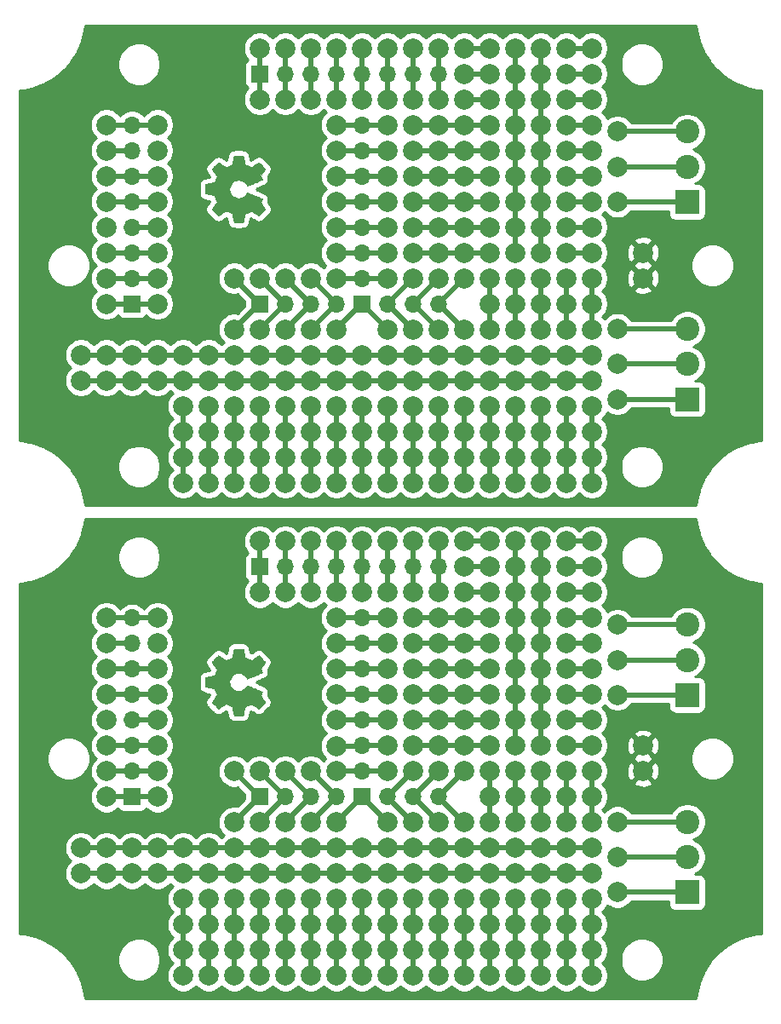
<source format=gbr>
G04 #@! TF.GenerationSoftware,KiCad,Pcbnew,5.1.5+dfsg1-2build2*
G04 #@! TF.CreationDate,2021-11-15T17:15:24-05:00*
G04 #@! TF.ProjectId,,58585858-5858-4585-9858-585858585858,rev?*
G04 #@! TF.SameCoordinates,Original*
G04 #@! TF.FileFunction,Copper,L2,Bot*
G04 #@! TF.FilePolarity,Positive*
%FSLAX46Y46*%
G04 Gerber Fmt 4.6, Leading zero omitted, Abs format (unit mm)*
G04 Created by KiCad (PCBNEW 5.1.5+dfsg1-2build2) date 2021-11-15 17:15:24*
%MOMM*%
%LPD*%
G04 APERTURE LIST*
%ADD10C,0.010000*%
%ADD11C,1.998980*%
%ADD12R,2.400000X2.400000*%
%ADD13C,2.400000*%
%ADD14R,1.700000X1.700000*%
%ADD15O,1.700000X1.700000*%
%ADD16C,2.000000*%
%ADD17C,0.500000*%
%ADD18C,0.254000*%
G04 APERTURE END LIST*
D10*
G36*
X124913431Y-118516814D02*
G01*
X125358055Y-118600635D01*
X125485553Y-118909920D01*
X125613051Y-119219206D01*
X125360746Y-119590246D01*
X125290496Y-119694157D01*
X125227772Y-119788087D01*
X125175438Y-119867652D01*
X125136357Y-119928470D01*
X125113393Y-119966157D01*
X125108442Y-119976421D01*
X125121176Y-119994910D01*
X125156382Y-120034420D01*
X125209562Y-120090522D01*
X125276218Y-120158787D01*
X125351854Y-120234786D01*
X125431972Y-120314092D01*
X125512074Y-120392275D01*
X125587664Y-120464907D01*
X125654245Y-120527559D01*
X125707318Y-120575803D01*
X125742387Y-120605210D01*
X125754123Y-120612241D01*
X125775760Y-120602123D01*
X125823162Y-120573759D01*
X125891693Y-120530129D01*
X125976715Y-120474218D01*
X126073593Y-120409006D01*
X126128850Y-120371219D01*
X126229748Y-120302343D01*
X126320799Y-120241140D01*
X126397470Y-120190578D01*
X126455228Y-120153628D01*
X126489543Y-120133258D01*
X126496754Y-120130197D01*
X126517248Y-120137136D01*
X126565013Y-120156051D01*
X126633332Y-120184087D01*
X126715489Y-120218391D01*
X126804770Y-120256109D01*
X126894458Y-120294387D01*
X126977838Y-120330370D01*
X127048194Y-120361206D01*
X127098810Y-120384039D01*
X127122971Y-120396017D01*
X127123922Y-120396724D01*
X127128536Y-120415531D01*
X127138828Y-120465618D01*
X127153787Y-120541793D01*
X127172401Y-120638865D01*
X127193659Y-120751643D01*
X127205918Y-120817442D01*
X127228862Y-120937950D01*
X127250695Y-121046797D01*
X127270222Y-121138476D01*
X127286248Y-121207481D01*
X127297579Y-121248304D01*
X127301174Y-121256511D01*
X127325506Y-121264548D01*
X127380459Y-121271033D01*
X127459608Y-121275970D01*
X127556526Y-121279364D01*
X127664787Y-121281218D01*
X127777965Y-121281538D01*
X127889635Y-121280327D01*
X127993368Y-121277590D01*
X128082741Y-121273331D01*
X128151326Y-121267555D01*
X128192697Y-121260267D01*
X128201310Y-121255895D01*
X128211633Y-121229764D01*
X128226392Y-121174393D01*
X128243852Y-121097107D01*
X128262280Y-121005230D01*
X128268241Y-120973158D01*
X128296566Y-120818524D01*
X128319376Y-120696375D01*
X128337580Y-120602673D01*
X128352083Y-120533384D01*
X128363792Y-120484471D01*
X128373615Y-120451897D01*
X128382456Y-120431628D01*
X128391224Y-120419626D01*
X128392957Y-120417947D01*
X128420871Y-120401184D01*
X128475195Y-120375614D01*
X128549277Y-120343788D01*
X128636465Y-120308260D01*
X128730108Y-120271583D01*
X128823552Y-120236311D01*
X128910147Y-120204996D01*
X128983240Y-120180193D01*
X129036178Y-120164454D01*
X129062311Y-120160332D01*
X129063226Y-120160676D01*
X129084586Y-120174641D01*
X129131584Y-120206322D01*
X129199327Y-120252391D01*
X129282923Y-120309518D01*
X129377482Y-120374373D01*
X129404354Y-120392843D01*
X129501775Y-120458699D01*
X129590663Y-120516650D01*
X129665912Y-120563538D01*
X129722420Y-120596207D01*
X129755081Y-120611500D01*
X129759093Y-120612241D01*
X129780184Y-120599392D01*
X129821964Y-120563888D01*
X129879945Y-120510293D01*
X129949635Y-120443171D01*
X130026545Y-120367087D01*
X130106183Y-120286604D01*
X130184061Y-120206287D01*
X130255686Y-120130699D01*
X130316570Y-120064405D01*
X130362221Y-120011969D01*
X130388150Y-119977955D01*
X130392383Y-119968545D01*
X130382412Y-119946643D01*
X130355520Y-119901800D01*
X130316236Y-119841321D01*
X130284617Y-119794789D01*
X130226598Y-119710475D01*
X130158284Y-119610626D01*
X130090079Y-119510473D01*
X130053575Y-119456627D01*
X129930300Y-119274371D01*
X130013020Y-119121381D01*
X130049259Y-119051682D01*
X130077426Y-118992414D01*
X130093491Y-118952311D01*
X130095726Y-118942103D01*
X130079222Y-118929829D01*
X130032582Y-118905613D01*
X129960109Y-118871263D01*
X129866106Y-118828588D01*
X129754874Y-118779394D01*
X129630715Y-118725490D01*
X129497932Y-118668684D01*
X129360827Y-118610782D01*
X129223702Y-118553593D01*
X129090858Y-118498924D01*
X128966598Y-118448584D01*
X128855225Y-118404380D01*
X128761039Y-118368119D01*
X128688344Y-118341609D01*
X128641441Y-118326658D01*
X128625333Y-118324254D01*
X128604786Y-118343311D01*
X128571433Y-118385036D01*
X128532202Y-118440706D01*
X128529099Y-118445378D01*
X128413923Y-118589264D01*
X128279553Y-118705283D01*
X128130284Y-118792430D01*
X127970413Y-118849699D01*
X127804237Y-118876086D01*
X127636052Y-118870585D01*
X127470155Y-118832190D01*
X127310842Y-118759895D01*
X127275987Y-118738626D01*
X127135237Y-118627996D01*
X127022214Y-118497302D01*
X126937503Y-118351064D01*
X126881694Y-118193808D01*
X126855374Y-118030057D01*
X126859130Y-117864333D01*
X126893550Y-117701162D01*
X126959223Y-117545065D01*
X127056735Y-117400567D01*
X127096313Y-117355869D01*
X127220203Y-117242112D01*
X127350624Y-117159218D01*
X127496815Y-117102356D01*
X127641588Y-117070687D01*
X127804360Y-117062869D01*
X127967940Y-117088938D01*
X128126798Y-117146245D01*
X128275406Y-117232144D01*
X128408235Y-117343986D01*
X128519756Y-117479123D01*
X128531511Y-117496883D01*
X128570008Y-117553150D01*
X128603363Y-117595923D01*
X128624660Y-117616372D01*
X128625333Y-117616669D01*
X128648371Y-117612279D01*
X128700657Y-117594876D01*
X128777890Y-117566268D01*
X128875768Y-117528265D01*
X128989991Y-117482674D01*
X129116258Y-117431303D01*
X129250267Y-117375962D01*
X129387718Y-117318458D01*
X129524308Y-117260601D01*
X129655737Y-117204198D01*
X129777705Y-117151058D01*
X129885909Y-117102990D01*
X129976049Y-117061801D01*
X130043823Y-117029301D01*
X130084930Y-117007297D01*
X130095726Y-116998436D01*
X130087319Y-116971360D01*
X130064772Y-116920697D01*
X130032113Y-116855183D01*
X130013020Y-116819159D01*
X129930300Y-116666168D01*
X130053575Y-116483912D01*
X130116728Y-116390875D01*
X130186227Y-116289015D01*
X130251665Y-116193562D01*
X130284617Y-116145750D01*
X130329773Y-116078505D01*
X130365557Y-116021564D01*
X130387438Y-115982354D01*
X130392063Y-115969619D01*
X130379585Y-115951083D01*
X130344752Y-115910059D01*
X130291178Y-115850525D01*
X130222483Y-115776458D01*
X130142281Y-115691835D01*
X130090786Y-115638315D01*
X129998786Y-115544681D01*
X129916499Y-115463759D01*
X129847445Y-115398823D01*
X129795144Y-115353142D01*
X129763116Y-115329989D01*
X129756616Y-115327768D01*
X129731894Y-115338076D01*
X129681905Y-115366561D01*
X129611712Y-115410063D01*
X129526375Y-115465423D01*
X129430956Y-115529480D01*
X129404354Y-115547697D01*
X129307667Y-115614073D01*
X129220617Y-115673622D01*
X129148095Y-115723016D01*
X129094993Y-115758925D01*
X129066203Y-115778019D01*
X129063226Y-115779864D01*
X129040282Y-115777105D01*
X128989836Y-115762462D01*
X128918541Y-115738487D01*
X128833047Y-115707734D01*
X128740007Y-115672756D01*
X128646074Y-115636107D01*
X128557899Y-115600339D01*
X128482134Y-115568006D01*
X128425431Y-115541662D01*
X128394443Y-115523858D01*
X128392957Y-115522593D01*
X128384101Y-115511706D01*
X128375343Y-115493318D01*
X128365777Y-115463394D01*
X128354496Y-115417897D01*
X128340593Y-115352791D01*
X128323163Y-115264039D01*
X128301298Y-115147607D01*
X128274091Y-114999458D01*
X128268241Y-114967382D01*
X128249874Y-114872314D01*
X128231905Y-114789435D01*
X128216069Y-114726070D01*
X128204100Y-114689542D01*
X128201310Y-114684644D01*
X128176572Y-114676573D01*
X128121290Y-114670013D01*
X128041889Y-114664967D01*
X127944796Y-114661441D01*
X127836438Y-114659439D01*
X127723240Y-114658964D01*
X127611628Y-114660023D01*
X127508029Y-114662618D01*
X127418868Y-114666754D01*
X127350572Y-114672437D01*
X127309566Y-114679669D01*
X127301174Y-114684029D01*
X127292708Y-114708302D01*
X127278935Y-114763574D01*
X127261050Y-114844338D01*
X127240248Y-114945088D01*
X127217723Y-115060317D01*
X127205918Y-115123098D01*
X127183651Y-115242213D01*
X127163479Y-115348435D01*
X127146415Y-115436573D01*
X127133469Y-115501434D01*
X127125655Y-115537826D01*
X127123922Y-115543816D01*
X127104390Y-115553939D01*
X127057343Y-115575338D01*
X126989503Y-115605161D01*
X126907591Y-115640555D01*
X126818328Y-115678668D01*
X126728435Y-115716647D01*
X126644635Y-115751640D01*
X126573647Y-115780794D01*
X126522194Y-115801257D01*
X126496997Y-115810177D01*
X126495896Y-115810343D01*
X126476019Y-115800231D01*
X126430277Y-115771883D01*
X126363217Y-115728277D01*
X126279384Y-115672394D01*
X126183326Y-115607213D01*
X126128150Y-115569321D01*
X126026981Y-115500275D01*
X125935130Y-115438950D01*
X125857244Y-115388337D01*
X125797969Y-115351429D01*
X125761951Y-115331218D01*
X125753877Y-115328299D01*
X125735084Y-115340847D01*
X125694957Y-115375537D01*
X125637993Y-115427937D01*
X125568685Y-115493616D01*
X125491531Y-115568144D01*
X125411025Y-115647087D01*
X125331663Y-115726017D01*
X125257940Y-115800500D01*
X125194352Y-115866106D01*
X125145394Y-115918404D01*
X125115561Y-115952961D01*
X125108442Y-115964522D01*
X125118453Y-115983346D01*
X125146578Y-116028369D01*
X125189954Y-116095213D01*
X125245718Y-116179501D01*
X125311006Y-116276856D01*
X125360746Y-116350293D01*
X125613051Y-116721333D01*
X125358055Y-117339905D01*
X124913431Y-117423725D01*
X124468807Y-117507546D01*
X124468807Y-118432994D01*
X124913431Y-118516814D01*
G37*
X124913431Y-118516814D02*
X125358055Y-118600635D01*
X125485553Y-118909920D01*
X125613051Y-119219206D01*
X125360746Y-119590246D01*
X125290496Y-119694157D01*
X125227772Y-119788087D01*
X125175438Y-119867652D01*
X125136357Y-119928470D01*
X125113393Y-119966157D01*
X125108442Y-119976421D01*
X125121176Y-119994910D01*
X125156382Y-120034420D01*
X125209562Y-120090522D01*
X125276218Y-120158787D01*
X125351854Y-120234786D01*
X125431972Y-120314092D01*
X125512074Y-120392275D01*
X125587664Y-120464907D01*
X125654245Y-120527559D01*
X125707318Y-120575803D01*
X125742387Y-120605210D01*
X125754123Y-120612241D01*
X125775760Y-120602123D01*
X125823162Y-120573759D01*
X125891693Y-120530129D01*
X125976715Y-120474218D01*
X126073593Y-120409006D01*
X126128850Y-120371219D01*
X126229748Y-120302343D01*
X126320799Y-120241140D01*
X126397470Y-120190578D01*
X126455228Y-120153628D01*
X126489543Y-120133258D01*
X126496754Y-120130197D01*
X126517248Y-120137136D01*
X126565013Y-120156051D01*
X126633332Y-120184087D01*
X126715489Y-120218391D01*
X126804770Y-120256109D01*
X126894458Y-120294387D01*
X126977838Y-120330370D01*
X127048194Y-120361206D01*
X127098810Y-120384039D01*
X127122971Y-120396017D01*
X127123922Y-120396724D01*
X127128536Y-120415531D01*
X127138828Y-120465618D01*
X127153787Y-120541793D01*
X127172401Y-120638865D01*
X127193659Y-120751643D01*
X127205918Y-120817442D01*
X127228862Y-120937950D01*
X127250695Y-121046797D01*
X127270222Y-121138476D01*
X127286248Y-121207481D01*
X127297579Y-121248304D01*
X127301174Y-121256511D01*
X127325506Y-121264548D01*
X127380459Y-121271033D01*
X127459608Y-121275970D01*
X127556526Y-121279364D01*
X127664787Y-121281218D01*
X127777965Y-121281538D01*
X127889635Y-121280327D01*
X127993368Y-121277590D01*
X128082741Y-121273331D01*
X128151326Y-121267555D01*
X128192697Y-121260267D01*
X128201310Y-121255895D01*
X128211633Y-121229764D01*
X128226392Y-121174393D01*
X128243852Y-121097107D01*
X128262280Y-121005230D01*
X128268241Y-120973158D01*
X128296566Y-120818524D01*
X128319376Y-120696375D01*
X128337580Y-120602673D01*
X128352083Y-120533384D01*
X128363792Y-120484471D01*
X128373615Y-120451897D01*
X128382456Y-120431628D01*
X128391224Y-120419626D01*
X128392957Y-120417947D01*
X128420871Y-120401184D01*
X128475195Y-120375614D01*
X128549277Y-120343788D01*
X128636465Y-120308260D01*
X128730108Y-120271583D01*
X128823552Y-120236311D01*
X128910147Y-120204996D01*
X128983240Y-120180193D01*
X129036178Y-120164454D01*
X129062311Y-120160332D01*
X129063226Y-120160676D01*
X129084586Y-120174641D01*
X129131584Y-120206322D01*
X129199327Y-120252391D01*
X129282923Y-120309518D01*
X129377482Y-120374373D01*
X129404354Y-120392843D01*
X129501775Y-120458699D01*
X129590663Y-120516650D01*
X129665912Y-120563538D01*
X129722420Y-120596207D01*
X129755081Y-120611500D01*
X129759093Y-120612241D01*
X129780184Y-120599392D01*
X129821964Y-120563888D01*
X129879945Y-120510293D01*
X129949635Y-120443171D01*
X130026545Y-120367087D01*
X130106183Y-120286604D01*
X130184061Y-120206287D01*
X130255686Y-120130699D01*
X130316570Y-120064405D01*
X130362221Y-120011969D01*
X130388150Y-119977955D01*
X130392383Y-119968545D01*
X130382412Y-119946643D01*
X130355520Y-119901800D01*
X130316236Y-119841321D01*
X130284617Y-119794789D01*
X130226598Y-119710475D01*
X130158284Y-119610626D01*
X130090079Y-119510473D01*
X130053575Y-119456627D01*
X129930300Y-119274371D01*
X130013020Y-119121381D01*
X130049259Y-119051682D01*
X130077426Y-118992414D01*
X130093491Y-118952311D01*
X130095726Y-118942103D01*
X130079222Y-118929829D01*
X130032582Y-118905613D01*
X129960109Y-118871263D01*
X129866106Y-118828588D01*
X129754874Y-118779394D01*
X129630715Y-118725490D01*
X129497932Y-118668684D01*
X129360827Y-118610782D01*
X129223702Y-118553593D01*
X129090858Y-118498924D01*
X128966598Y-118448584D01*
X128855225Y-118404380D01*
X128761039Y-118368119D01*
X128688344Y-118341609D01*
X128641441Y-118326658D01*
X128625333Y-118324254D01*
X128604786Y-118343311D01*
X128571433Y-118385036D01*
X128532202Y-118440706D01*
X128529099Y-118445378D01*
X128413923Y-118589264D01*
X128279553Y-118705283D01*
X128130284Y-118792430D01*
X127970413Y-118849699D01*
X127804237Y-118876086D01*
X127636052Y-118870585D01*
X127470155Y-118832190D01*
X127310842Y-118759895D01*
X127275987Y-118738626D01*
X127135237Y-118627996D01*
X127022214Y-118497302D01*
X126937503Y-118351064D01*
X126881694Y-118193808D01*
X126855374Y-118030057D01*
X126859130Y-117864333D01*
X126893550Y-117701162D01*
X126959223Y-117545065D01*
X127056735Y-117400567D01*
X127096313Y-117355869D01*
X127220203Y-117242112D01*
X127350624Y-117159218D01*
X127496815Y-117102356D01*
X127641588Y-117070687D01*
X127804360Y-117062869D01*
X127967940Y-117088938D01*
X128126798Y-117146245D01*
X128275406Y-117232144D01*
X128408235Y-117343986D01*
X128519756Y-117479123D01*
X128531511Y-117496883D01*
X128570008Y-117553150D01*
X128603363Y-117595923D01*
X128624660Y-117616372D01*
X128625333Y-117616669D01*
X128648371Y-117612279D01*
X128700657Y-117594876D01*
X128777890Y-117566268D01*
X128875768Y-117528265D01*
X128989991Y-117482674D01*
X129116258Y-117431303D01*
X129250267Y-117375962D01*
X129387718Y-117318458D01*
X129524308Y-117260601D01*
X129655737Y-117204198D01*
X129777705Y-117151058D01*
X129885909Y-117102990D01*
X129976049Y-117061801D01*
X130043823Y-117029301D01*
X130084930Y-117007297D01*
X130095726Y-116998436D01*
X130087319Y-116971360D01*
X130064772Y-116920697D01*
X130032113Y-116855183D01*
X130013020Y-116819159D01*
X129930300Y-116666168D01*
X130053575Y-116483912D01*
X130116728Y-116390875D01*
X130186227Y-116289015D01*
X130251665Y-116193562D01*
X130284617Y-116145750D01*
X130329773Y-116078505D01*
X130365557Y-116021564D01*
X130387438Y-115982354D01*
X130392063Y-115969619D01*
X130379585Y-115951083D01*
X130344752Y-115910059D01*
X130291178Y-115850525D01*
X130222483Y-115776458D01*
X130142281Y-115691835D01*
X130090786Y-115638315D01*
X129998786Y-115544681D01*
X129916499Y-115463759D01*
X129847445Y-115398823D01*
X129795144Y-115353142D01*
X129763116Y-115329989D01*
X129756616Y-115327768D01*
X129731894Y-115338076D01*
X129681905Y-115366561D01*
X129611712Y-115410063D01*
X129526375Y-115465423D01*
X129430956Y-115529480D01*
X129404354Y-115547697D01*
X129307667Y-115614073D01*
X129220617Y-115673622D01*
X129148095Y-115723016D01*
X129094993Y-115758925D01*
X129066203Y-115778019D01*
X129063226Y-115779864D01*
X129040282Y-115777105D01*
X128989836Y-115762462D01*
X128918541Y-115738487D01*
X128833047Y-115707734D01*
X128740007Y-115672756D01*
X128646074Y-115636107D01*
X128557899Y-115600339D01*
X128482134Y-115568006D01*
X128425431Y-115541662D01*
X128394443Y-115523858D01*
X128392957Y-115522593D01*
X128384101Y-115511706D01*
X128375343Y-115493318D01*
X128365777Y-115463394D01*
X128354496Y-115417897D01*
X128340593Y-115352791D01*
X128323163Y-115264039D01*
X128301298Y-115147607D01*
X128274091Y-114999458D01*
X128268241Y-114967382D01*
X128249874Y-114872314D01*
X128231905Y-114789435D01*
X128216069Y-114726070D01*
X128204100Y-114689542D01*
X128201310Y-114684644D01*
X128176572Y-114676573D01*
X128121290Y-114670013D01*
X128041889Y-114664967D01*
X127944796Y-114661441D01*
X127836438Y-114659439D01*
X127723240Y-114658964D01*
X127611628Y-114660023D01*
X127508029Y-114662618D01*
X127418868Y-114666754D01*
X127350572Y-114672437D01*
X127309566Y-114679669D01*
X127301174Y-114684029D01*
X127292708Y-114708302D01*
X127278935Y-114763574D01*
X127261050Y-114844338D01*
X127240248Y-114945088D01*
X127217723Y-115060317D01*
X127205918Y-115123098D01*
X127183651Y-115242213D01*
X127163479Y-115348435D01*
X127146415Y-115436573D01*
X127133469Y-115501434D01*
X127125655Y-115537826D01*
X127123922Y-115543816D01*
X127104390Y-115553939D01*
X127057343Y-115575338D01*
X126989503Y-115605161D01*
X126907591Y-115640555D01*
X126818328Y-115678668D01*
X126728435Y-115716647D01*
X126644635Y-115751640D01*
X126573647Y-115780794D01*
X126522194Y-115801257D01*
X126496997Y-115810177D01*
X126495896Y-115810343D01*
X126476019Y-115800231D01*
X126430277Y-115771883D01*
X126363217Y-115728277D01*
X126279384Y-115672394D01*
X126183326Y-115607213D01*
X126128150Y-115569321D01*
X126026981Y-115500275D01*
X125935130Y-115438950D01*
X125857244Y-115388337D01*
X125797969Y-115351429D01*
X125761951Y-115331218D01*
X125753877Y-115328299D01*
X125735084Y-115340847D01*
X125694957Y-115375537D01*
X125637993Y-115427937D01*
X125568685Y-115493616D01*
X125491531Y-115568144D01*
X125411025Y-115647087D01*
X125331663Y-115726017D01*
X125257940Y-115800500D01*
X125194352Y-115866106D01*
X125145394Y-115918404D01*
X125115561Y-115952961D01*
X125108442Y-115964522D01*
X125118453Y-115983346D01*
X125146578Y-116028369D01*
X125189954Y-116095213D01*
X125245718Y-116179501D01*
X125311006Y-116276856D01*
X125360746Y-116350293D01*
X125613051Y-116721333D01*
X125358055Y-117339905D01*
X124913431Y-117423725D01*
X124468807Y-117507546D01*
X124468807Y-118432994D01*
X124913431Y-118516814D01*
G36*
X124913431Y-69516814D02*
G01*
X125358055Y-69600635D01*
X125485553Y-69909920D01*
X125613051Y-70219206D01*
X125360746Y-70590246D01*
X125290496Y-70694157D01*
X125227772Y-70788087D01*
X125175438Y-70867652D01*
X125136357Y-70928470D01*
X125113393Y-70966157D01*
X125108442Y-70976421D01*
X125121176Y-70994910D01*
X125156382Y-71034420D01*
X125209562Y-71090522D01*
X125276218Y-71158787D01*
X125351854Y-71234786D01*
X125431972Y-71314092D01*
X125512074Y-71392275D01*
X125587664Y-71464907D01*
X125654245Y-71527559D01*
X125707318Y-71575803D01*
X125742387Y-71605210D01*
X125754123Y-71612241D01*
X125775760Y-71602123D01*
X125823162Y-71573759D01*
X125891693Y-71530129D01*
X125976715Y-71474218D01*
X126073593Y-71409006D01*
X126128850Y-71371219D01*
X126229748Y-71302343D01*
X126320799Y-71241140D01*
X126397470Y-71190578D01*
X126455228Y-71153628D01*
X126489543Y-71133258D01*
X126496754Y-71130197D01*
X126517248Y-71137136D01*
X126565013Y-71156051D01*
X126633332Y-71184087D01*
X126715489Y-71218391D01*
X126804770Y-71256109D01*
X126894458Y-71294387D01*
X126977838Y-71330370D01*
X127048194Y-71361206D01*
X127098810Y-71384039D01*
X127122971Y-71396017D01*
X127123922Y-71396724D01*
X127128536Y-71415531D01*
X127138828Y-71465618D01*
X127153787Y-71541793D01*
X127172401Y-71638865D01*
X127193659Y-71751643D01*
X127205918Y-71817442D01*
X127228862Y-71937950D01*
X127250695Y-72046797D01*
X127270222Y-72138476D01*
X127286248Y-72207481D01*
X127297579Y-72248304D01*
X127301174Y-72256511D01*
X127325506Y-72264548D01*
X127380459Y-72271033D01*
X127459608Y-72275970D01*
X127556526Y-72279364D01*
X127664787Y-72281218D01*
X127777965Y-72281538D01*
X127889635Y-72280327D01*
X127993368Y-72277590D01*
X128082741Y-72273331D01*
X128151326Y-72267555D01*
X128192697Y-72260267D01*
X128201310Y-72255895D01*
X128211633Y-72229764D01*
X128226392Y-72174393D01*
X128243852Y-72097107D01*
X128262280Y-72005230D01*
X128268241Y-71973158D01*
X128296566Y-71818524D01*
X128319376Y-71696375D01*
X128337580Y-71602673D01*
X128352083Y-71533384D01*
X128363792Y-71484471D01*
X128373615Y-71451897D01*
X128382456Y-71431628D01*
X128391224Y-71419626D01*
X128392957Y-71417947D01*
X128420871Y-71401184D01*
X128475195Y-71375614D01*
X128549277Y-71343788D01*
X128636465Y-71308260D01*
X128730108Y-71271583D01*
X128823552Y-71236311D01*
X128910147Y-71204996D01*
X128983240Y-71180193D01*
X129036178Y-71164454D01*
X129062311Y-71160332D01*
X129063226Y-71160676D01*
X129084586Y-71174641D01*
X129131584Y-71206322D01*
X129199327Y-71252391D01*
X129282923Y-71309518D01*
X129377482Y-71374373D01*
X129404354Y-71392843D01*
X129501775Y-71458699D01*
X129590663Y-71516650D01*
X129665912Y-71563538D01*
X129722420Y-71596207D01*
X129755081Y-71611500D01*
X129759093Y-71612241D01*
X129780184Y-71599392D01*
X129821964Y-71563888D01*
X129879945Y-71510293D01*
X129949635Y-71443171D01*
X130026545Y-71367087D01*
X130106183Y-71286604D01*
X130184061Y-71206287D01*
X130255686Y-71130699D01*
X130316570Y-71064405D01*
X130362221Y-71011969D01*
X130388150Y-70977955D01*
X130392383Y-70968545D01*
X130382412Y-70946643D01*
X130355520Y-70901800D01*
X130316236Y-70841321D01*
X130284617Y-70794789D01*
X130226598Y-70710475D01*
X130158284Y-70610626D01*
X130090079Y-70510473D01*
X130053575Y-70456627D01*
X129930300Y-70274371D01*
X130013020Y-70121381D01*
X130049259Y-70051682D01*
X130077426Y-69992414D01*
X130093491Y-69952311D01*
X130095726Y-69942103D01*
X130079222Y-69929829D01*
X130032582Y-69905613D01*
X129960109Y-69871263D01*
X129866106Y-69828588D01*
X129754874Y-69779394D01*
X129630715Y-69725490D01*
X129497932Y-69668684D01*
X129360827Y-69610782D01*
X129223702Y-69553593D01*
X129090858Y-69498924D01*
X128966598Y-69448584D01*
X128855225Y-69404380D01*
X128761039Y-69368119D01*
X128688344Y-69341609D01*
X128641441Y-69326658D01*
X128625333Y-69324254D01*
X128604786Y-69343311D01*
X128571433Y-69385036D01*
X128532202Y-69440706D01*
X128529099Y-69445378D01*
X128413923Y-69589264D01*
X128279553Y-69705283D01*
X128130284Y-69792430D01*
X127970413Y-69849699D01*
X127804237Y-69876086D01*
X127636052Y-69870585D01*
X127470155Y-69832190D01*
X127310842Y-69759895D01*
X127275987Y-69738626D01*
X127135237Y-69627996D01*
X127022214Y-69497302D01*
X126937503Y-69351064D01*
X126881694Y-69193808D01*
X126855374Y-69030057D01*
X126859130Y-68864333D01*
X126893550Y-68701162D01*
X126959223Y-68545065D01*
X127056735Y-68400567D01*
X127096313Y-68355869D01*
X127220203Y-68242112D01*
X127350624Y-68159218D01*
X127496815Y-68102356D01*
X127641588Y-68070687D01*
X127804360Y-68062869D01*
X127967940Y-68088938D01*
X128126798Y-68146245D01*
X128275406Y-68232144D01*
X128408235Y-68343986D01*
X128519756Y-68479123D01*
X128531511Y-68496883D01*
X128570008Y-68553150D01*
X128603363Y-68595923D01*
X128624660Y-68616372D01*
X128625333Y-68616669D01*
X128648371Y-68612279D01*
X128700657Y-68594876D01*
X128777890Y-68566268D01*
X128875768Y-68528265D01*
X128989991Y-68482674D01*
X129116258Y-68431303D01*
X129250267Y-68375962D01*
X129387718Y-68318458D01*
X129524308Y-68260601D01*
X129655737Y-68204198D01*
X129777705Y-68151058D01*
X129885909Y-68102990D01*
X129976049Y-68061801D01*
X130043823Y-68029301D01*
X130084930Y-68007297D01*
X130095726Y-67998436D01*
X130087319Y-67971360D01*
X130064772Y-67920697D01*
X130032113Y-67855183D01*
X130013020Y-67819159D01*
X129930300Y-67666168D01*
X130053575Y-67483912D01*
X130116728Y-67390875D01*
X130186227Y-67289015D01*
X130251665Y-67193562D01*
X130284617Y-67145750D01*
X130329773Y-67078505D01*
X130365557Y-67021564D01*
X130387438Y-66982354D01*
X130392063Y-66969619D01*
X130379585Y-66951083D01*
X130344752Y-66910059D01*
X130291178Y-66850525D01*
X130222483Y-66776458D01*
X130142281Y-66691835D01*
X130090786Y-66638315D01*
X129998786Y-66544681D01*
X129916499Y-66463759D01*
X129847445Y-66398823D01*
X129795144Y-66353142D01*
X129763116Y-66329989D01*
X129756616Y-66327768D01*
X129731894Y-66338076D01*
X129681905Y-66366561D01*
X129611712Y-66410063D01*
X129526375Y-66465423D01*
X129430956Y-66529480D01*
X129404354Y-66547697D01*
X129307667Y-66614073D01*
X129220617Y-66673622D01*
X129148095Y-66723016D01*
X129094993Y-66758925D01*
X129066203Y-66778019D01*
X129063226Y-66779864D01*
X129040282Y-66777105D01*
X128989836Y-66762462D01*
X128918541Y-66738487D01*
X128833047Y-66707734D01*
X128740007Y-66672756D01*
X128646074Y-66636107D01*
X128557899Y-66600339D01*
X128482134Y-66568006D01*
X128425431Y-66541662D01*
X128394443Y-66523858D01*
X128392957Y-66522593D01*
X128384101Y-66511706D01*
X128375343Y-66493318D01*
X128365777Y-66463394D01*
X128354496Y-66417897D01*
X128340593Y-66352791D01*
X128323163Y-66264039D01*
X128301298Y-66147607D01*
X128274091Y-65999458D01*
X128268241Y-65967382D01*
X128249874Y-65872314D01*
X128231905Y-65789435D01*
X128216069Y-65726070D01*
X128204100Y-65689542D01*
X128201310Y-65684644D01*
X128176572Y-65676573D01*
X128121290Y-65670013D01*
X128041889Y-65664967D01*
X127944796Y-65661441D01*
X127836438Y-65659439D01*
X127723240Y-65658964D01*
X127611628Y-65660023D01*
X127508029Y-65662618D01*
X127418868Y-65666754D01*
X127350572Y-65672437D01*
X127309566Y-65679669D01*
X127301174Y-65684029D01*
X127292708Y-65708302D01*
X127278935Y-65763574D01*
X127261050Y-65844338D01*
X127240248Y-65945088D01*
X127217723Y-66060317D01*
X127205918Y-66123098D01*
X127183651Y-66242213D01*
X127163479Y-66348435D01*
X127146415Y-66436573D01*
X127133469Y-66501434D01*
X127125655Y-66537826D01*
X127123922Y-66543816D01*
X127104390Y-66553939D01*
X127057343Y-66575338D01*
X126989503Y-66605161D01*
X126907591Y-66640555D01*
X126818328Y-66678668D01*
X126728435Y-66716647D01*
X126644635Y-66751640D01*
X126573647Y-66780794D01*
X126522194Y-66801257D01*
X126496997Y-66810177D01*
X126495896Y-66810343D01*
X126476019Y-66800231D01*
X126430277Y-66771883D01*
X126363217Y-66728277D01*
X126279384Y-66672394D01*
X126183326Y-66607213D01*
X126128150Y-66569321D01*
X126026981Y-66500275D01*
X125935130Y-66438950D01*
X125857244Y-66388337D01*
X125797969Y-66351429D01*
X125761951Y-66331218D01*
X125753877Y-66328299D01*
X125735084Y-66340847D01*
X125694957Y-66375537D01*
X125637993Y-66427937D01*
X125568685Y-66493616D01*
X125491531Y-66568144D01*
X125411025Y-66647087D01*
X125331663Y-66726017D01*
X125257940Y-66800500D01*
X125194352Y-66866106D01*
X125145394Y-66918404D01*
X125115561Y-66952961D01*
X125108442Y-66964522D01*
X125118453Y-66983346D01*
X125146578Y-67028369D01*
X125189954Y-67095213D01*
X125245718Y-67179501D01*
X125311006Y-67276856D01*
X125360746Y-67350293D01*
X125613051Y-67721333D01*
X125358055Y-68339905D01*
X124913431Y-68423725D01*
X124468807Y-68507546D01*
X124468807Y-69432994D01*
X124913431Y-69516814D01*
G37*
X124913431Y-69516814D02*
X125358055Y-69600635D01*
X125485553Y-69909920D01*
X125613051Y-70219206D01*
X125360746Y-70590246D01*
X125290496Y-70694157D01*
X125227772Y-70788087D01*
X125175438Y-70867652D01*
X125136357Y-70928470D01*
X125113393Y-70966157D01*
X125108442Y-70976421D01*
X125121176Y-70994910D01*
X125156382Y-71034420D01*
X125209562Y-71090522D01*
X125276218Y-71158787D01*
X125351854Y-71234786D01*
X125431972Y-71314092D01*
X125512074Y-71392275D01*
X125587664Y-71464907D01*
X125654245Y-71527559D01*
X125707318Y-71575803D01*
X125742387Y-71605210D01*
X125754123Y-71612241D01*
X125775760Y-71602123D01*
X125823162Y-71573759D01*
X125891693Y-71530129D01*
X125976715Y-71474218D01*
X126073593Y-71409006D01*
X126128850Y-71371219D01*
X126229748Y-71302343D01*
X126320799Y-71241140D01*
X126397470Y-71190578D01*
X126455228Y-71153628D01*
X126489543Y-71133258D01*
X126496754Y-71130197D01*
X126517248Y-71137136D01*
X126565013Y-71156051D01*
X126633332Y-71184087D01*
X126715489Y-71218391D01*
X126804770Y-71256109D01*
X126894458Y-71294387D01*
X126977838Y-71330370D01*
X127048194Y-71361206D01*
X127098810Y-71384039D01*
X127122971Y-71396017D01*
X127123922Y-71396724D01*
X127128536Y-71415531D01*
X127138828Y-71465618D01*
X127153787Y-71541793D01*
X127172401Y-71638865D01*
X127193659Y-71751643D01*
X127205918Y-71817442D01*
X127228862Y-71937950D01*
X127250695Y-72046797D01*
X127270222Y-72138476D01*
X127286248Y-72207481D01*
X127297579Y-72248304D01*
X127301174Y-72256511D01*
X127325506Y-72264548D01*
X127380459Y-72271033D01*
X127459608Y-72275970D01*
X127556526Y-72279364D01*
X127664787Y-72281218D01*
X127777965Y-72281538D01*
X127889635Y-72280327D01*
X127993368Y-72277590D01*
X128082741Y-72273331D01*
X128151326Y-72267555D01*
X128192697Y-72260267D01*
X128201310Y-72255895D01*
X128211633Y-72229764D01*
X128226392Y-72174393D01*
X128243852Y-72097107D01*
X128262280Y-72005230D01*
X128268241Y-71973158D01*
X128296566Y-71818524D01*
X128319376Y-71696375D01*
X128337580Y-71602673D01*
X128352083Y-71533384D01*
X128363792Y-71484471D01*
X128373615Y-71451897D01*
X128382456Y-71431628D01*
X128391224Y-71419626D01*
X128392957Y-71417947D01*
X128420871Y-71401184D01*
X128475195Y-71375614D01*
X128549277Y-71343788D01*
X128636465Y-71308260D01*
X128730108Y-71271583D01*
X128823552Y-71236311D01*
X128910147Y-71204996D01*
X128983240Y-71180193D01*
X129036178Y-71164454D01*
X129062311Y-71160332D01*
X129063226Y-71160676D01*
X129084586Y-71174641D01*
X129131584Y-71206322D01*
X129199327Y-71252391D01*
X129282923Y-71309518D01*
X129377482Y-71374373D01*
X129404354Y-71392843D01*
X129501775Y-71458699D01*
X129590663Y-71516650D01*
X129665912Y-71563538D01*
X129722420Y-71596207D01*
X129755081Y-71611500D01*
X129759093Y-71612241D01*
X129780184Y-71599392D01*
X129821964Y-71563888D01*
X129879945Y-71510293D01*
X129949635Y-71443171D01*
X130026545Y-71367087D01*
X130106183Y-71286604D01*
X130184061Y-71206287D01*
X130255686Y-71130699D01*
X130316570Y-71064405D01*
X130362221Y-71011969D01*
X130388150Y-70977955D01*
X130392383Y-70968545D01*
X130382412Y-70946643D01*
X130355520Y-70901800D01*
X130316236Y-70841321D01*
X130284617Y-70794789D01*
X130226598Y-70710475D01*
X130158284Y-70610626D01*
X130090079Y-70510473D01*
X130053575Y-70456627D01*
X129930300Y-70274371D01*
X130013020Y-70121381D01*
X130049259Y-70051682D01*
X130077426Y-69992414D01*
X130093491Y-69952311D01*
X130095726Y-69942103D01*
X130079222Y-69929829D01*
X130032582Y-69905613D01*
X129960109Y-69871263D01*
X129866106Y-69828588D01*
X129754874Y-69779394D01*
X129630715Y-69725490D01*
X129497932Y-69668684D01*
X129360827Y-69610782D01*
X129223702Y-69553593D01*
X129090858Y-69498924D01*
X128966598Y-69448584D01*
X128855225Y-69404380D01*
X128761039Y-69368119D01*
X128688344Y-69341609D01*
X128641441Y-69326658D01*
X128625333Y-69324254D01*
X128604786Y-69343311D01*
X128571433Y-69385036D01*
X128532202Y-69440706D01*
X128529099Y-69445378D01*
X128413923Y-69589264D01*
X128279553Y-69705283D01*
X128130284Y-69792430D01*
X127970413Y-69849699D01*
X127804237Y-69876086D01*
X127636052Y-69870585D01*
X127470155Y-69832190D01*
X127310842Y-69759895D01*
X127275987Y-69738626D01*
X127135237Y-69627996D01*
X127022214Y-69497302D01*
X126937503Y-69351064D01*
X126881694Y-69193808D01*
X126855374Y-69030057D01*
X126859130Y-68864333D01*
X126893550Y-68701162D01*
X126959223Y-68545065D01*
X127056735Y-68400567D01*
X127096313Y-68355869D01*
X127220203Y-68242112D01*
X127350624Y-68159218D01*
X127496815Y-68102356D01*
X127641588Y-68070687D01*
X127804360Y-68062869D01*
X127967940Y-68088938D01*
X128126798Y-68146245D01*
X128275406Y-68232144D01*
X128408235Y-68343986D01*
X128519756Y-68479123D01*
X128531511Y-68496883D01*
X128570008Y-68553150D01*
X128603363Y-68595923D01*
X128624660Y-68616372D01*
X128625333Y-68616669D01*
X128648371Y-68612279D01*
X128700657Y-68594876D01*
X128777890Y-68566268D01*
X128875768Y-68528265D01*
X128989991Y-68482674D01*
X129116258Y-68431303D01*
X129250267Y-68375962D01*
X129387718Y-68318458D01*
X129524308Y-68260601D01*
X129655737Y-68204198D01*
X129777705Y-68151058D01*
X129885909Y-68102990D01*
X129976049Y-68061801D01*
X130043823Y-68029301D01*
X130084930Y-68007297D01*
X130095726Y-67998436D01*
X130087319Y-67971360D01*
X130064772Y-67920697D01*
X130032113Y-67855183D01*
X130013020Y-67819159D01*
X129930300Y-67666168D01*
X130053575Y-67483912D01*
X130116728Y-67390875D01*
X130186227Y-67289015D01*
X130251665Y-67193562D01*
X130284617Y-67145750D01*
X130329773Y-67078505D01*
X130365557Y-67021564D01*
X130387438Y-66982354D01*
X130392063Y-66969619D01*
X130379585Y-66951083D01*
X130344752Y-66910059D01*
X130291178Y-66850525D01*
X130222483Y-66776458D01*
X130142281Y-66691835D01*
X130090786Y-66638315D01*
X129998786Y-66544681D01*
X129916499Y-66463759D01*
X129847445Y-66398823D01*
X129795144Y-66353142D01*
X129763116Y-66329989D01*
X129756616Y-66327768D01*
X129731894Y-66338076D01*
X129681905Y-66366561D01*
X129611712Y-66410063D01*
X129526375Y-66465423D01*
X129430956Y-66529480D01*
X129404354Y-66547697D01*
X129307667Y-66614073D01*
X129220617Y-66673622D01*
X129148095Y-66723016D01*
X129094993Y-66758925D01*
X129066203Y-66778019D01*
X129063226Y-66779864D01*
X129040282Y-66777105D01*
X128989836Y-66762462D01*
X128918541Y-66738487D01*
X128833047Y-66707734D01*
X128740007Y-66672756D01*
X128646074Y-66636107D01*
X128557899Y-66600339D01*
X128482134Y-66568006D01*
X128425431Y-66541662D01*
X128394443Y-66523858D01*
X128392957Y-66522593D01*
X128384101Y-66511706D01*
X128375343Y-66493318D01*
X128365777Y-66463394D01*
X128354496Y-66417897D01*
X128340593Y-66352791D01*
X128323163Y-66264039D01*
X128301298Y-66147607D01*
X128274091Y-65999458D01*
X128268241Y-65967382D01*
X128249874Y-65872314D01*
X128231905Y-65789435D01*
X128216069Y-65726070D01*
X128204100Y-65689542D01*
X128201310Y-65684644D01*
X128176572Y-65676573D01*
X128121290Y-65670013D01*
X128041889Y-65664967D01*
X127944796Y-65661441D01*
X127836438Y-65659439D01*
X127723240Y-65658964D01*
X127611628Y-65660023D01*
X127508029Y-65662618D01*
X127418868Y-65666754D01*
X127350572Y-65672437D01*
X127309566Y-65679669D01*
X127301174Y-65684029D01*
X127292708Y-65708302D01*
X127278935Y-65763574D01*
X127261050Y-65844338D01*
X127240248Y-65945088D01*
X127217723Y-66060317D01*
X127205918Y-66123098D01*
X127183651Y-66242213D01*
X127163479Y-66348435D01*
X127146415Y-66436573D01*
X127133469Y-66501434D01*
X127125655Y-66537826D01*
X127123922Y-66543816D01*
X127104390Y-66553939D01*
X127057343Y-66575338D01*
X126989503Y-66605161D01*
X126907591Y-66640555D01*
X126818328Y-66678668D01*
X126728435Y-66716647D01*
X126644635Y-66751640D01*
X126573647Y-66780794D01*
X126522194Y-66801257D01*
X126496997Y-66810177D01*
X126495896Y-66810343D01*
X126476019Y-66800231D01*
X126430277Y-66771883D01*
X126363217Y-66728277D01*
X126279384Y-66672394D01*
X126183326Y-66607213D01*
X126128150Y-66569321D01*
X126026981Y-66500275D01*
X125935130Y-66438950D01*
X125857244Y-66388337D01*
X125797969Y-66351429D01*
X125761951Y-66331218D01*
X125753877Y-66328299D01*
X125735084Y-66340847D01*
X125694957Y-66375537D01*
X125637993Y-66427937D01*
X125568685Y-66493616D01*
X125491531Y-66568144D01*
X125411025Y-66647087D01*
X125331663Y-66726017D01*
X125257940Y-66800500D01*
X125194352Y-66866106D01*
X125145394Y-66918404D01*
X125115561Y-66952961D01*
X125108442Y-66964522D01*
X125118453Y-66983346D01*
X125146578Y-67028369D01*
X125189954Y-67095213D01*
X125245718Y-67179501D01*
X125311006Y-67276856D01*
X125360746Y-67350293D01*
X125613051Y-67721333D01*
X125358055Y-68339905D01*
X124913431Y-68423725D01*
X124468807Y-68507546D01*
X124468807Y-69432994D01*
X124913431Y-69516814D01*
D11*
X167959400Y-126827500D03*
D12*
X172359400Y-138857500D03*
D13*
X172359400Y-135357500D03*
X172359400Y-131857500D03*
D14*
X140019400Y-129367500D03*
D15*
X140019400Y-126827500D03*
X140019400Y-124287500D03*
X140019400Y-121747500D03*
X140019400Y-119207500D03*
X140019400Y-116667500D03*
X140019400Y-114127500D03*
X140019400Y-111587500D03*
D14*
X117159400Y-129367500D03*
D15*
X117159400Y-126827500D03*
X117159400Y-124287500D03*
X117159400Y-121747500D03*
X117159400Y-119207500D03*
X117159400Y-116667500D03*
X117159400Y-114127500D03*
X117159400Y-111587500D03*
D14*
X129859400Y-106507500D03*
D15*
X132399400Y-106507500D03*
X134939400Y-106507500D03*
X137479400Y-106507500D03*
X140019400Y-106507500D03*
X142559400Y-106507500D03*
X145099400Y-106507500D03*
X147639400Y-106507500D03*
D14*
X129859400Y-129367500D03*
D15*
X132399400Y-129367500D03*
X134939400Y-129367500D03*
X137479400Y-129367500D03*
X140019400Y-129367500D03*
X142559400Y-129367500D03*
X145099400Y-129367500D03*
X147639400Y-129367500D03*
D16*
X129859400Y-103967500D03*
X132399400Y-103967500D03*
X134939400Y-103967500D03*
X137479400Y-103967500D03*
X140019400Y-103967500D03*
X147639400Y-103967500D03*
X129859400Y-109047500D03*
X132399400Y-109047500D03*
X134939400Y-109047500D03*
X137479400Y-109047500D03*
X140019400Y-109047500D03*
X142559400Y-109047500D03*
X145099400Y-109047500D03*
X147639400Y-109047500D03*
X114619400Y-129367500D03*
X114619400Y-126827500D03*
X114619400Y-124287500D03*
X114619400Y-121747500D03*
X114619400Y-119207500D03*
X114619400Y-116667500D03*
X114619400Y-114127500D03*
X114619400Y-111587500D03*
X119699400Y-129367500D03*
X119699400Y-126827500D03*
X119699400Y-124287500D03*
X119699400Y-121747500D03*
X119699400Y-119207500D03*
X119699400Y-116667500D03*
X119699400Y-114127500D03*
X119699400Y-111587500D03*
X137479400Y-111587500D03*
X137479400Y-114127500D03*
X137479400Y-116667500D03*
X137479400Y-119207500D03*
X137479400Y-121747500D03*
X137479400Y-124306600D03*
X137479400Y-126827500D03*
X142559400Y-111587500D03*
X142559400Y-114127500D03*
X142559400Y-116667500D03*
X142559400Y-119207500D03*
X142559400Y-121747500D03*
X142559400Y-124287500D03*
X142559400Y-126827500D03*
X134939400Y-126827500D03*
X132399400Y-126827500D03*
X129859400Y-126827500D03*
X127319400Y-126827500D03*
X127319400Y-131907500D03*
X129859400Y-131907500D03*
X132399400Y-131907500D03*
X134939400Y-131907500D03*
X145099400Y-126827500D03*
X147639400Y-126827500D03*
X150179400Y-126827500D03*
X145099400Y-131907500D03*
X147639400Y-131907500D03*
X150179400Y-131907500D03*
X137479400Y-131907500D03*
X142559400Y-131907500D03*
X165419400Y-112257500D03*
X165419400Y-119257500D03*
X165419400Y-131857500D03*
X165419400Y-135357500D03*
X165419400Y-138857500D03*
X165419400Y-115757500D03*
D12*
X172359400Y-119257500D03*
D13*
X172359400Y-115757500D03*
X172359400Y-112257500D03*
D16*
X152719400Y-103967500D03*
X152719400Y-106507500D03*
X152719400Y-109047500D03*
X152719400Y-111587500D03*
X152719400Y-114127500D03*
X152719400Y-116667500D03*
X152719400Y-119207500D03*
X152719400Y-121747500D03*
X152719400Y-136987500D03*
X152719400Y-139527500D03*
X152719400Y-142067500D03*
X152719400Y-144607500D03*
X152719400Y-147147500D03*
X155259400Y-103967500D03*
X155259400Y-106507500D03*
X155259400Y-109047500D03*
X155259400Y-111587500D03*
X155259400Y-114127500D03*
X155259400Y-116667500D03*
X155259400Y-119207500D03*
X155259400Y-121747500D03*
X155259400Y-124287500D03*
X155259400Y-126827500D03*
X155259400Y-129367500D03*
X155259400Y-131907500D03*
X155259400Y-134447500D03*
X155259400Y-136987500D03*
X155259400Y-139527500D03*
X155259400Y-142067500D03*
X155259400Y-144607500D03*
X155259400Y-147147500D03*
X157799400Y-103967500D03*
X157799400Y-106507500D03*
X157799400Y-109047500D03*
X157799400Y-111587500D03*
X157799400Y-114127500D03*
X157799400Y-116667500D03*
X157799400Y-119207500D03*
X157799400Y-121747500D03*
X157799400Y-124287500D03*
X157799400Y-126827500D03*
X157799400Y-129367500D03*
X157799400Y-131907500D03*
X157799400Y-134447500D03*
X157799400Y-136987500D03*
X157799400Y-139527500D03*
X157799400Y-142067500D03*
X157799400Y-144607500D03*
X157799400Y-147147500D03*
X160339400Y-103967500D03*
X160339400Y-106507500D03*
X160339400Y-109047500D03*
X160339400Y-111587500D03*
X160339400Y-114127500D03*
X160339400Y-116667500D03*
X160339400Y-119207500D03*
X160339400Y-121747500D03*
X160339400Y-124287500D03*
X160339400Y-126827500D03*
X160339400Y-129367500D03*
X160339400Y-131907500D03*
X160339400Y-134447500D03*
X160339400Y-136987500D03*
X160339400Y-139527500D03*
X145099400Y-103967500D03*
X160339400Y-142067500D03*
X142559400Y-103967500D03*
X160339400Y-144607500D03*
X160339400Y-147147500D03*
X162879400Y-103967500D03*
X162879400Y-106507500D03*
X162879400Y-109047500D03*
X162879400Y-111587500D03*
X162879400Y-114127500D03*
X162879400Y-116667500D03*
X162879400Y-119207500D03*
X162879400Y-121747500D03*
X162879400Y-124287500D03*
X162879400Y-126827500D03*
X132399400Y-134447500D03*
X127319400Y-139527500D03*
X122239400Y-147147500D03*
X127319400Y-142067500D03*
X137479400Y-142067500D03*
X147639400Y-121747500D03*
X150179400Y-136987500D03*
X150179400Y-139527500D03*
X124779400Y-139527500D03*
X145099400Y-114127500D03*
X142559400Y-134447500D03*
X145099400Y-124287500D03*
X162879400Y-129367500D03*
X162879400Y-131907500D03*
X162879400Y-134447500D03*
X162879400Y-136987500D03*
X162879400Y-139527500D03*
X162879400Y-142067500D03*
X162879400Y-144607500D03*
X162879400Y-147147500D03*
X150179400Y-114127500D03*
X150179400Y-116667500D03*
X150179400Y-119207500D03*
X150179400Y-121747500D03*
X147639400Y-114127500D03*
X147639400Y-116667500D03*
X147639400Y-119207500D03*
X127319400Y-147147500D03*
X129859400Y-136987500D03*
X127319400Y-144607500D03*
X147639400Y-134447500D03*
X145099400Y-134447500D03*
X142559400Y-147147500D03*
X150179400Y-124287500D03*
X134939400Y-147147500D03*
X122239400Y-134447500D03*
X132399400Y-136987500D03*
X137479400Y-134447500D03*
X134939400Y-134447500D03*
X134939400Y-144607500D03*
X114619400Y-134447500D03*
X112079400Y-134447500D03*
X140019400Y-142067500D03*
X132399400Y-144607500D03*
X142559400Y-136987500D03*
X147639400Y-142067500D03*
X122239400Y-139527500D03*
X124779400Y-147147500D03*
X119699400Y-136987500D03*
X129859400Y-142067500D03*
X137479400Y-136987500D03*
X147639400Y-124287500D03*
X140019400Y-144607500D03*
X134939400Y-139527500D03*
X124779400Y-144607500D03*
X145099400Y-119207500D03*
X140019400Y-147147500D03*
X147639400Y-144607500D03*
X129859400Y-147147500D03*
X152719400Y-126827500D03*
X145099400Y-111587500D03*
X152719400Y-129367500D03*
X145099400Y-144607500D03*
X124779400Y-136987500D03*
X145099400Y-121747500D03*
X132399400Y-147147500D03*
X145099400Y-116667500D03*
X112079400Y-136987500D03*
X145099400Y-139527500D03*
X150179400Y-134447500D03*
X152719400Y-134447500D03*
X122239400Y-142067500D03*
X124779400Y-142067500D03*
X122239400Y-144607500D03*
X147639400Y-136987500D03*
X142559400Y-142067500D03*
X140019400Y-136987500D03*
X117159400Y-134447500D03*
X150179400Y-144607500D03*
X150179400Y-147147500D03*
X150179400Y-142067500D03*
X145099400Y-136987500D03*
X129859400Y-134447500D03*
X137479400Y-144607500D03*
X127319400Y-134447500D03*
X124779400Y-134447500D03*
X140019400Y-134447500D03*
X152719400Y-131907500D03*
X140019400Y-139527500D03*
X147639400Y-139527500D03*
X137479400Y-139527500D03*
X114619400Y-136987500D03*
X147639400Y-147147500D03*
X132399400Y-142067500D03*
X127319400Y-136987500D03*
X129859400Y-139527500D03*
X134939400Y-142067500D03*
X132399400Y-139527500D03*
X117159400Y-136987500D03*
X145099400Y-142067500D03*
X119699400Y-134447500D03*
X122239400Y-136987500D03*
X142559400Y-144607500D03*
X142559400Y-139527500D03*
X129859400Y-144607500D03*
X134939400Y-136987500D03*
X137479400Y-147147500D03*
X145099400Y-147147500D03*
D11*
X167959400Y-124287500D03*
D16*
X150179400Y-103967500D03*
X150179400Y-106507500D03*
X150179400Y-109047500D03*
X152719400Y-124287500D03*
X150179400Y-111587500D03*
X147639400Y-111587500D03*
D11*
X167959400Y-77827500D03*
X167959400Y-75287500D03*
D16*
X150179400Y-54967500D03*
X150179400Y-57507500D03*
X150179400Y-60047500D03*
X150179400Y-62587500D03*
X147639400Y-62587500D03*
X145099400Y-62587500D03*
X145099400Y-65127500D03*
X145099400Y-67667500D03*
X145099400Y-70207500D03*
X145099400Y-72747500D03*
X145099400Y-75287500D03*
X147639400Y-75287500D03*
X150179400Y-75287500D03*
X152719400Y-82907500D03*
X152719400Y-80367500D03*
X152719400Y-77827500D03*
X152719400Y-75287500D03*
X112079400Y-85447500D03*
X114619400Y-85447500D03*
X117159400Y-85447500D03*
X119699400Y-85447500D03*
X122239400Y-85447500D03*
X124779400Y-85447500D03*
X127319400Y-85447500D03*
X129859400Y-85447500D03*
X132399400Y-85447500D03*
X134939400Y-85447500D03*
X137479400Y-85447500D03*
X140019400Y-85447500D03*
X142559400Y-85447500D03*
X145099400Y-85447500D03*
X147639400Y-85447500D03*
X150179400Y-85447500D03*
X152719400Y-85447500D03*
X112079400Y-87987500D03*
X122239400Y-98147500D03*
X124779400Y-98147500D03*
X122239400Y-95607500D03*
X124779400Y-95607500D03*
X122239400Y-93067500D03*
X124779400Y-93067500D03*
X122239400Y-90527500D03*
X124779400Y-90527500D03*
X114619400Y-87987500D03*
X117159400Y-87987500D03*
X119699400Y-87987500D03*
X122239400Y-87987500D03*
X124779400Y-87987500D03*
X127319400Y-98147500D03*
X129859400Y-98147500D03*
X132399400Y-98147500D03*
X134939400Y-98147500D03*
X137479400Y-98147500D03*
X140019400Y-98147500D03*
X142559400Y-98147500D03*
X145099400Y-98147500D03*
X147639400Y-98147500D03*
X127319400Y-95607500D03*
X129859400Y-95607500D03*
X132399400Y-95607500D03*
X134939400Y-95607500D03*
X137479400Y-95607500D03*
X140019400Y-95607500D03*
X142559400Y-95607500D03*
X145099400Y-95607500D03*
X147639400Y-95607500D03*
X127319400Y-93067500D03*
X129859400Y-93067500D03*
X132399400Y-93067500D03*
X134939400Y-93067500D03*
X137479400Y-93067500D03*
X140019400Y-93067500D03*
X142559400Y-93067500D03*
X145099400Y-93067500D03*
X147639400Y-93067500D03*
X127319400Y-90527500D03*
X129859400Y-90527500D03*
X132399400Y-90527500D03*
X134939400Y-90527500D03*
X137479400Y-90527500D03*
X140019400Y-90527500D03*
X142559400Y-90527500D03*
X145099400Y-90527500D03*
X147639400Y-90527500D03*
X127319400Y-87987500D03*
X129859400Y-87987500D03*
X132399400Y-87987500D03*
X134939400Y-87987500D03*
X137479400Y-87987500D03*
X140019400Y-87987500D03*
X142559400Y-87987500D03*
X145099400Y-87987500D03*
X147639400Y-87987500D03*
X150179400Y-98147500D03*
X150179400Y-95607500D03*
X150179400Y-93067500D03*
X150179400Y-90527500D03*
X150179400Y-87987500D03*
X147639400Y-72747500D03*
X147639400Y-70207500D03*
X147639400Y-67667500D03*
X147639400Y-65127500D03*
X150179400Y-72747500D03*
X150179400Y-70207500D03*
X150179400Y-67667500D03*
X150179400Y-65127500D03*
X162879400Y-98147500D03*
X162879400Y-95607500D03*
X162879400Y-93067500D03*
X162879400Y-90527500D03*
X162879400Y-87987500D03*
X162879400Y-85447500D03*
X162879400Y-82907500D03*
X162879400Y-80367500D03*
X162879400Y-77827500D03*
X162879400Y-75287500D03*
X162879400Y-72747500D03*
X162879400Y-70207500D03*
X162879400Y-67667500D03*
X162879400Y-65127500D03*
X162879400Y-62587500D03*
X162879400Y-60047500D03*
X162879400Y-57507500D03*
X162879400Y-54967500D03*
X160339400Y-98147500D03*
X160339400Y-95607500D03*
X160339400Y-93067500D03*
X160339400Y-90527500D03*
X160339400Y-87987500D03*
X160339400Y-85447500D03*
X160339400Y-82907500D03*
X160339400Y-80367500D03*
X160339400Y-77827500D03*
X160339400Y-75287500D03*
X160339400Y-72747500D03*
X160339400Y-70207500D03*
X160339400Y-67667500D03*
X160339400Y-65127500D03*
X160339400Y-62587500D03*
X160339400Y-60047500D03*
X160339400Y-57507500D03*
X160339400Y-54967500D03*
X157799400Y-98147500D03*
X157799400Y-95607500D03*
X157799400Y-93067500D03*
X157799400Y-90527500D03*
X157799400Y-87987500D03*
X157799400Y-85447500D03*
X157799400Y-82907500D03*
X157799400Y-80367500D03*
X157799400Y-77827500D03*
X157799400Y-75287500D03*
X157799400Y-72747500D03*
X157799400Y-70207500D03*
X157799400Y-67667500D03*
X157799400Y-65127500D03*
X157799400Y-62587500D03*
X157799400Y-60047500D03*
X157799400Y-57507500D03*
X157799400Y-54967500D03*
X155259400Y-98147500D03*
X155259400Y-95607500D03*
X155259400Y-93067500D03*
X155259400Y-90527500D03*
X155259400Y-87987500D03*
X155259400Y-85447500D03*
X155259400Y-82907500D03*
X155259400Y-80367500D03*
X155259400Y-77827500D03*
X155259400Y-75287500D03*
X155259400Y-72747500D03*
X155259400Y-70207500D03*
X155259400Y-67667500D03*
X155259400Y-65127500D03*
X155259400Y-62587500D03*
X155259400Y-60047500D03*
X155259400Y-57507500D03*
X155259400Y-54967500D03*
X152719400Y-98147500D03*
X152719400Y-95607500D03*
X152719400Y-93067500D03*
X152719400Y-90527500D03*
X152719400Y-87987500D03*
X152719400Y-72747500D03*
X152719400Y-70207500D03*
X152719400Y-67667500D03*
X152719400Y-65127500D03*
X152719400Y-62587500D03*
X152719400Y-60047500D03*
X152719400Y-57507500D03*
X152719400Y-54967500D03*
D13*
X172359400Y-63257500D03*
X172359400Y-66757500D03*
D12*
X172359400Y-70257500D03*
D16*
X165419400Y-66757500D03*
X165419400Y-89857500D03*
X165419400Y-86357500D03*
X165419400Y-82857500D03*
X165419400Y-70257500D03*
X165419400Y-63257500D03*
X142559400Y-82907500D03*
X137479400Y-82907500D03*
X150179400Y-82907500D03*
X147639400Y-82907500D03*
X145099400Y-82907500D03*
X150179400Y-77827500D03*
X147639400Y-77827500D03*
X145099400Y-77827500D03*
X134939400Y-82907500D03*
X132399400Y-82907500D03*
X129859400Y-82907500D03*
X127319400Y-82907500D03*
X127319400Y-77827500D03*
X129859400Y-77827500D03*
X132399400Y-77827500D03*
X134939400Y-77827500D03*
X142559400Y-77827500D03*
X142559400Y-75287500D03*
X142559400Y-72747500D03*
X142559400Y-70207500D03*
X142559400Y-67667500D03*
X142559400Y-65127500D03*
X142559400Y-62587500D03*
X137479400Y-77827500D03*
X137479400Y-75306600D03*
X137479400Y-72747500D03*
X137479400Y-70207500D03*
X137479400Y-67667500D03*
X137479400Y-65127500D03*
X137479400Y-62587500D03*
X119699400Y-62587500D03*
X119699400Y-65127500D03*
X119699400Y-67667500D03*
X119699400Y-70207500D03*
X119699400Y-72747500D03*
X119699400Y-75287500D03*
X119699400Y-77827500D03*
X119699400Y-80367500D03*
X114619400Y-62587500D03*
X114619400Y-65127500D03*
X114619400Y-67667500D03*
X114619400Y-70207500D03*
X114619400Y-72747500D03*
X114619400Y-75287500D03*
X114619400Y-77827500D03*
X114619400Y-80367500D03*
X147639400Y-60047500D03*
X145099400Y-60047500D03*
X142559400Y-60047500D03*
X140019400Y-60047500D03*
X137479400Y-60047500D03*
X134939400Y-60047500D03*
X132399400Y-60047500D03*
X129859400Y-60047500D03*
X147639400Y-54967500D03*
X145099400Y-54967500D03*
X142559400Y-54967500D03*
X140019400Y-54967500D03*
X137479400Y-54967500D03*
X134939400Y-54967500D03*
X132399400Y-54967500D03*
X129859400Y-54967500D03*
D15*
X147639400Y-80367500D03*
X145099400Y-80367500D03*
X142559400Y-80367500D03*
X140019400Y-80367500D03*
X137479400Y-80367500D03*
X134939400Y-80367500D03*
X132399400Y-80367500D03*
D14*
X129859400Y-80367500D03*
D15*
X147639400Y-57507500D03*
X145099400Y-57507500D03*
X142559400Y-57507500D03*
X140019400Y-57507500D03*
X137479400Y-57507500D03*
X134939400Y-57507500D03*
X132399400Y-57507500D03*
D14*
X129859400Y-57507500D03*
D15*
X117159400Y-62587500D03*
X117159400Y-65127500D03*
X117159400Y-67667500D03*
X117159400Y-70207500D03*
X117159400Y-72747500D03*
X117159400Y-75287500D03*
X117159400Y-77827500D03*
D14*
X117159400Y-80367500D03*
D15*
X140019400Y-62587500D03*
X140019400Y-65127500D03*
X140019400Y-67667500D03*
X140019400Y-70207500D03*
X140019400Y-72747500D03*
X140019400Y-75287500D03*
X140019400Y-77827500D03*
D14*
X140019400Y-80367500D03*
D13*
X172359400Y-82857500D03*
X172359400Y-86357500D03*
D12*
X172359400Y-89857500D03*
D17*
X164700000Y-66757500D02*
X164680900Y-66776600D01*
X162879400Y-85447500D02*
X160339400Y-85447500D01*
X162879400Y-87987500D02*
X160339400Y-87987500D01*
X160339400Y-85447500D02*
X157799400Y-85447500D01*
X160339400Y-87987500D02*
X157799400Y-87987500D01*
X157799400Y-85447500D02*
X155259400Y-85447500D01*
X157799400Y-87987500D02*
X155259400Y-87987500D01*
X155259400Y-85447500D02*
X152719400Y-85447500D01*
X155259400Y-87987500D02*
X152719400Y-87987500D01*
X152719400Y-85447500D02*
X150179400Y-85447500D01*
X152719400Y-87987500D02*
X150179400Y-87987500D01*
X150179400Y-85447500D02*
X147639400Y-85447500D01*
X150179400Y-87987500D02*
X147639400Y-87987500D01*
X147639400Y-85447500D02*
X145099400Y-85447500D01*
X147639400Y-87987500D02*
X145099400Y-87987500D01*
X145099400Y-85447500D02*
X142559400Y-85447500D01*
X145099400Y-87987500D02*
X142559400Y-87987500D01*
X142559400Y-85447500D02*
X140019400Y-85447500D01*
X142559400Y-87987500D02*
X140019400Y-87987500D01*
X140019400Y-87987500D02*
X137479400Y-87987500D01*
X140019400Y-85447500D02*
X137479400Y-85447500D01*
X137479400Y-85447500D02*
X134939400Y-85447500D01*
X137479400Y-87987500D02*
X134939400Y-87987500D01*
X134939400Y-85447500D02*
X132399400Y-85447500D01*
X134939400Y-87987500D02*
X132399400Y-87987500D01*
X132399400Y-85447500D02*
X129859400Y-85447500D01*
X132399400Y-87987500D02*
X129859400Y-87987500D01*
X129859400Y-85447500D02*
X127319400Y-85447500D01*
X129859400Y-87987500D02*
X127319400Y-87987500D01*
X127319400Y-85447500D02*
X124779400Y-85447500D01*
X127319400Y-87987500D02*
X124779400Y-87987500D01*
X124779400Y-87987500D02*
X122239400Y-87987500D01*
X124779400Y-85447500D02*
X122239400Y-85447500D01*
X122239400Y-85447500D02*
X119699400Y-85447500D01*
X122239400Y-87987500D02*
X119699400Y-87987500D01*
X119699400Y-85447500D02*
X117159400Y-85447500D01*
X119699400Y-87987500D02*
X117159400Y-87987500D01*
X117159400Y-85447500D02*
X114619400Y-85447500D01*
X117159400Y-87987500D02*
X114619400Y-87987500D01*
X114619400Y-85447500D02*
X112079400Y-85447500D01*
X114619400Y-87987500D02*
X112079400Y-87987500D01*
X122239400Y-98147500D02*
X122239400Y-95607500D01*
X122239400Y-95607500D02*
X122239400Y-93067500D01*
X122239400Y-93067500D02*
X122239400Y-90527500D01*
X124779400Y-90527500D02*
X124779400Y-93067500D01*
X124779400Y-93067500D02*
X124779400Y-95607500D01*
X124779400Y-95607500D02*
X124779400Y-98147500D01*
X127319400Y-98147500D02*
X127319400Y-95607500D01*
X127319400Y-95607500D02*
X127319400Y-93067500D01*
X127319400Y-93067500D02*
X127319400Y-90527500D01*
X129859400Y-90527500D02*
X129859400Y-93067500D01*
X129859400Y-93067500D02*
X129859400Y-95607500D01*
X129859400Y-95607500D02*
X129859400Y-98147500D01*
X132399400Y-98147500D02*
X132399400Y-95607500D01*
X132399400Y-95607500D02*
X132399400Y-93067500D01*
X132399400Y-93067500D02*
X132399400Y-90527500D01*
X134939400Y-90527500D02*
X134939400Y-93067500D01*
X134939400Y-93067500D02*
X134939400Y-95607500D01*
X134939400Y-95607500D02*
X134939400Y-98147500D01*
X137479400Y-98147500D02*
X137479400Y-95607500D01*
X137479400Y-95607500D02*
X137479400Y-93067500D01*
X137479400Y-93067500D02*
X137479400Y-90527500D01*
X140019400Y-90527500D02*
X140019400Y-93067500D01*
X140019400Y-93067500D02*
X140019400Y-95607500D01*
X140019400Y-95607500D02*
X140019400Y-98147500D01*
X142559400Y-98147500D02*
X142559400Y-95607500D01*
X142559400Y-95607500D02*
X142559400Y-93067500D01*
X142559400Y-93067500D02*
X142559400Y-90527500D01*
X145099400Y-90527500D02*
X145099400Y-93067500D01*
X145099400Y-93067500D02*
X145099400Y-95607500D01*
X145099400Y-95607500D02*
X145099400Y-98147500D01*
X147639400Y-98147500D02*
X147639400Y-95607500D01*
X147639400Y-95607500D02*
X147639400Y-93067500D01*
X147639400Y-93067500D02*
X147639400Y-90527500D01*
X150179400Y-90527500D02*
X150179400Y-93067500D01*
X150179400Y-93067500D02*
X150179400Y-95607500D01*
X150179400Y-95607500D02*
X150179400Y-98147500D01*
X152719400Y-98147500D02*
X152719400Y-95607500D01*
X152719400Y-95607500D02*
X152719400Y-93067500D01*
X152719400Y-93067500D02*
X152719400Y-90527500D01*
X155259400Y-90527500D02*
X155259400Y-93067500D01*
X155259400Y-93067500D02*
X155259400Y-95607500D01*
X155259400Y-95607500D02*
X155259400Y-98147500D01*
X157799400Y-98147500D02*
X157799400Y-95607500D01*
X157799400Y-95607500D02*
X157799400Y-93067500D01*
X157799400Y-93067500D02*
X157799400Y-90527500D01*
X160339400Y-90527500D02*
X160339400Y-93067500D01*
X160339400Y-93067500D02*
X160339400Y-95607500D01*
X160339400Y-95607500D02*
X160339400Y-98147500D01*
X162879400Y-98147500D02*
X162879400Y-95607500D01*
X162879400Y-95607500D02*
X162879400Y-93067500D01*
X162879400Y-93067500D02*
X162879400Y-90527500D01*
X162879400Y-82907500D02*
X162879400Y-80367500D01*
X162879400Y-80367500D02*
X162879400Y-77827500D01*
X160339400Y-77827500D02*
X160339400Y-80367500D01*
X160339400Y-80367500D02*
X160339400Y-82907500D01*
X157799400Y-82907500D02*
X157799400Y-80367500D01*
X157799400Y-80367500D02*
X157799400Y-77827500D01*
X155259400Y-77827500D02*
X155259400Y-80367500D01*
X155259400Y-80367500D02*
X155259400Y-82907500D01*
X152719400Y-82907500D02*
X152719400Y-80367500D01*
X152719400Y-80367500D02*
X152719400Y-77827500D01*
X145099400Y-72747500D02*
X147639400Y-72747500D01*
X147639400Y-72747500D02*
X150179400Y-72747500D01*
X150179400Y-72747500D02*
X152719400Y-72747500D01*
X152719400Y-75287500D02*
X150179400Y-75287500D01*
X150179400Y-75287500D02*
X147639400Y-75287500D01*
X147639400Y-75287500D02*
X145099400Y-75287500D01*
X155259400Y-62587500D02*
X155259400Y-65127500D01*
X157799400Y-62587500D02*
X157799400Y-65127500D01*
X157799400Y-65127500D02*
X157799400Y-67667500D01*
X155259400Y-65127500D02*
X155259400Y-67667500D01*
X155259400Y-70207500D02*
X155259400Y-67667500D01*
X157799400Y-70207500D02*
X157799400Y-67667500D01*
X150179400Y-54967500D02*
X152719400Y-54967500D01*
X152719400Y-57507500D02*
X150179400Y-57507500D01*
X155259400Y-62587500D02*
X155259400Y-60047500D01*
X157799400Y-62587500D02*
X157799400Y-60047500D01*
X160339400Y-54967500D02*
X162879400Y-54967500D01*
X160339400Y-57507500D02*
X162879400Y-57507500D01*
X160339400Y-60047500D02*
X162879400Y-60047500D01*
X160339400Y-62587500D02*
X162879400Y-62587500D01*
X160339400Y-65127500D02*
X162879400Y-65127500D01*
X160339400Y-67667500D02*
X162879400Y-67667500D01*
X160339400Y-70207500D02*
X162879400Y-70207500D01*
X160339400Y-72747500D02*
X162879400Y-72747500D01*
X160339400Y-75287500D02*
X162879400Y-75287500D01*
X155259400Y-75287500D02*
X155259400Y-72747500D01*
X157799400Y-75287500D02*
X157799400Y-72747500D01*
X155259400Y-72747500D02*
X155259400Y-70207500D01*
X157799400Y-72747500D02*
X157799400Y-70207500D01*
X157799400Y-54967500D02*
X157799400Y-57507500D01*
X157799400Y-57507500D02*
X157799400Y-60047500D01*
X155259400Y-60047500D02*
X155259400Y-57507500D01*
X155259400Y-57507500D02*
X155259400Y-54967500D01*
X150179400Y-60047500D02*
X152719400Y-60047500D01*
X150179400Y-62587500D02*
X152719400Y-62587500D01*
X150179400Y-65127500D02*
X152719400Y-65127500D01*
X150179400Y-67667500D02*
X152719400Y-67667500D01*
X150179400Y-70207500D02*
X152719400Y-70207500D01*
X145099400Y-62587500D02*
X147639400Y-62587500D01*
X147639400Y-62587500D02*
X150179400Y-62587500D01*
X145099400Y-65127500D02*
X147639400Y-65127500D01*
X147639400Y-65127500D02*
X150179400Y-65127500D01*
X145099400Y-67667500D02*
X147639400Y-67667500D01*
X147639400Y-67667500D02*
X150179400Y-67667500D01*
X145099400Y-70207500D02*
X147639400Y-70207500D01*
X147639400Y-70207500D02*
X150179400Y-70207500D01*
X145099400Y-121747500D02*
X147639400Y-121747500D01*
X164700000Y-115757500D02*
X164680900Y-115776600D01*
X147639400Y-121747500D02*
X150179400Y-121747500D01*
X150179400Y-121747500D02*
X152719400Y-121747500D01*
X152719400Y-124287500D02*
X150179400Y-124287500D01*
X150179400Y-124287500D02*
X147639400Y-124287500D01*
X147639400Y-124287500D02*
X145099400Y-124287500D01*
X160339400Y-106507500D02*
X162879400Y-106507500D01*
X160339400Y-109047500D02*
X162879400Y-109047500D01*
X160339400Y-111587500D02*
X162879400Y-111587500D01*
X162879400Y-134447500D02*
X160339400Y-134447500D01*
X162879400Y-136987500D02*
X160339400Y-136987500D01*
X160339400Y-134447500D02*
X157799400Y-134447500D01*
X160339400Y-136987500D02*
X157799400Y-136987500D01*
X157799400Y-134447500D02*
X155259400Y-134447500D01*
X157799400Y-136987500D02*
X155259400Y-136987500D01*
X155259400Y-134447500D02*
X152719400Y-134447500D01*
X155259400Y-136987500D02*
X152719400Y-136987500D01*
X152719400Y-134447500D02*
X150179400Y-134447500D01*
X152719400Y-136987500D02*
X150179400Y-136987500D01*
X150179400Y-134447500D02*
X147639400Y-134447500D01*
X150179400Y-136987500D02*
X147639400Y-136987500D01*
X147639400Y-134447500D02*
X145099400Y-134447500D01*
X147639400Y-136987500D02*
X145099400Y-136987500D01*
X145099400Y-134447500D02*
X142559400Y-134447500D01*
X145099400Y-136987500D02*
X142559400Y-136987500D01*
X142559400Y-134447500D02*
X140019400Y-134447500D01*
X142559400Y-136987500D02*
X140019400Y-136987500D01*
X140019400Y-136987500D02*
X137479400Y-136987500D01*
X140019400Y-134447500D02*
X137479400Y-134447500D01*
X137479400Y-134447500D02*
X134939400Y-134447500D01*
X137479400Y-136987500D02*
X134939400Y-136987500D01*
X134939400Y-134447500D02*
X132399400Y-134447500D01*
X134939400Y-136987500D02*
X132399400Y-136987500D01*
X132399400Y-134447500D02*
X129859400Y-134447500D01*
X132399400Y-136987500D02*
X129859400Y-136987500D01*
X129859400Y-134447500D02*
X127319400Y-134447500D01*
X129859400Y-136987500D02*
X127319400Y-136987500D01*
X127319400Y-134447500D02*
X124779400Y-134447500D01*
X127319400Y-136987500D02*
X124779400Y-136987500D01*
X124779400Y-136987500D02*
X122239400Y-136987500D01*
X124779400Y-134447500D02*
X122239400Y-134447500D01*
X122239400Y-134447500D02*
X119699400Y-134447500D01*
X122239400Y-136987500D02*
X119699400Y-136987500D01*
X119699400Y-134447500D02*
X117159400Y-134447500D01*
X119699400Y-136987500D02*
X117159400Y-136987500D01*
X117159400Y-134447500D02*
X114619400Y-134447500D01*
X117159400Y-136987500D02*
X114619400Y-136987500D01*
X114619400Y-134447500D02*
X112079400Y-134447500D01*
X114619400Y-136987500D02*
X112079400Y-136987500D01*
X122239400Y-147147500D02*
X122239400Y-144607500D01*
X122239400Y-144607500D02*
X122239400Y-142067500D01*
X122239400Y-142067500D02*
X122239400Y-139527500D01*
X124779400Y-139527500D02*
X124779400Y-142067500D01*
X124779400Y-142067500D02*
X124779400Y-144607500D01*
X124779400Y-144607500D02*
X124779400Y-147147500D01*
X127319400Y-147147500D02*
X127319400Y-144607500D01*
X127319400Y-144607500D02*
X127319400Y-142067500D01*
X127319400Y-142067500D02*
X127319400Y-139527500D01*
X129859400Y-139527500D02*
X129859400Y-142067500D01*
X129859400Y-142067500D02*
X129859400Y-144607500D01*
X129859400Y-144607500D02*
X129859400Y-147147500D01*
X132399400Y-147147500D02*
X132399400Y-144607500D01*
X132399400Y-144607500D02*
X132399400Y-142067500D01*
X132399400Y-142067500D02*
X132399400Y-139527500D01*
X134939400Y-139527500D02*
X134939400Y-142067500D01*
X134939400Y-142067500D02*
X134939400Y-144607500D01*
X134939400Y-144607500D02*
X134939400Y-147147500D01*
X137479400Y-147147500D02*
X137479400Y-144607500D01*
X137479400Y-144607500D02*
X137479400Y-142067500D01*
X137479400Y-142067500D02*
X137479400Y-139527500D01*
X140019400Y-139527500D02*
X140019400Y-142067500D01*
X140019400Y-142067500D02*
X140019400Y-144607500D01*
X140019400Y-144607500D02*
X140019400Y-147147500D01*
X142559400Y-147147500D02*
X142559400Y-144607500D01*
X142559400Y-144607500D02*
X142559400Y-142067500D01*
X142559400Y-142067500D02*
X142559400Y-139527500D01*
X145099400Y-139527500D02*
X145099400Y-142067500D01*
X145099400Y-142067500D02*
X145099400Y-144607500D01*
X145099400Y-144607500D02*
X145099400Y-147147500D01*
X147639400Y-147147500D02*
X147639400Y-144607500D01*
X147639400Y-144607500D02*
X147639400Y-142067500D01*
X147639400Y-142067500D02*
X147639400Y-139527500D01*
X150179400Y-139527500D02*
X150179400Y-142067500D01*
X150179400Y-142067500D02*
X150179400Y-144607500D01*
X150179400Y-144607500D02*
X150179400Y-147147500D01*
X152719400Y-147147500D02*
X152719400Y-144607500D01*
X152719400Y-144607500D02*
X152719400Y-142067500D01*
X152719400Y-142067500D02*
X152719400Y-139527500D01*
X155259400Y-139527500D02*
X155259400Y-142067500D01*
X155259400Y-142067500D02*
X155259400Y-144607500D01*
X155259400Y-144607500D02*
X155259400Y-147147500D01*
X157799400Y-147147500D02*
X157799400Y-144607500D01*
X157799400Y-144607500D02*
X157799400Y-142067500D01*
X157799400Y-142067500D02*
X157799400Y-139527500D01*
X160339400Y-139527500D02*
X160339400Y-142067500D01*
X160339400Y-142067500D02*
X160339400Y-144607500D01*
X160339400Y-144607500D02*
X160339400Y-147147500D01*
X162879400Y-147147500D02*
X162879400Y-144607500D01*
X162879400Y-144607500D02*
X162879400Y-142067500D01*
X162879400Y-142067500D02*
X162879400Y-139527500D01*
X162879400Y-131907500D02*
X162879400Y-129367500D01*
X162879400Y-129367500D02*
X162879400Y-126827500D01*
X160339400Y-126827500D02*
X160339400Y-129367500D01*
X160339400Y-129367500D02*
X160339400Y-131907500D01*
X157799400Y-131907500D02*
X157799400Y-129367500D01*
X157799400Y-129367500D02*
X157799400Y-126827500D01*
X155259400Y-126827500D02*
X155259400Y-129367500D01*
X155259400Y-129367500D02*
X155259400Y-131907500D01*
X152719400Y-131907500D02*
X152719400Y-129367500D01*
X152719400Y-129367500D02*
X152719400Y-126827500D01*
X155259400Y-111587500D02*
X155259400Y-114127500D01*
X157799400Y-111587500D02*
X157799400Y-114127500D01*
X157799400Y-114127500D02*
X157799400Y-116667500D01*
X155259400Y-114127500D02*
X155259400Y-116667500D01*
X155259400Y-119207500D02*
X155259400Y-116667500D01*
X157799400Y-119207500D02*
X157799400Y-116667500D01*
X150179400Y-103967500D02*
X152719400Y-103967500D01*
X152719400Y-106507500D02*
X150179400Y-106507500D01*
X155259400Y-111587500D02*
X155259400Y-109047500D01*
X157799400Y-111587500D02*
X157799400Y-109047500D01*
X160339400Y-114127500D02*
X162879400Y-114127500D01*
X160339400Y-116667500D02*
X162879400Y-116667500D01*
X160339400Y-119207500D02*
X162879400Y-119207500D01*
X160339400Y-121747500D02*
X162879400Y-121747500D01*
X160339400Y-124287500D02*
X162879400Y-124287500D01*
X155259400Y-124287500D02*
X155259400Y-121747500D01*
X157799400Y-124287500D02*
X157799400Y-121747500D01*
X155259400Y-121747500D02*
X155259400Y-119207500D01*
X157799400Y-121747500D02*
X157799400Y-119207500D01*
X157799400Y-103967500D02*
X157799400Y-106507500D01*
X157799400Y-106507500D02*
X157799400Y-109047500D01*
X155259400Y-109047500D02*
X155259400Y-106507500D01*
X155259400Y-106507500D02*
X155259400Y-103967500D01*
X150179400Y-109047500D02*
X152719400Y-109047500D01*
X150179400Y-111587500D02*
X152719400Y-111587500D01*
X150179400Y-114127500D02*
X152719400Y-114127500D01*
X150179400Y-116667500D02*
X152719400Y-116667500D01*
X150179400Y-119207500D02*
X152719400Y-119207500D01*
X145099400Y-111587500D02*
X147639400Y-111587500D01*
X147639400Y-111587500D02*
X150179400Y-111587500D01*
X145099400Y-114127500D02*
X147639400Y-114127500D01*
X147639400Y-114127500D02*
X150179400Y-114127500D01*
X145099400Y-116667500D02*
X147639400Y-116667500D01*
X147639400Y-116667500D02*
X150179400Y-116667500D01*
X145099400Y-119207500D02*
X147639400Y-119207500D01*
X147639400Y-119207500D02*
X150179400Y-119207500D01*
X160339400Y-103967500D02*
X162879400Y-103967500D01*
X172349000Y-82857500D02*
X172351700Y-82854800D01*
X172405200Y-82857500D02*
X172440600Y-82892900D01*
X172417900Y-82857500D02*
X172440600Y-82880200D01*
X171510800Y-82857500D02*
X171881800Y-82486500D01*
X165419400Y-82857500D02*
X171510800Y-82857500D01*
X172349000Y-131857500D02*
X172351700Y-131854800D01*
X172405200Y-131857500D02*
X172440600Y-131892900D01*
X172417900Y-131857500D02*
X172440600Y-131880200D01*
X171510800Y-131857500D02*
X171881800Y-131486500D01*
X165419400Y-131857500D02*
X171510800Y-131857500D01*
X172265300Y-86357500D02*
X172300900Y-86321900D01*
X172290700Y-86357500D02*
X172402500Y-86245700D01*
X172646300Y-86357500D02*
X172796200Y-86207600D01*
X165419400Y-86357500D02*
X172646300Y-86357500D01*
X172265300Y-135357500D02*
X172300900Y-135321900D01*
X172290700Y-135357500D02*
X172402500Y-135245700D01*
X172646300Y-135357500D02*
X172796200Y-135207600D01*
X165419400Y-135357500D02*
X172646300Y-135357500D01*
X172283200Y-89857500D02*
X172351700Y-89789000D01*
X172331300Y-89857500D02*
X172402500Y-89928700D01*
X172016500Y-89857500D02*
X172250100Y-89623900D01*
X165419400Y-89857500D02*
X172016500Y-89857500D01*
X172283200Y-138857500D02*
X172351700Y-138789000D01*
X172331300Y-138857500D02*
X172402500Y-138928700D01*
X172016500Y-138857500D02*
X172250100Y-138623900D01*
X165419400Y-138857500D02*
X172016500Y-138857500D01*
X172175100Y-63257500D02*
X172212000Y-63220600D01*
X172200500Y-63257500D02*
X172288200Y-63169800D01*
X172274300Y-63257500D02*
X172313600Y-63296800D01*
X165419400Y-63257500D02*
X172274300Y-63257500D01*
X172175100Y-112257500D02*
X172212000Y-112220600D01*
X172200500Y-112257500D02*
X172288200Y-112169800D01*
X172274300Y-112257500D02*
X172313600Y-112296800D01*
X165419400Y-112257500D02*
X172274300Y-112257500D01*
X172515700Y-70257500D02*
X172516800Y-70256400D01*
X172287100Y-70257500D02*
X172326300Y-70218300D01*
X171779100Y-70257500D02*
X171996100Y-70040500D01*
X165419400Y-70257500D02*
X171779100Y-70257500D01*
X172515700Y-119257500D02*
X172516800Y-119256400D01*
X172287100Y-119257500D02*
X172326300Y-119218300D01*
X171779100Y-119257500D02*
X171996100Y-119040500D01*
X165419400Y-119257500D02*
X171779100Y-119257500D01*
X171748400Y-66757500D02*
X171907200Y-66916300D01*
X172459700Y-66757500D02*
X172466000Y-66751200D01*
X172370700Y-66757500D02*
X172377100Y-66763900D01*
X165419400Y-66757500D02*
X172370700Y-66757500D01*
X171748400Y-115757500D02*
X171907200Y-115916300D01*
X172459700Y-115757500D02*
X172466000Y-115751200D01*
X172370700Y-115757500D02*
X172377100Y-115763900D01*
X165419400Y-115757500D02*
X172370700Y-115757500D01*
X147639400Y-55111700D02*
X147701000Y-55050100D01*
X147639400Y-57507500D02*
X147639400Y-55111700D01*
X147639400Y-59789100D02*
X147688300Y-59838000D01*
X147639400Y-57507500D02*
X147639400Y-59789100D01*
X147639400Y-104111700D02*
X147701000Y-104050100D01*
X147639400Y-106507500D02*
X147639400Y-104111700D01*
X147639400Y-108789100D02*
X147688300Y-108838000D01*
X147639400Y-106507500D02*
X147639400Y-108789100D01*
X145099400Y-54997400D02*
X145122900Y-54973900D01*
X145099400Y-57507500D02*
X145099400Y-54997400D01*
X145099400Y-59928800D02*
X145122900Y-59952300D01*
X145099400Y-57507500D02*
X145099400Y-59928800D01*
X145099400Y-103997400D02*
X145122900Y-103973900D01*
X145099400Y-106507500D02*
X145099400Y-103997400D01*
X145099400Y-108928800D02*
X145122900Y-108952300D01*
X145099400Y-106507500D02*
X145099400Y-108928800D01*
X142559400Y-55001200D02*
X142532100Y-54973900D01*
X142559400Y-57507500D02*
X142559400Y-55001200D01*
X142559400Y-59823400D02*
X142557500Y-59825300D01*
X142559400Y-57507500D02*
X142559400Y-59823400D01*
X142559400Y-104001200D02*
X142532100Y-103973900D01*
X142559400Y-106507500D02*
X142559400Y-104001200D01*
X142559400Y-108823400D02*
X142557500Y-108825300D01*
X142559400Y-106507500D02*
X142559400Y-108823400D01*
X140019400Y-54946600D02*
X140030200Y-54935800D01*
X140019400Y-57507500D02*
X140019400Y-54946600D01*
X140019400Y-59903400D02*
X140030200Y-59914200D01*
X140019400Y-57507500D02*
X140019400Y-59903400D01*
X140019400Y-103946600D02*
X140030200Y-103935800D01*
X140019400Y-106507500D02*
X140019400Y-103946600D01*
X140019400Y-108903400D02*
X140030200Y-108914200D01*
X140019400Y-106507500D02*
X140019400Y-108903400D01*
X137479400Y-55073600D02*
X137502900Y-55050100D01*
X137479400Y-57507500D02*
X137479400Y-55073600D01*
X137479400Y-59941500D02*
X137490200Y-59952300D01*
X137479400Y-57507500D02*
X137479400Y-59941500D01*
X137479400Y-104073600D02*
X137502900Y-104050100D01*
X137479400Y-106507500D02*
X137479400Y-104073600D01*
X137479400Y-108941500D02*
X137490200Y-108952300D01*
X137479400Y-106507500D02*
X137479400Y-108941500D01*
X134939400Y-55013900D02*
X134937500Y-55012000D01*
X134939400Y-57507500D02*
X134939400Y-55013900D01*
X134939400Y-59903400D02*
X134962900Y-59926900D01*
X134939400Y-57507500D02*
X134939400Y-59903400D01*
X134939400Y-104013900D02*
X134937500Y-104012000D01*
X134939400Y-106507500D02*
X134939400Y-104013900D01*
X134939400Y-108903400D02*
X134962900Y-108926900D01*
X134939400Y-106507500D02*
X134939400Y-108903400D01*
X132399400Y-55052000D02*
X132397500Y-55050100D01*
X132399400Y-57507500D02*
X132399400Y-55052000D01*
X132399400Y-59878000D02*
X132435600Y-59914200D01*
X132399400Y-57507500D02*
X132399400Y-59878000D01*
X132399400Y-104052000D02*
X132397500Y-104050100D01*
X132399400Y-106507500D02*
X132399400Y-104052000D01*
X132399400Y-108878000D02*
X132435600Y-108914200D01*
X132399400Y-106507500D02*
X132399400Y-108878000D01*
X129859400Y-55115500D02*
X129832100Y-55088200D01*
X129859400Y-57507500D02*
X129859400Y-55115500D01*
X129859400Y-59950400D02*
X129857500Y-59952300D01*
X129859400Y-57507500D02*
X129859400Y-59950400D01*
X129859400Y-104115500D02*
X129832100Y-104088200D01*
X129859400Y-106507500D02*
X129859400Y-104115500D01*
X129859400Y-108950400D02*
X129857500Y-108952300D01*
X129859400Y-106507500D02*
X129859400Y-108950400D01*
X147639400Y-80359300D02*
X150164800Y-77833900D01*
X147639400Y-80367500D02*
X147639400Y-80359300D01*
X147639400Y-80388500D02*
X150215600Y-82964700D01*
X147639400Y-80367500D02*
X147639400Y-80388500D01*
X147639400Y-129359300D02*
X150164800Y-126833900D01*
X147639400Y-129367500D02*
X147639400Y-129359300D01*
X147639400Y-129388500D02*
X150215600Y-131964700D01*
X147639400Y-129367500D02*
X147639400Y-129388500D01*
X145103900Y-80367500D02*
X147662900Y-77808500D01*
X145099400Y-80367500D02*
X145103900Y-80367500D01*
X145099400Y-80375800D02*
X147612100Y-82888500D01*
X145099400Y-80367500D02*
X145099400Y-80375800D01*
X145103900Y-129367500D02*
X147662900Y-126808500D01*
X145099400Y-129367500D02*
X145103900Y-129367500D01*
X145099400Y-129375800D02*
X147612100Y-131888500D01*
X145099400Y-129367500D02*
X145099400Y-129375800D01*
X142563900Y-80367500D02*
X145148300Y-77783100D01*
X142559400Y-80367500D02*
X142563900Y-80367500D01*
X142559400Y-80401200D02*
X145364200Y-83206000D01*
X142559400Y-80367500D02*
X142559400Y-80401200D01*
X142563900Y-129367500D02*
X145148300Y-126783100D01*
X142559400Y-129367500D02*
X142563900Y-129367500D01*
X142559400Y-129401200D02*
X145364200Y-132206000D01*
X142559400Y-129367500D02*
X142559400Y-129401200D01*
X137479400Y-82861200D02*
X140119100Y-80221500D01*
X137479400Y-82907500D02*
X137479400Y-82861200D01*
X142551100Y-82907500D02*
X139915900Y-80272300D01*
X142559400Y-82907500D02*
X142551100Y-82907500D01*
X137479400Y-131861200D02*
X140119100Y-129221500D01*
X137479400Y-131907500D02*
X137479400Y-131861200D01*
X142551100Y-131907500D02*
X139915900Y-129272300D01*
X142559400Y-131907500D02*
X142551100Y-131907500D01*
X137458400Y-80367500D02*
X134912100Y-77821200D01*
X137479400Y-80367500D02*
X137458400Y-80367500D01*
X134956600Y-82907500D02*
X137502900Y-80361200D01*
X134939400Y-82907500D02*
X134956600Y-82907500D01*
X137458400Y-129367500D02*
X134912100Y-126821200D01*
X137479400Y-129367500D02*
X137458400Y-129367500D01*
X134956600Y-131907500D02*
X137502900Y-129361200D01*
X134939400Y-131907500D02*
X134956600Y-131907500D01*
X134905700Y-80367500D02*
X132346700Y-77808500D01*
X134939400Y-80367500D02*
X134905700Y-80367500D01*
X132403900Y-82907500D02*
X135013700Y-80297700D01*
X132399400Y-82907500D02*
X132403900Y-82907500D01*
X134905700Y-129367500D02*
X132346700Y-126808500D01*
X134939400Y-129367500D02*
X134905700Y-129367500D01*
X132403900Y-131907500D02*
X135013700Y-129297700D01*
X132399400Y-131907500D02*
X132403900Y-131907500D01*
X132365700Y-80367500D02*
X129781300Y-77783100D01*
X132399400Y-80367500D02*
X132365700Y-80367500D01*
X129859400Y-82899300D02*
X132473700Y-80285000D01*
X129859400Y-82907500D02*
X129859400Y-82899300D01*
X132365700Y-129367500D02*
X129781300Y-126783100D01*
X132399400Y-129367500D02*
X132365700Y-129367500D01*
X129859400Y-131899300D02*
X132473700Y-129285000D01*
X129859400Y-131907500D02*
X129859400Y-131899300D01*
X129838400Y-80367500D02*
X127279400Y-77808500D01*
X129859400Y-80367500D02*
X129838400Y-80367500D01*
X127319400Y-82861200D02*
X129781300Y-80399300D01*
X127319400Y-82907500D02*
X127319400Y-82861200D01*
X129838400Y-129367500D02*
X127279400Y-126808500D01*
X129859400Y-129367500D02*
X129838400Y-129367500D01*
X127319400Y-131861200D02*
X129781300Y-129399300D01*
X127319400Y-131907500D02*
X127319400Y-131861200D01*
X117214700Y-62587500D02*
X117221000Y-62581200D01*
X114619400Y-62587500D02*
X117214700Y-62587500D01*
X119742000Y-62587500D02*
X119748300Y-62581200D01*
X117159400Y-62587500D02*
X119742000Y-62587500D01*
X117214700Y-111587500D02*
X117221000Y-111581200D01*
X114619400Y-111587500D02*
X117214700Y-111587500D01*
X119742000Y-111587500D02*
X119748300Y-111581200D01*
X117159400Y-111587500D02*
X119742000Y-111587500D01*
X117227300Y-65127500D02*
X117233700Y-65133900D01*
X114619400Y-65127500D02*
X117227300Y-65127500D01*
X117227300Y-114127500D02*
X117233700Y-114133900D01*
X114619400Y-114127500D02*
X117227300Y-114127500D01*
X117265500Y-67667500D02*
X117271800Y-67661200D01*
X114619400Y-67667500D02*
X117265500Y-67667500D01*
X119665700Y-67667500D02*
X119684800Y-67686600D01*
X117159400Y-67667500D02*
X119665700Y-67667500D01*
X117265500Y-116667500D02*
X117271800Y-116661200D01*
X114619400Y-116667500D02*
X117265500Y-116667500D01*
X119665700Y-116667500D02*
X119684800Y-116686600D01*
X117159400Y-116667500D02*
X119665700Y-116667500D01*
X117214700Y-70207500D02*
X117221000Y-70201200D01*
X114619400Y-70207500D02*
X117214700Y-70207500D01*
X119691100Y-70207500D02*
X119710200Y-70226600D01*
X117159400Y-70207500D02*
X119691100Y-70207500D01*
X117214700Y-119207500D02*
X117221000Y-119201200D01*
X114619400Y-119207500D02*
X117214700Y-119207500D01*
X119691100Y-119207500D02*
X119710200Y-119226600D01*
X117159400Y-119207500D02*
X119691100Y-119207500D01*
X119703900Y-72747500D02*
X119710200Y-72741200D01*
X117159400Y-72747500D02*
X119703900Y-72747500D01*
X119703900Y-121747500D02*
X119710200Y-121741200D01*
X117159400Y-121747500D02*
X119703900Y-121747500D01*
X117113100Y-75287500D02*
X117144800Y-75255800D01*
X114619400Y-75287500D02*
X117113100Y-75287500D01*
X119754700Y-75287500D02*
X119761000Y-75281200D01*
X117159400Y-75287500D02*
X119754700Y-75287500D01*
X117113100Y-124287500D02*
X117144800Y-124255800D01*
X114619400Y-124287500D02*
X117113100Y-124287500D01*
X119754700Y-124287500D02*
X119761000Y-124281200D01*
X117159400Y-124287500D02*
X119754700Y-124287500D01*
X117011400Y-77827500D02*
X117043200Y-77859300D01*
X114619400Y-77827500D02*
X117011400Y-77827500D01*
X119653100Y-77827500D02*
X119672100Y-77808500D01*
X117159400Y-77827500D02*
X119653100Y-77827500D01*
X117011400Y-126827500D02*
X117043200Y-126859300D01*
X114619400Y-126827500D02*
X117011400Y-126827500D01*
X119653100Y-126827500D02*
X119672100Y-126808500D01*
X117159400Y-126827500D02*
X119653100Y-126827500D01*
X117125800Y-80367500D02*
X117144800Y-80348500D01*
X114619400Y-80367500D02*
X117125800Y-80367500D01*
X119703900Y-80367500D02*
X119710200Y-80361200D01*
X117159400Y-80367500D02*
X119703900Y-80367500D01*
X117125800Y-129367500D02*
X117144800Y-129348500D01*
X114619400Y-129367500D02*
X117125800Y-129367500D01*
X119703900Y-129367500D02*
X119710200Y-129361200D01*
X117159400Y-129367500D02*
X119703900Y-129367500D01*
X140011200Y-62587500D02*
X140017500Y-62581200D01*
X137479400Y-62587500D02*
X140011200Y-62587500D01*
X142614700Y-62587500D02*
X142621000Y-62581200D01*
X140019400Y-62587500D02*
X142614700Y-62587500D01*
X140011200Y-111587500D02*
X140017500Y-111581200D01*
X137479400Y-111587500D02*
X140011200Y-111587500D01*
X142614700Y-111587500D02*
X142621000Y-111581200D01*
X140019400Y-111587500D02*
X142614700Y-111587500D01*
X140074700Y-65127500D02*
X140093700Y-65108500D01*
X137479400Y-65127500D02*
X140074700Y-65127500D01*
X142614600Y-65127500D02*
X142621000Y-65133900D01*
X140019400Y-65127500D02*
X142614600Y-65127500D01*
X140074700Y-114127500D02*
X140093700Y-114108500D01*
X137479400Y-114127500D02*
X140074700Y-114127500D01*
X142614600Y-114127500D02*
X142621000Y-114133900D01*
X140019400Y-114127500D02*
X142614600Y-114127500D01*
X139973100Y-67667500D02*
X139979400Y-67661200D01*
X137479400Y-67667500D02*
X139973100Y-67667500D01*
X142627400Y-67667500D02*
X142633700Y-67661200D01*
X140019400Y-67667500D02*
X142627400Y-67667500D01*
X139973100Y-116667500D02*
X139979400Y-116661200D01*
X137479400Y-116667500D02*
X139973100Y-116667500D01*
X142627400Y-116667500D02*
X142633700Y-116661200D01*
X140019400Y-116667500D02*
X142627400Y-116667500D01*
X140049300Y-70207500D02*
X140055600Y-70201200D01*
X137479400Y-70207500D02*
X140049300Y-70207500D01*
X142500400Y-70207500D02*
X142506700Y-70201200D01*
X140019400Y-70207500D02*
X142500400Y-70207500D01*
X140049300Y-119207500D02*
X140055600Y-119201200D01*
X137479400Y-119207500D02*
X140049300Y-119207500D01*
X142500400Y-119207500D02*
X142506700Y-119201200D01*
X140019400Y-119207500D02*
X142500400Y-119207500D01*
X139871500Y-72747500D02*
X139877800Y-72741200D01*
X137479400Y-72747500D02*
X139871500Y-72747500D01*
X142513000Y-72747500D02*
X142532100Y-72766600D01*
X140019400Y-72747500D02*
X142513000Y-72747500D01*
X139871500Y-121747500D02*
X139877800Y-121741200D01*
X137479400Y-121747500D02*
X139871500Y-121747500D01*
X142513000Y-121747500D02*
X142532100Y-121766600D01*
X140019400Y-121747500D02*
X142513000Y-121747500D01*
X139890500Y-75306600D02*
X139928600Y-75344700D01*
X137479400Y-75306600D02*
X139890500Y-75306600D01*
X142475000Y-75287500D02*
X142481300Y-75281200D01*
X140019400Y-75287500D02*
X142475000Y-75287500D01*
X139890500Y-124306600D02*
X139928600Y-124344700D01*
X137479400Y-124306600D02*
X139890500Y-124306600D01*
X142475000Y-124287500D02*
X142481300Y-124281200D01*
X140019400Y-124287500D02*
X142475000Y-124287500D01*
X140150900Y-77827500D02*
X140169900Y-77808500D01*
X137479400Y-77827500D02*
X140150900Y-77827500D01*
X142551100Y-77827500D02*
X142557500Y-77833900D01*
X140019400Y-77827500D02*
X142551100Y-77827500D01*
X140150900Y-126827500D02*
X140169900Y-126808500D01*
X137479400Y-126827500D02*
X140150900Y-126827500D01*
X142551100Y-126827500D02*
X142557500Y-126833900D01*
X140019400Y-126827500D02*
X142551100Y-126827500D01*
D18*
G36*
X173281461Y-102126107D02*
G01*
X173297662Y-102228398D01*
X173519723Y-103153348D01*
X164295909Y-103144533D01*
X164149387Y-102925248D01*
X163921652Y-102697513D01*
X163653863Y-102518582D01*
X163356312Y-102395332D01*
X163040433Y-102332500D01*
X162718367Y-102332500D01*
X162402488Y-102395332D01*
X162104937Y-102518582D01*
X161837148Y-102697513D01*
X161609413Y-102925248D01*
X161609400Y-102925267D01*
X161609387Y-102925248D01*
X161381652Y-102697513D01*
X161113863Y-102518582D01*
X160816312Y-102395332D01*
X160500433Y-102332500D01*
X160178367Y-102332500D01*
X159862488Y-102395332D01*
X159564937Y-102518582D01*
X159297148Y-102697513D01*
X159069413Y-102925248D01*
X159069400Y-102925267D01*
X159069387Y-102925248D01*
X158841652Y-102697513D01*
X158573863Y-102518582D01*
X158276312Y-102395332D01*
X157960433Y-102332500D01*
X157638367Y-102332500D01*
X157322488Y-102395332D01*
X157024937Y-102518582D01*
X156757148Y-102697513D01*
X156529413Y-102925248D01*
X156529400Y-102925267D01*
X156529387Y-102925248D01*
X156301652Y-102697513D01*
X156033863Y-102518582D01*
X155736312Y-102395332D01*
X155420433Y-102332500D01*
X155098367Y-102332500D01*
X154782488Y-102395332D01*
X154484937Y-102518582D01*
X154217148Y-102697513D01*
X153989413Y-102925248D01*
X153989400Y-102925267D01*
X153989387Y-102925248D01*
X153761652Y-102697513D01*
X153493863Y-102518582D01*
X153196312Y-102395332D01*
X152880433Y-102332500D01*
X152558367Y-102332500D01*
X152242488Y-102395332D01*
X151944937Y-102518582D01*
X151677148Y-102697513D01*
X151449413Y-102925248D01*
X151449400Y-102925267D01*
X151449387Y-102925248D01*
X151221652Y-102697513D01*
X150953863Y-102518582D01*
X150656312Y-102395332D01*
X150340433Y-102332500D01*
X150018367Y-102332500D01*
X149702488Y-102395332D01*
X149404937Y-102518582D01*
X149137148Y-102697513D01*
X148909413Y-102925248D01*
X148909400Y-102925267D01*
X148909387Y-102925248D01*
X148681652Y-102697513D01*
X148413863Y-102518582D01*
X148116312Y-102395332D01*
X147800433Y-102332500D01*
X147478367Y-102332500D01*
X147162488Y-102395332D01*
X146864937Y-102518582D01*
X146597148Y-102697513D01*
X146369413Y-102925248D01*
X146369400Y-102925267D01*
X146369387Y-102925248D01*
X146141652Y-102697513D01*
X145873863Y-102518582D01*
X145576312Y-102395332D01*
X145260433Y-102332500D01*
X144938367Y-102332500D01*
X144622488Y-102395332D01*
X144324937Y-102518582D01*
X144057148Y-102697513D01*
X143829413Y-102925248D01*
X143829400Y-102925267D01*
X143829387Y-102925248D01*
X143601652Y-102697513D01*
X143333863Y-102518582D01*
X143036312Y-102395332D01*
X142720433Y-102332500D01*
X142398367Y-102332500D01*
X142082488Y-102395332D01*
X141784937Y-102518582D01*
X141517148Y-102697513D01*
X141289413Y-102925248D01*
X141289400Y-102925267D01*
X141289387Y-102925248D01*
X141061652Y-102697513D01*
X140793863Y-102518582D01*
X140496312Y-102395332D01*
X140180433Y-102332500D01*
X139858367Y-102332500D01*
X139542488Y-102395332D01*
X139244937Y-102518582D01*
X138977148Y-102697513D01*
X138749413Y-102925248D01*
X138749400Y-102925267D01*
X138749387Y-102925248D01*
X138521652Y-102697513D01*
X138253863Y-102518582D01*
X137956312Y-102395332D01*
X137640433Y-102332500D01*
X137318367Y-102332500D01*
X137002488Y-102395332D01*
X136704937Y-102518582D01*
X136437148Y-102697513D01*
X136209413Y-102925248D01*
X136209400Y-102925267D01*
X136209387Y-102925248D01*
X135981652Y-102697513D01*
X135713863Y-102518582D01*
X135416312Y-102395332D01*
X135100433Y-102332500D01*
X134778367Y-102332500D01*
X134462488Y-102395332D01*
X134164937Y-102518582D01*
X133897148Y-102697513D01*
X133669413Y-102925248D01*
X133669400Y-102925267D01*
X133669387Y-102925248D01*
X133441652Y-102697513D01*
X133173863Y-102518582D01*
X132876312Y-102395332D01*
X132560433Y-102332500D01*
X132238367Y-102332500D01*
X131922488Y-102395332D01*
X131624937Y-102518582D01*
X131357148Y-102697513D01*
X131129413Y-102925248D01*
X131129400Y-102925267D01*
X131129387Y-102925248D01*
X130901652Y-102697513D01*
X130633863Y-102518582D01*
X130336312Y-102395332D01*
X130020433Y-102332500D01*
X129698367Y-102332500D01*
X129382488Y-102395332D01*
X129084937Y-102518582D01*
X128817148Y-102697513D01*
X128589413Y-102925248D01*
X128465772Y-103110289D01*
X112213144Y-103094756D01*
X112421138Y-102228398D01*
X112437339Y-102126107D01*
X112469497Y-101717500D01*
X173249303Y-101717500D01*
X173281461Y-102126107D01*
G37*
X173281461Y-102126107D02*
X173297662Y-102228398D01*
X173519723Y-103153348D01*
X164295909Y-103144533D01*
X164149387Y-102925248D01*
X163921652Y-102697513D01*
X163653863Y-102518582D01*
X163356312Y-102395332D01*
X163040433Y-102332500D01*
X162718367Y-102332500D01*
X162402488Y-102395332D01*
X162104937Y-102518582D01*
X161837148Y-102697513D01*
X161609413Y-102925248D01*
X161609400Y-102925267D01*
X161609387Y-102925248D01*
X161381652Y-102697513D01*
X161113863Y-102518582D01*
X160816312Y-102395332D01*
X160500433Y-102332500D01*
X160178367Y-102332500D01*
X159862488Y-102395332D01*
X159564937Y-102518582D01*
X159297148Y-102697513D01*
X159069413Y-102925248D01*
X159069400Y-102925267D01*
X159069387Y-102925248D01*
X158841652Y-102697513D01*
X158573863Y-102518582D01*
X158276312Y-102395332D01*
X157960433Y-102332500D01*
X157638367Y-102332500D01*
X157322488Y-102395332D01*
X157024937Y-102518582D01*
X156757148Y-102697513D01*
X156529413Y-102925248D01*
X156529400Y-102925267D01*
X156529387Y-102925248D01*
X156301652Y-102697513D01*
X156033863Y-102518582D01*
X155736312Y-102395332D01*
X155420433Y-102332500D01*
X155098367Y-102332500D01*
X154782488Y-102395332D01*
X154484937Y-102518582D01*
X154217148Y-102697513D01*
X153989413Y-102925248D01*
X153989400Y-102925267D01*
X153989387Y-102925248D01*
X153761652Y-102697513D01*
X153493863Y-102518582D01*
X153196312Y-102395332D01*
X152880433Y-102332500D01*
X152558367Y-102332500D01*
X152242488Y-102395332D01*
X151944937Y-102518582D01*
X151677148Y-102697513D01*
X151449413Y-102925248D01*
X151449400Y-102925267D01*
X151449387Y-102925248D01*
X151221652Y-102697513D01*
X150953863Y-102518582D01*
X150656312Y-102395332D01*
X150340433Y-102332500D01*
X150018367Y-102332500D01*
X149702488Y-102395332D01*
X149404937Y-102518582D01*
X149137148Y-102697513D01*
X148909413Y-102925248D01*
X148909400Y-102925267D01*
X148909387Y-102925248D01*
X148681652Y-102697513D01*
X148413863Y-102518582D01*
X148116312Y-102395332D01*
X147800433Y-102332500D01*
X147478367Y-102332500D01*
X147162488Y-102395332D01*
X146864937Y-102518582D01*
X146597148Y-102697513D01*
X146369413Y-102925248D01*
X146369400Y-102925267D01*
X146369387Y-102925248D01*
X146141652Y-102697513D01*
X145873863Y-102518582D01*
X145576312Y-102395332D01*
X145260433Y-102332500D01*
X144938367Y-102332500D01*
X144622488Y-102395332D01*
X144324937Y-102518582D01*
X144057148Y-102697513D01*
X143829413Y-102925248D01*
X143829400Y-102925267D01*
X143829387Y-102925248D01*
X143601652Y-102697513D01*
X143333863Y-102518582D01*
X143036312Y-102395332D01*
X142720433Y-102332500D01*
X142398367Y-102332500D01*
X142082488Y-102395332D01*
X141784937Y-102518582D01*
X141517148Y-102697513D01*
X141289413Y-102925248D01*
X141289400Y-102925267D01*
X141289387Y-102925248D01*
X141061652Y-102697513D01*
X140793863Y-102518582D01*
X140496312Y-102395332D01*
X140180433Y-102332500D01*
X139858367Y-102332500D01*
X139542488Y-102395332D01*
X139244937Y-102518582D01*
X138977148Y-102697513D01*
X138749413Y-102925248D01*
X138749400Y-102925267D01*
X138749387Y-102925248D01*
X138521652Y-102697513D01*
X138253863Y-102518582D01*
X137956312Y-102395332D01*
X137640433Y-102332500D01*
X137318367Y-102332500D01*
X137002488Y-102395332D01*
X136704937Y-102518582D01*
X136437148Y-102697513D01*
X136209413Y-102925248D01*
X136209400Y-102925267D01*
X136209387Y-102925248D01*
X135981652Y-102697513D01*
X135713863Y-102518582D01*
X135416312Y-102395332D01*
X135100433Y-102332500D01*
X134778367Y-102332500D01*
X134462488Y-102395332D01*
X134164937Y-102518582D01*
X133897148Y-102697513D01*
X133669413Y-102925248D01*
X133669400Y-102925267D01*
X133669387Y-102925248D01*
X133441652Y-102697513D01*
X133173863Y-102518582D01*
X132876312Y-102395332D01*
X132560433Y-102332500D01*
X132238367Y-102332500D01*
X131922488Y-102395332D01*
X131624937Y-102518582D01*
X131357148Y-102697513D01*
X131129413Y-102925248D01*
X131129400Y-102925267D01*
X131129387Y-102925248D01*
X130901652Y-102697513D01*
X130633863Y-102518582D01*
X130336312Y-102395332D01*
X130020433Y-102332500D01*
X129698367Y-102332500D01*
X129382488Y-102395332D01*
X129084937Y-102518582D01*
X128817148Y-102697513D01*
X128589413Y-102925248D01*
X128465772Y-103110289D01*
X112213144Y-103094756D01*
X112421138Y-102228398D01*
X112437339Y-102126107D01*
X112469497Y-101717500D01*
X173249303Y-101717500D01*
X173281461Y-102126107D01*
G36*
X173281461Y-53126107D02*
G01*
X173297662Y-53228398D01*
X173535769Y-54220184D01*
X173567772Y-54318681D01*
X173958097Y-55261009D01*
X173981607Y-55307148D01*
X174005115Y-55353287D01*
X174538047Y-56222953D01*
X174548607Y-56237487D01*
X174598922Y-56306740D01*
X175261338Y-57082330D01*
X175334570Y-57155562D01*
X176110160Y-57817978D01*
X176193947Y-57878853D01*
X177063613Y-58411784D01*
X177155891Y-58458803D01*
X178098219Y-58849127D01*
X178196716Y-58881131D01*
X179188502Y-59119238D01*
X179290793Y-59135439D01*
X179699400Y-59167597D01*
X179699401Y-93947403D01*
X179290793Y-93979561D01*
X179188502Y-93995762D01*
X178196716Y-94233869D01*
X178098219Y-94265873D01*
X177155891Y-94656197D01*
X177065018Y-94702500D01*
X177063613Y-94703216D01*
X176193947Y-95236147D01*
X176110160Y-95297022D01*
X175334570Y-95959438D01*
X175261338Y-96032670D01*
X174598922Y-96808260D01*
X174568484Y-96850154D01*
X174538047Y-96892047D01*
X174005115Y-97761713D01*
X173985792Y-97799638D01*
X173958097Y-97853991D01*
X173567772Y-98796319D01*
X173538337Y-98886911D01*
X173535769Y-98894816D01*
X173297662Y-99886602D01*
X173281461Y-99988893D01*
X173249303Y-100397500D01*
X112469497Y-100397500D01*
X112437339Y-99988893D01*
X112421138Y-99886602D01*
X112183031Y-98894816D01*
X112151027Y-98796319D01*
X111760703Y-97853991D01*
X111713684Y-97761713D01*
X111180753Y-96892047D01*
X111119878Y-96808260D01*
X110726114Y-96347221D01*
X115724400Y-96347221D01*
X115724400Y-96767779D01*
X115806447Y-97180256D01*
X115967388Y-97568802D01*
X116201037Y-97918483D01*
X116498417Y-98215863D01*
X116848098Y-98449512D01*
X117236644Y-98610453D01*
X117649121Y-98692500D01*
X118069679Y-98692500D01*
X118482156Y-98610453D01*
X118870702Y-98449512D01*
X119220383Y-98215863D01*
X119517763Y-97918483D01*
X119751412Y-97568802D01*
X119912353Y-97180256D01*
X119994400Y-96767779D01*
X119994400Y-96347221D01*
X119912353Y-95934744D01*
X119751412Y-95546198D01*
X119517763Y-95196517D01*
X119220383Y-94899137D01*
X118870702Y-94665488D01*
X118482156Y-94504547D01*
X118069679Y-94422500D01*
X117649121Y-94422500D01*
X117236644Y-94504547D01*
X116848098Y-94665488D01*
X116498417Y-94899137D01*
X116201037Y-95196517D01*
X115967388Y-95546198D01*
X115806447Y-95934744D01*
X115724400Y-96347221D01*
X110726114Y-96347221D01*
X110457462Y-96032670D01*
X110384230Y-95959438D01*
X109608640Y-95297022D01*
X109540184Y-95247286D01*
X109524853Y-95236147D01*
X108655187Y-94703215D01*
X108562909Y-94656197D01*
X107620581Y-94265872D01*
X107522084Y-94233869D01*
X106530298Y-93995762D01*
X106428007Y-93979561D01*
X106019400Y-93947403D01*
X106019400Y-85286467D01*
X110444400Y-85286467D01*
X110444400Y-85608533D01*
X110507232Y-85924412D01*
X110630482Y-86221963D01*
X110809413Y-86489752D01*
X111037148Y-86717487D01*
X111037167Y-86717500D01*
X111037148Y-86717513D01*
X110809413Y-86945248D01*
X110630482Y-87213037D01*
X110507232Y-87510588D01*
X110444400Y-87826467D01*
X110444400Y-88148533D01*
X110507232Y-88464412D01*
X110630482Y-88761963D01*
X110809413Y-89029752D01*
X111037148Y-89257487D01*
X111304937Y-89436418D01*
X111602488Y-89559668D01*
X111918367Y-89622500D01*
X112240433Y-89622500D01*
X112556312Y-89559668D01*
X112853863Y-89436418D01*
X113121652Y-89257487D01*
X113349387Y-89029752D01*
X113349400Y-89029733D01*
X113349413Y-89029752D01*
X113577148Y-89257487D01*
X113844937Y-89436418D01*
X114142488Y-89559668D01*
X114458367Y-89622500D01*
X114780433Y-89622500D01*
X115096312Y-89559668D01*
X115393863Y-89436418D01*
X115661652Y-89257487D01*
X115889387Y-89029752D01*
X115889400Y-89029733D01*
X115889413Y-89029752D01*
X116117148Y-89257487D01*
X116384937Y-89436418D01*
X116682488Y-89559668D01*
X116998367Y-89622500D01*
X117320433Y-89622500D01*
X117636312Y-89559668D01*
X117933863Y-89436418D01*
X118201652Y-89257487D01*
X118429387Y-89029752D01*
X118429400Y-89029733D01*
X118429413Y-89029752D01*
X118657148Y-89257487D01*
X118924937Y-89436418D01*
X119222488Y-89559668D01*
X119538367Y-89622500D01*
X119860433Y-89622500D01*
X120176312Y-89559668D01*
X120473863Y-89436418D01*
X120741652Y-89257487D01*
X120969387Y-89029752D01*
X120969400Y-89029733D01*
X120969413Y-89029752D01*
X121197148Y-89257487D01*
X121197167Y-89257500D01*
X121197148Y-89257513D01*
X120969413Y-89485248D01*
X120790482Y-89753037D01*
X120667232Y-90050588D01*
X120604400Y-90366467D01*
X120604400Y-90688533D01*
X120667232Y-91004412D01*
X120790482Y-91301963D01*
X120969413Y-91569752D01*
X121197148Y-91797487D01*
X121197167Y-91797500D01*
X121197148Y-91797513D01*
X120969413Y-92025248D01*
X120790482Y-92293037D01*
X120667232Y-92590588D01*
X120604400Y-92906467D01*
X120604400Y-93228533D01*
X120667232Y-93544412D01*
X120790482Y-93841963D01*
X120969413Y-94109752D01*
X121197148Y-94337487D01*
X121197167Y-94337500D01*
X121197148Y-94337513D01*
X120969413Y-94565248D01*
X120790482Y-94833037D01*
X120667232Y-95130588D01*
X120604400Y-95446467D01*
X120604400Y-95768533D01*
X120667232Y-96084412D01*
X120790482Y-96381963D01*
X120969413Y-96649752D01*
X121197148Y-96877487D01*
X121197167Y-96877500D01*
X121197148Y-96877513D01*
X120969413Y-97105248D01*
X120790482Y-97373037D01*
X120667232Y-97670588D01*
X120604400Y-97986467D01*
X120604400Y-98308533D01*
X120667232Y-98624412D01*
X120790482Y-98921963D01*
X120969413Y-99189752D01*
X121197148Y-99417487D01*
X121464937Y-99596418D01*
X121762488Y-99719668D01*
X122078367Y-99782500D01*
X122400433Y-99782500D01*
X122716312Y-99719668D01*
X123013863Y-99596418D01*
X123281652Y-99417487D01*
X123509387Y-99189752D01*
X123509400Y-99189733D01*
X123509413Y-99189752D01*
X123737148Y-99417487D01*
X124004937Y-99596418D01*
X124302488Y-99719668D01*
X124618367Y-99782500D01*
X124940433Y-99782500D01*
X125256312Y-99719668D01*
X125553863Y-99596418D01*
X125821652Y-99417487D01*
X126049387Y-99189752D01*
X126049400Y-99189733D01*
X126049413Y-99189752D01*
X126277148Y-99417487D01*
X126544937Y-99596418D01*
X126842488Y-99719668D01*
X127158367Y-99782500D01*
X127480433Y-99782500D01*
X127796312Y-99719668D01*
X128093863Y-99596418D01*
X128361652Y-99417487D01*
X128589387Y-99189752D01*
X128589400Y-99189733D01*
X128589413Y-99189752D01*
X128817148Y-99417487D01*
X129084937Y-99596418D01*
X129382488Y-99719668D01*
X129698367Y-99782500D01*
X130020433Y-99782500D01*
X130336312Y-99719668D01*
X130633863Y-99596418D01*
X130901652Y-99417487D01*
X131129387Y-99189752D01*
X131129400Y-99189733D01*
X131129413Y-99189752D01*
X131357148Y-99417487D01*
X131624937Y-99596418D01*
X131922488Y-99719668D01*
X132238367Y-99782500D01*
X132560433Y-99782500D01*
X132876312Y-99719668D01*
X133173863Y-99596418D01*
X133441652Y-99417487D01*
X133669387Y-99189752D01*
X133669400Y-99189733D01*
X133669413Y-99189752D01*
X133897148Y-99417487D01*
X134164937Y-99596418D01*
X134462488Y-99719668D01*
X134778367Y-99782500D01*
X135100433Y-99782500D01*
X135416312Y-99719668D01*
X135713863Y-99596418D01*
X135981652Y-99417487D01*
X136209387Y-99189752D01*
X136209400Y-99189733D01*
X136209413Y-99189752D01*
X136437148Y-99417487D01*
X136704937Y-99596418D01*
X137002488Y-99719668D01*
X137318367Y-99782500D01*
X137640433Y-99782500D01*
X137956312Y-99719668D01*
X138253863Y-99596418D01*
X138521652Y-99417487D01*
X138749387Y-99189752D01*
X138749400Y-99189733D01*
X138749413Y-99189752D01*
X138977148Y-99417487D01*
X139244937Y-99596418D01*
X139542488Y-99719668D01*
X139858367Y-99782500D01*
X140180433Y-99782500D01*
X140496312Y-99719668D01*
X140793863Y-99596418D01*
X141061652Y-99417487D01*
X141289387Y-99189752D01*
X141289400Y-99189733D01*
X141289413Y-99189752D01*
X141517148Y-99417487D01*
X141784937Y-99596418D01*
X142082488Y-99719668D01*
X142398367Y-99782500D01*
X142720433Y-99782500D01*
X143036312Y-99719668D01*
X143333863Y-99596418D01*
X143601652Y-99417487D01*
X143829387Y-99189752D01*
X143829400Y-99189733D01*
X143829413Y-99189752D01*
X144057148Y-99417487D01*
X144324937Y-99596418D01*
X144622488Y-99719668D01*
X144938367Y-99782500D01*
X145260433Y-99782500D01*
X145576312Y-99719668D01*
X145873863Y-99596418D01*
X146141652Y-99417487D01*
X146369387Y-99189752D01*
X146369400Y-99189733D01*
X146369413Y-99189752D01*
X146597148Y-99417487D01*
X146864937Y-99596418D01*
X147162488Y-99719668D01*
X147478367Y-99782500D01*
X147800433Y-99782500D01*
X148116312Y-99719668D01*
X148413863Y-99596418D01*
X148681652Y-99417487D01*
X148909387Y-99189752D01*
X148909400Y-99189733D01*
X148909413Y-99189752D01*
X149137148Y-99417487D01*
X149404937Y-99596418D01*
X149702488Y-99719668D01*
X150018367Y-99782500D01*
X150340433Y-99782500D01*
X150656312Y-99719668D01*
X150953863Y-99596418D01*
X151221652Y-99417487D01*
X151449387Y-99189752D01*
X151449400Y-99189733D01*
X151449413Y-99189752D01*
X151677148Y-99417487D01*
X151944937Y-99596418D01*
X152242488Y-99719668D01*
X152558367Y-99782500D01*
X152880433Y-99782500D01*
X153196312Y-99719668D01*
X153493863Y-99596418D01*
X153761652Y-99417487D01*
X153989387Y-99189752D01*
X153989400Y-99189733D01*
X153989413Y-99189752D01*
X154217148Y-99417487D01*
X154484937Y-99596418D01*
X154782488Y-99719668D01*
X155098367Y-99782500D01*
X155420433Y-99782500D01*
X155736312Y-99719668D01*
X156033863Y-99596418D01*
X156301652Y-99417487D01*
X156529387Y-99189752D01*
X156529400Y-99189733D01*
X156529413Y-99189752D01*
X156757148Y-99417487D01*
X157024937Y-99596418D01*
X157322488Y-99719668D01*
X157638367Y-99782500D01*
X157960433Y-99782500D01*
X158276312Y-99719668D01*
X158573863Y-99596418D01*
X158841652Y-99417487D01*
X159069387Y-99189752D01*
X159069400Y-99189733D01*
X159069413Y-99189752D01*
X159297148Y-99417487D01*
X159564937Y-99596418D01*
X159862488Y-99719668D01*
X160178367Y-99782500D01*
X160500433Y-99782500D01*
X160816312Y-99719668D01*
X161113863Y-99596418D01*
X161381652Y-99417487D01*
X161609387Y-99189752D01*
X161609400Y-99189733D01*
X161609413Y-99189752D01*
X161837148Y-99417487D01*
X162104937Y-99596418D01*
X162402488Y-99719668D01*
X162718367Y-99782500D01*
X163040433Y-99782500D01*
X163356312Y-99719668D01*
X163653863Y-99596418D01*
X163921652Y-99417487D01*
X164149387Y-99189752D01*
X164328318Y-98921963D01*
X164451568Y-98624412D01*
X164514400Y-98308533D01*
X164514400Y-97986467D01*
X164451568Y-97670588D01*
X164328318Y-97373037D01*
X164149387Y-97105248D01*
X163921652Y-96877513D01*
X163921633Y-96877500D01*
X163921652Y-96877487D01*
X164149387Y-96649752D01*
X164328318Y-96381963D01*
X164342708Y-96347221D01*
X165724400Y-96347221D01*
X165724400Y-96767779D01*
X165806447Y-97180256D01*
X165967388Y-97568802D01*
X166201037Y-97918483D01*
X166498417Y-98215863D01*
X166848098Y-98449512D01*
X167236644Y-98610453D01*
X167649121Y-98692500D01*
X168069679Y-98692500D01*
X168482156Y-98610453D01*
X168870702Y-98449512D01*
X169220383Y-98215863D01*
X169517763Y-97918483D01*
X169751412Y-97568802D01*
X169912353Y-97180256D01*
X169994400Y-96767779D01*
X169994400Y-96347221D01*
X169912353Y-95934744D01*
X169751412Y-95546198D01*
X169517763Y-95196517D01*
X169220383Y-94899137D01*
X168870702Y-94665488D01*
X168482156Y-94504547D01*
X168069679Y-94422500D01*
X167649121Y-94422500D01*
X167236644Y-94504547D01*
X166848098Y-94665488D01*
X166498417Y-94899137D01*
X166201037Y-95196517D01*
X165967388Y-95546198D01*
X165806447Y-95934744D01*
X165724400Y-96347221D01*
X164342708Y-96347221D01*
X164451568Y-96084412D01*
X164514400Y-95768533D01*
X164514400Y-95446467D01*
X164451568Y-95130588D01*
X164328318Y-94833037D01*
X164149387Y-94565248D01*
X163921652Y-94337513D01*
X163921633Y-94337500D01*
X163921652Y-94337487D01*
X164149387Y-94109752D01*
X164328318Y-93841963D01*
X164451568Y-93544412D01*
X164514400Y-93228533D01*
X164514400Y-92906467D01*
X164451568Y-92590588D01*
X164328318Y-92293037D01*
X164149387Y-92025248D01*
X163921652Y-91797513D01*
X163921633Y-91797500D01*
X163921652Y-91797487D01*
X164149387Y-91569752D01*
X164328318Y-91301963D01*
X164395507Y-91139754D01*
X164644937Y-91306418D01*
X164942488Y-91429668D01*
X165258367Y-91492500D01*
X165580433Y-91492500D01*
X165896312Y-91429668D01*
X166193863Y-91306418D01*
X166461652Y-91127487D01*
X166689387Y-90899752D01*
X166794459Y-90742500D01*
X170521328Y-90742500D01*
X170521328Y-91057500D01*
X170533588Y-91181982D01*
X170569898Y-91301680D01*
X170628863Y-91411994D01*
X170708215Y-91508685D01*
X170804906Y-91588037D01*
X170915220Y-91647002D01*
X171034918Y-91683312D01*
X171159400Y-91695572D01*
X173559400Y-91695572D01*
X173683882Y-91683312D01*
X173803580Y-91647002D01*
X173913894Y-91588037D01*
X174010585Y-91508685D01*
X174089937Y-91411994D01*
X174148902Y-91301680D01*
X174185212Y-91181982D01*
X174197472Y-91057500D01*
X174197472Y-88657500D01*
X174185212Y-88533018D01*
X174148902Y-88413320D01*
X174089937Y-88303006D01*
X174010585Y-88206315D01*
X173913894Y-88126963D01*
X173803580Y-88067998D01*
X173683882Y-88031688D01*
X173559400Y-88019428D01*
X173142238Y-88019428D01*
X173228599Y-87983656D01*
X173529144Y-87782838D01*
X173784738Y-87527244D01*
X173985556Y-87226699D01*
X174123882Y-86892750D01*
X174194400Y-86538232D01*
X174194400Y-86176768D01*
X174123882Y-85822250D01*
X173985556Y-85488301D01*
X173784738Y-85187756D01*
X173529144Y-84932162D01*
X173228599Y-84731344D01*
X172929613Y-84607500D01*
X173228599Y-84483656D01*
X173529144Y-84282838D01*
X173784738Y-84027244D01*
X173985556Y-83726699D01*
X174123882Y-83392750D01*
X174194400Y-83038232D01*
X174194400Y-82676768D01*
X174123882Y-82322250D01*
X173985556Y-81988301D01*
X173784738Y-81687756D01*
X173529144Y-81432162D01*
X173228599Y-81231344D01*
X172894650Y-81093018D01*
X172540132Y-81022500D01*
X172178668Y-81022500D01*
X171824150Y-81093018D01*
X171490201Y-81231344D01*
X171189656Y-81432162D01*
X170934062Y-81687756D01*
X170743802Y-81972500D01*
X166794459Y-81972500D01*
X166689387Y-81815248D01*
X166461652Y-81587513D01*
X166193863Y-81408582D01*
X165896312Y-81285332D01*
X165580433Y-81222500D01*
X165258367Y-81222500D01*
X164942488Y-81285332D01*
X164644937Y-81408582D01*
X164377148Y-81587513D01*
X164149413Y-81815248D01*
X164129375Y-81845236D01*
X163921652Y-81637513D01*
X163921633Y-81637500D01*
X163921652Y-81637487D01*
X164149387Y-81409752D01*
X164328318Y-81141963D01*
X164451568Y-80844412D01*
X164514400Y-80528533D01*
X164514400Y-80206467D01*
X164451568Y-79890588D01*
X164328318Y-79593037D01*
X164149387Y-79325248D01*
X163921652Y-79097513D01*
X163921633Y-79097500D01*
X163921652Y-79097487D01*
X164056589Y-78962550D01*
X167003955Y-78962550D01*
X167099658Y-79226899D01*
X167389187Y-79367738D01*
X167700629Y-79449385D01*
X168022015Y-79468705D01*
X168340995Y-79424954D01*
X168645311Y-79319814D01*
X168819142Y-79226899D01*
X168914845Y-78962550D01*
X167959400Y-78007105D01*
X167003955Y-78962550D01*
X164056589Y-78962550D01*
X164149387Y-78869752D01*
X164328318Y-78601963D01*
X164451568Y-78304412D01*
X164514400Y-77988533D01*
X164514400Y-77890115D01*
X166318195Y-77890115D01*
X166361946Y-78209095D01*
X166467086Y-78513411D01*
X166560001Y-78687242D01*
X166824350Y-78782945D01*
X167779795Y-77827500D01*
X168139005Y-77827500D01*
X169094450Y-78782945D01*
X169358799Y-78687242D01*
X169499638Y-78397713D01*
X169581285Y-78086271D01*
X169600605Y-77764885D01*
X169556854Y-77445905D01*
X169451714Y-77141589D01*
X169358799Y-76967758D01*
X169094450Y-76872055D01*
X168139005Y-77827500D01*
X167779795Y-77827500D01*
X166824350Y-76872055D01*
X166560001Y-76967758D01*
X166419162Y-77257287D01*
X166337515Y-77568729D01*
X166318195Y-77890115D01*
X164514400Y-77890115D01*
X164514400Y-77666467D01*
X164451568Y-77350588D01*
X164328318Y-77053037D01*
X164149387Y-76785248D01*
X163921652Y-76557513D01*
X163921633Y-76557500D01*
X163921652Y-76557487D01*
X164056589Y-76422550D01*
X167003955Y-76422550D01*
X167052811Y-76557500D01*
X167003955Y-76692450D01*
X167959400Y-77647895D01*
X168914845Y-76692450D01*
X168865989Y-76557500D01*
X168914845Y-76422550D01*
X168839516Y-76347221D01*
X172724400Y-76347221D01*
X172724400Y-76767779D01*
X172806447Y-77180256D01*
X172967388Y-77568802D01*
X173201037Y-77918483D01*
X173498417Y-78215863D01*
X173848098Y-78449512D01*
X174236644Y-78610453D01*
X174649121Y-78692500D01*
X175069679Y-78692500D01*
X175482156Y-78610453D01*
X175870702Y-78449512D01*
X176220383Y-78215863D01*
X176517763Y-77918483D01*
X176751412Y-77568802D01*
X176912353Y-77180256D01*
X176994400Y-76767779D01*
X176994400Y-76347221D01*
X176912353Y-75934744D01*
X176751412Y-75546198D01*
X176517763Y-75196517D01*
X176220383Y-74899137D01*
X175870702Y-74665488D01*
X175482156Y-74504547D01*
X175069679Y-74422500D01*
X174649121Y-74422500D01*
X174236644Y-74504547D01*
X173848098Y-74665488D01*
X173498417Y-74899137D01*
X173201037Y-75196517D01*
X172967388Y-75546198D01*
X172806447Y-75934744D01*
X172724400Y-76347221D01*
X168839516Y-76347221D01*
X167959400Y-75467105D01*
X167003955Y-76422550D01*
X164056589Y-76422550D01*
X164149387Y-76329752D01*
X164328318Y-76061963D01*
X164451568Y-75764412D01*
X164514400Y-75448533D01*
X164514400Y-75350115D01*
X166318195Y-75350115D01*
X166361946Y-75669095D01*
X166467086Y-75973411D01*
X166560001Y-76147242D01*
X166824350Y-76242945D01*
X167779795Y-75287500D01*
X168139005Y-75287500D01*
X169094450Y-76242945D01*
X169358799Y-76147242D01*
X169499638Y-75857713D01*
X169581285Y-75546271D01*
X169600605Y-75224885D01*
X169556854Y-74905905D01*
X169451714Y-74601589D01*
X169358799Y-74427758D01*
X169094450Y-74332055D01*
X168139005Y-75287500D01*
X167779795Y-75287500D01*
X166824350Y-74332055D01*
X166560001Y-74427758D01*
X166419162Y-74717287D01*
X166337515Y-75028729D01*
X166318195Y-75350115D01*
X164514400Y-75350115D01*
X164514400Y-75126467D01*
X164451568Y-74810588D01*
X164328318Y-74513037D01*
X164149387Y-74245248D01*
X164056589Y-74152450D01*
X167003955Y-74152450D01*
X167959400Y-75107895D01*
X168914845Y-74152450D01*
X168819142Y-73888101D01*
X168529613Y-73747262D01*
X168218171Y-73665615D01*
X167896785Y-73646295D01*
X167577805Y-73690046D01*
X167273489Y-73795186D01*
X167099658Y-73888101D01*
X167003955Y-74152450D01*
X164056589Y-74152450D01*
X163921652Y-74017513D01*
X163921633Y-74017500D01*
X163921652Y-74017487D01*
X164149387Y-73789752D01*
X164328318Y-73521963D01*
X164451568Y-73224412D01*
X164514400Y-72908533D01*
X164514400Y-72586467D01*
X164451568Y-72270588D01*
X164328318Y-71973037D01*
X164149387Y-71705248D01*
X163921652Y-71477513D01*
X163921633Y-71477500D01*
X163921652Y-71477487D01*
X164129375Y-71269764D01*
X164149413Y-71299752D01*
X164377148Y-71527487D01*
X164644937Y-71706418D01*
X164942488Y-71829668D01*
X165258367Y-71892500D01*
X165580433Y-71892500D01*
X165896312Y-71829668D01*
X166193863Y-71706418D01*
X166461652Y-71527487D01*
X166689387Y-71299752D01*
X166794459Y-71142500D01*
X170521328Y-71142500D01*
X170521328Y-71457500D01*
X170533588Y-71581982D01*
X170569898Y-71701680D01*
X170628863Y-71811994D01*
X170708215Y-71908685D01*
X170804906Y-71988037D01*
X170915220Y-72047002D01*
X171034918Y-72083312D01*
X171159400Y-72095572D01*
X173559400Y-72095572D01*
X173683882Y-72083312D01*
X173803580Y-72047002D01*
X173913894Y-71988037D01*
X174010585Y-71908685D01*
X174089937Y-71811994D01*
X174148902Y-71701680D01*
X174185212Y-71581982D01*
X174197472Y-71457500D01*
X174197472Y-69057500D01*
X174185212Y-68933018D01*
X174148902Y-68813320D01*
X174089937Y-68703006D01*
X174010585Y-68606315D01*
X173913894Y-68526963D01*
X173803580Y-68467998D01*
X173683882Y-68431688D01*
X173559400Y-68419428D01*
X173142238Y-68419428D01*
X173228599Y-68383656D01*
X173529144Y-68182838D01*
X173784738Y-67927244D01*
X173985556Y-67626699D01*
X174123882Y-67292750D01*
X174194400Y-66938232D01*
X174194400Y-66576768D01*
X174123882Y-66222250D01*
X173985556Y-65888301D01*
X173784738Y-65587756D01*
X173529144Y-65332162D01*
X173228599Y-65131344D01*
X172929613Y-65007500D01*
X173228599Y-64883656D01*
X173529144Y-64682838D01*
X173784738Y-64427244D01*
X173985556Y-64126699D01*
X174123882Y-63792750D01*
X174194400Y-63438232D01*
X174194400Y-63076768D01*
X174123882Y-62722250D01*
X173985556Y-62388301D01*
X173784738Y-62087756D01*
X173529144Y-61832162D01*
X173228599Y-61631344D01*
X172894650Y-61493018D01*
X172540132Y-61422500D01*
X172178668Y-61422500D01*
X171824150Y-61493018D01*
X171490201Y-61631344D01*
X171189656Y-61832162D01*
X170934062Y-62087756D01*
X170743802Y-62372500D01*
X166794459Y-62372500D01*
X166689387Y-62215248D01*
X166461652Y-61987513D01*
X166193863Y-61808582D01*
X165896312Y-61685332D01*
X165580433Y-61622500D01*
X165258367Y-61622500D01*
X164942488Y-61685332D01*
X164644937Y-61808582D01*
X164395507Y-61975246D01*
X164328318Y-61813037D01*
X164149387Y-61545248D01*
X163921652Y-61317513D01*
X163921633Y-61317500D01*
X163921652Y-61317487D01*
X164149387Y-61089752D01*
X164328318Y-60821963D01*
X164451568Y-60524412D01*
X164514400Y-60208533D01*
X164514400Y-59886467D01*
X164451568Y-59570588D01*
X164328318Y-59273037D01*
X164149387Y-59005248D01*
X163921652Y-58777513D01*
X163921633Y-58777500D01*
X163921652Y-58777487D01*
X164149387Y-58549752D01*
X164328318Y-58281963D01*
X164451568Y-57984412D01*
X164514400Y-57668533D01*
X164514400Y-57346467D01*
X164451568Y-57030588D01*
X164328318Y-56733037D01*
X164149387Y-56465248D01*
X164031360Y-56347221D01*
X165724400Y-56347221D01*
X165724400Y-56767779D01*
X165806447Y-57180256D01*
X165967388Y-57568802D01*
X166201037Y-57918483D01*
X166498417Y-58215863D01*
X166848098Y-58449512D01*
X167236644Y-58610453D01*
X167649121Y-58692500D01*
X168069679Y-58692500D01*
X168482156Y-58610453D01*
X168870702Y-58449512D01*
X169220383Y-58215863D01*
X169517763Y-57918483D01*
X169751412Y-57568802D01*
X169912353Y-57180256D01*
X169994400Y-56767779D01*
X169994400Y-56347221D01*
X169912353Y-55934744D01*
X169751412Y-55546198D01*
X169517763Y-55196517D01*
X169220383Y-54899137D01*
X168870702Y-54665488D01*
X168482156Y-54504547D01*
X168069679Y-54422500D01*
X167649121Y-54422500D01*
X167236644Y-54504547D01*
X166848098Y-54665488D01*
X166498417Y-54899137D01*
X166201037Y-55196517D01*
X165967388Y-55546198D01*
X165806447Y-55934744D01*
X165724400Y-56347221D01*
X164031360Y-56347221D01*
X163921652Y-56237513D01*
X163921633Y-56237500D01*
X163921652Y-56237487D01*
X164149387Y-56009752D01*
X164328318Y-55741963D01*
X164451568Y-55444412D01*
X164514400Y-55128533D01*
X164514400Y-54806467D01*
X164451568Y-54490588D01*
X164328318Y-54193037D01*
X164149387Y-53925248D01*
X163921652Y-53697513D01*
X163653863Y-53518582D01*
X163356312Y-53395332D01*
X163040433Y-53332500D01*
X162718367Y-53332500D01*
X162402488Y-53395332D01*
X162104937Y-53518582D01*
X161837148Y-53697513D01*
X161609413Y-53925248D01*
X161609400Y-53925267D01*
X161609387Y-53925248D01*
X161381652Y-53697513D01*
X161113863Y-53518582D01*
X160816312Y-53395332D01*
X160500433Y-53332500D01*
X160178367Y-53332500D01*
X159862488Y-53395332D01*
X159564937Y-53518582D01*
X159297148Y-53697513D01*
X159069413Y-53925248D01*
X159069400Y-53925267D01*
X159069387Y-53925248D01*
X158841652Y-53697513D01*
X158573863Y-53518582D01*
X158276312Y-53395332D01*
X157960433Y-53332500D01*
X157638367Y-53332500D01*
X157322488Y-53395332D01*
X157024937Y-53518582D01*
X156757148Y-53697513D01*
X156529413Y-53925248D01*
X156529400Y-53925267D01*
X156529387Y-53925248D01*
X156301652Y-53697513D01*
X156033863Y-53518582D01*
X155736312Y-53395332D01*
X155420433Y-53332500D01*
X155098367Y-53332500D01*
X154782488Y-53395332D01*
X154484937Y-53518582D01*
X154217148Y-53697513D01*
X153989413Y-53925248D01*
X153989400Y-53925267D01*
X153989387Y-53925248D01*
X153761652Y-53697513D01*
X153493863Y-53518582D01*
X153196312Y-53395332D01*
X152880433Y-53332500D01*
X152558367Y-53332500D01*
X152242488Y-53395332D01*
X151944937Y-53518582D01*
X151677148Y-53697513D01*
X151449413Y-53925248D01*
X151449400Y-53925267D01*
X151449387Y-53925248D01*
X151221652Y-53697513D01*
X150953863Y-53518582D01*
X150656312Y-53395332D01*
X150340433Y-53332500D01*
X150018367Y-53332500D01*
X149702488Y-53395332D01*
X149404937Y-53518582D01*
X149137148Y-53697513D01*
X148909413Y-53925248D01*
X148909400Y-53925267D01*
X148909387Y-53925248D01*
X148681652Y-53697513D01*
X148413863Y-53518582D01*
X148116312Y-53395332D01*
X147800433Y-53332500D01*
X147478367Y-53332500D01*
X147162488Y-53395332D01*
X146864937Y-53518582D01*
X146597148Y-53697513D01*
X146369413Y-53925248D01*
X146369400Y-53925267D01*
X146369387Y-53925248D01*
X146141652Y-53697513D01*
X145873863Y-53518582D01*
X145576312Y-53395332D01*
X145260433Y-53332500D01*
X144938367Y-53332500D01*
X144622488Y-53395332D01*
X144324937Y-53518582D01*
X144057148Y-53697513D01*
X143829413Y-53925248D01*
X143829400Y-53925267D01*
X143829387Y-53925248D01*
X143601652Y-53697513D01*
X143333863Y-53518582D01*
X143036312Y-53395332D01*
X142720433Y-53332500D01*
X142398367Y-53332500D01*
X142082488Y-53395332D01*
X141784937Y-53518582D01*
X141517148Y-53697513D01*
X141289413Y-53925248D01*
X141289400Y-53925267D01*
X141289387Y-53925248D01*
X141061652Y-53697513D01*
X140793863Y-53518582D01*
X140496312Y-53395332D01*
X140180433Y-53332500D01*
X139858367Y-53332500D01*
X139542488Y-53395332D01*
X139244937Y-53518582D01*
X138977148Y-53697513D01*
X138749413Y-53925248D01*
X138749400Y-53925267D01*
X138749387Y-53925248D01*
X138521652Y-53697513D01*
X138253863Y-53518582D01*
X137956312Y-53395332D01*
X137640433Y-53332500D01*
X137318367Y-53332500D01*
X137002488Y-53395332D01*
X136704937Y-53518582D01*
X136437148Y-53697513D01*
X136209413Y-53925248D01*
X136209400Y-53925267D01*
X136209387Y-53925248D01*
X135981652Y-53697513D01*
X135713863Y-53518582D01*
X135416312Y-53395332D01*
X135100433Y-53332500D01*
X134778367Y-53332500D01*
X134462488Y-53395332D01*
X134164937Y-53518582D01*
X133897148Y-53697513D01*
X133669413Y-53925248D01*
X133669400Y-53925267D01*
X133669387Y-53925248D01*
X133441652Y-53697513D01*
X133173863Y-53518582D01*
X132876312Y-53395332D01*
X132560433Y-53332500D01*
X132238367Y-53332500D01*
X131922488Y-53395332D01*
X131624937Y-53518582D01*
X131357148Y-53697513D01*
X131129413Y-53925248D01*
X131129400Y-53925267D01*
X131129387Y-53925248D01*
X130901652Y-53697513D01*
X130633863Y-53518582D01*
X130336312Y-53395332D01*
X130020433Y-53332500D01*
X129698367Y-53332500D01*
X129382488Y-53395332D01*
X129084937Y-53518582D01*
X128817148Y-53697513D01*
X128589413Y-53925248D01*
X128410482Y-54193037D01*
X128287232Y-54490588D01*
X128224400Y-54806467D01*
X128224400Y-55128533D01*
X128287232Y-55444412D01*
X128410482Y-55741963D01*
X128589413Y-56009752D01*
X128688609Y-56108948D01*
X128654906Y-56126963D01*
X128558215Y-56206315D01*
X128478863Y-56303006D01*
X128419898Y-56413320D01*
X128383588Y-56533018D01*
X128371328Y-56657500D01*
X128371328Y-58357500D01*
X128383588Y-58481982D01*
X128419898Y-58601680D01*
X128478863Y-58711994D01*
X128558215Y-58808685D01*
X128654906Y-58888037D01*
X128688609Y-58906052D01*
X128589413Y-59005248D01*
X128410482Y-59273037D01*
X128287232Y-59570588D01*
X128224400Y-59886467D01*
X128224400Y-60208533D01*
X128287232Y-60524412D01*
X128410482Y-60821963D01*
X128589413Y-61089752D01*
X128817148Y-61317487D01*
X129084937Y-61496418D01*
X129382488Y-61619668D01*
X129698367Y-61682500D01*
X130020433Y-61682500D01*
X130336312Y-61619668D01*
X130633863Y-61496418D01*
X130901652Y-61317487D01*
X131129387Y-61089752D01*
X131129400Y-61089733D01*
X131129413Y-61089752D01*
X131357148Y-61317487D01*
X131624937Y-61496418D01*
X131922488Y-61619668D01*
X132238367Y-61682500D01*
X132560433Y-61682500D01*
X132876312Y-61619668D01*
X133173863Y-61496418D01*
X133441652Y-61317487D01*
X133669387Y-61089752D01*
X133669400Y-61089733D01*
X133669413Y-61089752D01*
X133897148Y-61317487D01*
X134164937Y-61496418D01*
X134462488Y-61619668D01*
X134778367Y-61682500D01*
X135100433Y-61682500D01*
X135416312Y-61619668D01*
X135713863Y-61496418D01*
X135981652Y-61317487D01*
X136209387Y-61089752D01*
X136209400Y-61089733D01*
X136209413Y-61089752D01*
X136437148Y-61317487D01*
X136437167Y-61317500D01*
X136437148Y-61317513D01*
X136209413Y-61545248D01*
X136030482Y-61813037D01*
X135907232Y-62110588D01*
X135844400Y-62426467D01*
X135844400Y-62748533D01*
X135907232Y-63064412D01*
X136030482Y-63361963D01*
X136209413Y-63629752D01*
X136437148Y-63857487D01*
X136437167Y-63857500D01*
X136437148Y-63857513D01*
X136209413Y-64085248D01*
X136030482Y-64353037D01*
X135907232Y-64650588D01*
X135844400Y-64966467D01*
X135844400Y-65288533D01*
X135907232Y-65604412D01*
X136030482Y-65901963D01*
X136209413Y-66169752D01*
X136437148Y-66397487D01*
X136437167Y-66397500D01*
X136437148Y-66397513D01*
X136209413Y-66625248D01*
X136030482Y-66893037D01*
X135907232Y-67190588D01*
X135844400Y-67506467D01*
X135844400Y-67828533D01*
X135907232Y-68144412D01*
X136030482Y-68441963D01*
X136209413Y-68709752D01*
X136437148Y-68937487D01*
X136437167Y-68937500D01*
X136437148Y-68937513D01*
X136209413Y-69165248D01*
X136030482Y-69433037D01*
X135907232Y-69730588D01*
X135844400Y-70046467D01*
X135844400Y-70368533D01*
X135907232Y-70684412D01*
X136030482Y-70981963D01*
X136209413Y-71249752D01*
X136437148Y-71477487D01*
X136437167Y-71477500D01*
X136437148Y-71477513D01*
X136209413Y-71705248D01*
X136030482Y-71973037D01*
X135907232Y-72270588D01*
X135844400Y-72586467D01*
X135844400Y-72908533D01*
X135907232Y-73224412D01*
X136030482Y-73521963D01*
X136209413Y-73789752D01*
X136437148Y-74017487D01*
X136451460Y-74027050D01*
X136437148Y-74036613D01*
X136209413Y-74264348D01*
X136030482Y-74532137D01*
X135907232Y-74829688D01*
X135844400Y-75145567D01*
X135844400Y-75467633D01*
X135907232Y-75783512D01*
X136030482Y-76081063D01*
X136209413Y-76348852D01*
X136427611Y-76567050D01*
X136209413Y-76785248D01*
X136209400Y-76785267D01*
X136209387Y-76785248D01*
X135981652Y-76557513D01*
X135713863Y-76378582D01*
X135416312Y-76255332D01*
X135100433Y-76192500D01*
X134778367Y-76192500D01*
X134462488Y-76255332D01*
X134164937Y-76378582D01*
X133897148Y-76557513D01*
X133669413Y-76785248D01*
X133669400Y-76785267D01*
X133669387Y-76785248D01*
X133441652Y-76557513D01*
X133173863Y-76378582D01*
X132876312Y-76255332D01*
X132560433Y-76192500D01*
X132238367Y-76192500D01*
X131922488Y-76255332D01*
X131624937Y-76378582D01*
X131357148Y-76557513D01*
X131129413Y-76785248D01*
X131129400Y-76785267D01*
X131129387Y-76785248D01*
X130901652Y-76557513D01*
X130633863Y-76378582D01*
X130336312Y-76255332D01*
X130020433Y-76192500D01*
X129698367Y-76192500D01*
X129382488Y-76255332D01*
X129084937Y-76378582D01*
X128817148Y-76557513D01*
X128589413Y-76785248D01*
X128589400Y-76785267D01*
X128589387Y-76785248D01*
X128361652Y-76557513D01*
X128093863Y-76378582D01*
X127796312Y-76255332D01*
X127480433Y-76192500D01*
X127158367Y-76192500D01*
X126842488Y-76255332D01*
X126544937Y-76378582D01*
X126277148Y-76557513D01*
X126049413Y-76785248D01*
X125870482Y-77053037D01*
X125747232Y-77350588D01*
X125684400Y-77666467D01*
X125684400Y-77988533D01*
X125747232Y-78304412D01*
X125870482Y-78601963D01*
X126049413Y-78869752D01*
X126277148Y-79097487D01*
X126544937Y-79276418D01*
X126842488Y-79399668D01*
X127158367Y-79462500D01*
X127480433Y-79462500D01*
X127648409Y-79429088D01*
X128371328Y-80152007D01*
X128371328Y-80557693D01*
X127627307Y-81301715D01*
X127480433Y-81272500D01*
X127158367Y-81272500D01*
X126842488Y-81335332D01*
X126544937Y-81458582D01*
X126277148Y-81637513D01*
X126049413Y-81865248D01*
X125870482Y-82133037D01*
X125747232Y-82430588D01*
X125684400Y-82746467D01*
X125684400Y-83068533D01*
X125747232Y-83384412D01*
X125870482Y-83681963D01*
X126049413Y-83949752D01*
X126277148Y-84177487D01*
X126277167Y-84177500D01*
X126277148Y-84177513D01*
X126049413Y-84405248D01*
X126049400Y-84405267D01*
X126049387Y-84405248D01*
X125821652Y-84177513D01*
X125553863Y-83998582D01*
X125256312Y-83875332D01*
X124940433Y-83812500D01*
X124618367Y-83812500D01*
X124302488Y-83875332D01*
X124004937Y-83998582D01*
X123737148Y-84177513D01*
X123509413Y-84405248D01*
X123509400Y-84405267D01*
X123509387Y-84405248D01*
X123281652Y-84177513D01*
X123013863Y-83998582D01*
X122716312Y-83875332D01*
X122400433Y-83812500D01*
X122078367Y-83812500D01*
X121762488Y-83875332D01*
X121464937Y-83998582D01*
X121197148Y-84177513D01*
X120969413Y-84405248D01*
X120969400Y-84405267D01*
X120969387Y-84405248D01*
X120741652Y-84177513D01*
X120473863Y-83998582D01*
X120176312Y-83875332D01*
X119860433Y-83812500D01*
X119538367Y-83812500D01*
X119222488Y-83875332D01*
X118924937Y-83998582D01*
X118657148Y-84177513D01*
X118429413Y-84405248D01*
X118429400Y-84405267D01*
X118429387Y-84405248D01*
X118201652Y-84177513D01*
X117933863Y-83998582D01*
X117636312Y-83875332D01*
X117320433Y-83812500D01*
X116998367Y-83812500D01*
X116682488Y-83875332D01*
X116384937Y-83998582D01*
X116117148Y-84177513D01*
X115889413Y-84405248D01*
X115889400Y-84405267D01*
X115889387Y-84405248D01*
X115661652Y-84177513D01*
X115393863Y-83998582D01*
X115096312Y-83875332D01*
X114780433Y-83812500D01*
X114458367Y-83812500D01*
X114142488Y-83875332D01*
X113844937Y-83998582D01*
X113577148Y-84177513D01*
X113349413Y-84405248D01*
X113349400Y-84405267D01*
X113349387Y-84405248D01*
X113121652Y-84177513D01*
X112853863Y-83998582D01*
X112556312Y-83875332D01*
X112240433Y-83812500D01*
X111918367Y-83812500D01*
X111602488Y-83875332D01*
X111304937Y-83998582D01*
X111037148Y-84177513D01*
X110809413Y-84405248D01*
X110630482Y-84673037D01*
X110507232Y-84970588D01*
X110444400Y-85286467D01*
X106019400Y-85286467D01*
X106019400Y-76347221D01*
X108724400Y-76347221D01*
X108724400Y-76767779D01*
X108806447Y-77180256D01*
X108967388Y-77568802D01*
X109201037Y-77918483D01*
X109498417Y-78215863D01*
X109848098Y-78449512D01*
X110236644Y-78610453D01*
X110649121Y-78692500D01*
X111069679Y-78692500D01*
X111482156Y-78610453D01*
X111870702Y-78449512D01*
X112220383Y-78215863D01*
X112517763Y-77918483D01*
X112751412Y-77568802D01*
X112912353Y-77180256D01*
X112994400Y-76767779D01*
X112994400Y-76347221D01*
X112912353Y-75934744D01*
X112751412Y-75546198D01*
X112517763Y-75196517D01*
X112220383Y-74899137D01*
X111870702Y-74665488D01*
X111482156Y-74504547D01*
X111069679Y-74422500D01*
X110649121Y-74422500D01*
X110236644Y-74504547D01*
X109848098Y-74665488D01*
X109498417Y-74899137D01*
X109201037Y-75196517D01*
X108967388Y-75546198D01*
X108806447Y-75934744D01*
X108724400Y-76347221D01*
X106019400Y-76347221D01*
X106019400Y-62426467D01*
X112984400Y-62426467D01*
X112984400Y-62748533D01*
X113047232Y-63064412D01*
X113170482Y-63361963D01*
X113349413Y-63629752D01*
X113577148Y-63857487D01*
X113577167Y-63857500D01*
X113577148Y-63857513D01*
X113349413Y-64085248D01*
X113170482Y-64353037D01*
X113047232Y-64650588D01*
X112984400Y-64966467D01*
X112984400Y-65288533D01*
X113047232Y-65604412D01*
X113170482Y-65901963D01*
X113349413Y-66169752D01*
X113577148Y-66397487D01*
X113577167Y-66397500D01*
X113577148Y-66397513D01*
X113349413Y-66625248D01*
X113170482Y-66893037D01*
X113047232Y-67190588D01*
X112984400Y-67506467D01*
X112984400Y-67828533D01*
X113047232Y-68144412D01*
X113170482Y-68441963D01*
X113349413Y-68709752D01*
X113577148Y-68937487D01*
X113577167Y-68937500D01*
X113577148Y-68937513D01*
X113349413Y-69165248D01*
X113170482Y-69433037D01*
X113047232Y-69730588D01*
X112984400Y-70046467D01*
X112984400Y-70368533D01*
X113047232Y-70684412D01*
X113170482Y-70981963D01*
X113349413Y-71249752D01*
X113577148Y-71477487D01*
X113577167Y-71477500D01*
X113577148Y-71477513D01*
X113349413Y-71705248D01*
X113170482Y-71973037D01*
X113047232Y-72270588D01*
X112984400Y-72586467D01*
X112984400Y-72908533D01*
X113047232Y-73224412D01*
X113170482Y-73521963D01*
X113349413Y-73789752D01*
X113577148Y-74017487D01*
X113577167Y-74017500D01*
X113577148Y-74017513D01*
X113349413Y-74245248D01*
X113170482Y-74513037D01*
X113047232Y-74810588D01*
X112984400Y-75126467D01*
X112984400Y-75448533D01*
X113047232Y-75764412D01*
X113170482Y-76061963D01*
X113349413Y-76329752D01*
X113577148Y-76557487D01*
X113577167Y-76557500D01*
X113577148Y-76557513D01*
X113349413Y-76785248D01*
X113170482Y-77053037D01*
X113047232Y-77350588D01*
X112984400Y-77666467D01*
X112984400Y-77988533D01*
X113047232Y-78304412D01*
X113170482Y-78601963D01*
X113349413Y-78869752D01*
X113577148Y-79097487D01*
X113577167Y-79097500D01*
X113577148Y-79097513D01*
X113349413Y-79325248D01*
X113170482Y-79593037D01*
X113047232Y-79890588D01*
X112984400Y-80206467D01*
X112984400Y-80528533D01*
X113047232Y-80844412D01*
X113170482Y-81141963D01*
X113349413Y-81409752D01*
X113577148Y-81637487D01*
X113844937Y-81816418D01*
X114142488Y-81939668D01*
X114458367Y-82002500D01*
X114780433Y-82002500D01*
X115096312Y-81939668D01*
X115393863Y-81816418D01*
X115661652Y-81637487D01*
X115760848Y-81538291D01*
X115778863Y-81571994D01*
X115858215Y-81668685D01*
X115954906Y-81748037D01*
X116065220Y-81807002D01*
X116184918Y-81843312D01*
X116309400Y-81855572D01*
X118009400Y-81855572D01*
X118133882Y-81843312D01*
X118253580Y-81807002D01*
X118363894Y-81748037D01*
X118460585Y-81668685D01*
X118539937Y-81571994D01*
X118557952Y-81538291D01*
X118657148Y-81637487D01*
X118924937Y-81816418D01*
X119222488Y-81939668D01*
X119538367Y-82002500D01*
X119860433Y-82002500D01*
X120176312Y-81939668D01*
X120473863Y-81816418D01*
X120741652Y-81637487D01*
X120969387Y-81409752D01*
X121148318Y-81141963D01*
X121271568Y-80844412D01*
X121334400Y-80528533D01*
X121334400Y-80206467D01*
X121271568Y-79890588D01*
X121148318Y-79593037D01*
X120969387Y-79325248D01*
X120741652Y-79097513D01*
X120741633Y-79097500D01*
X120741652Y-79097487D01*
X120969387Y-78869752D01*
X121148318Y-78601963D01*
X121271568Y-78304412D01*
X121334400Y-77988533D01*
X121334400Y-77666467D01*
X121271568Y-77350588D01*
X121148318Y-77053037D01*
X120969387Y-76785248D01*
X120741652Y-76557513D01*
X120741633Y-76557500D01*
X120741652Y-76557487D01*
X120969387Y-76329752D01*
X121148318Y-76061963D01*
X121271568Y-75764412D01*
X121334400Y-75448533D01*
X121334400Y-75126467D01*
X121271568Y-74810588D01*
X121148318Y-74513037D01*
X120969387Y-74245248D01*
X120741652Y-74017513D01*
X120741633Y-74017500D01*
X120741652Y-74017487D01*
X120969387Y-73789752D01*
X121148318Y-73521963D01*
X121271568Y-73224412D01*
X121334400Y-72908533D01*
X121334400Y-72586467D01*
X121271568Y-72270588D01*
X121148318Y-71973037D01*
X120969387Y-71705248D01*
X120741652Y-71477513D01*
X120741633Y-71477500D01*
X120741652Y-71477487D01*
X120969387Y-71249752D01*
X121148318Y-70981963D01*
X121271568Y-70684412D01*
X121334400Y-70368533D01*
X121334400Y-70046467D01*
X121271568Y-69730588D01*
X121148318Y-69433037D01*
X120969387Y-69165248D01*
X120741652Y-68937513D01*
X120741633Y-68937500D01*
X120741652Y-68937487D01*
X120969387Y-68709752D01*
X121104496Y-68507546D01*
X123828807Y-68507546D01*
X123828807Y-69432994D01*
X123828875Y-69433684D01*
X123828808Y-69434379D01*
X123834990Y-69496054D01*
X123840996Y-69557304D01*
X123841196Y-69557968D01*
X123841266Y-69558662D01*
X123859264Y-69617810D01*
X123877098Y-69676879D01*
X123877425Y-69677494D01*
X123877627Y-69678158D01*
X123906693Y-69732541D01*
X123935737Y-69787165D01*
X123936176Y-69787703D01*
X123936504Y-69788317D01*
X123975784Y-69836267D01*
X124014682Y-69883960D01*
X124015214Y-69884400D01*
X124015658Y-69884942D01*
X124063556Y-69924392D01*
X124110924Y-69963578D01*
X124111534Y-69963908D01*
X124112072Y-69964351D01*
X124166408Y-69993578D01*
X124220797Y-70022986D01*
X124221465Y-70023193D01*
X124222075Y-70023521D01*
X124280998Y-70041621D01*
X124340117Y-70059922D01*
X124340809Y-70059995D01*
X124341474Y-70060199D01*
X124350243Y-70061916D01*
X124794814Y-70145726D01*
X124794866Y-70145736D01*
X124878359Y-70161476D01*
X124831512Y-70230370D01*
X124831470Y-70230448D01*
X124830543Y-70231798D01*
X124760293Y-70335709D01*
X124760220Y-70335843D01*
X124758256Y-70338741D01*
X124695532Y-70432671D01*
X124695456Y-70432813D01*
X124693070Y-70436386D01*
X124640736Y-70515951D01*
X124640683Y-70516052D01*
X124637018Y-70521669D01*
X124597937Y-70582487D01*
X124596481Y-70585329D01*
X124594528Y-70587851D01*
X124589825Y-70595449D01*
X124566861Y-70633136D01*
X124555187Y-70657332D01*
X124540890Y-70680079D01*
X124536951Y-70688101D01*
X124532000Y-70698365D01*
X124525236Y-70716798D01*
X124516069Y-70734153D01*
X124512720Y-70745357D01*
X124512586Y-70745634D01*
X124512250Y-70746926D01*
X124503766Y-70775307D01*
X124488971Y-70815626D01*
X124485918Y-70835011D01*
X124480293Y-70853826D01*
X124476217Y-70896601D01*
X124469537Y-70939011D01*
X124470307Y-70958620D01*
X124468444Y-70978169D01*
X124472752Y-71020905D01*
X124474437Y-71063821D01*
X124479003Y-71082914D01*
X124480972Y-71102445D01*
X124493499Y-71143528D01*
X124503489Y-71185302D01*
X124511677Y-71203147D01*
X124517402Y-71221921D01*
X124537669Y-71259789D01*
X124555582Y-71298826D01*
X124567075Y-71314733D01*
X124576341Y-71332046D01*
X124581359Y-71339441D01*
X124594093Y-71357930D01*
X124616958Y-71385028D01*
X124637452Y-71413971D01*
X124643351Y-71420684D01*
X124678557Y-71460194D01*
X124682534Y-71463863D01*
X124685797Y-71468183D01*
X124691899Y-71474711D01*
X124745080Y-71530813D01*
X124745282Y-71530988D01*
X124745451Y-71531205D01*
X124751649Y-71537642D01*
X124818305Y-71605906D01*
X124818411Y-71605995D01*
X124822588Y-71610251D01*
X124898223Y-71686249D01*
X124898343Y-71686348D01*
X124901616Y-71689633D01*
X124981734Y-71768939D01*
X124981859Y-71769041D01*
X124984943Y-71772093D01*
X125065045Y-71850277D01*
X125065171Y-71850378D01*
X125068645Y-71853763D01*
X125144236Y-71926395D01*
X125144329Y-71926468D01*
X125149077Y-71930999D01*
X125215658Y-71993651D01*
X125216488Y-71994292D01*
X125217184Y-71995083D01*
X125223755Y-72001139D01*
X125276828Y-72049383D01*
X125283523Y-72054368D01*
X125289286Y-72060416D01*
X125296093Y-72066205D01*
X125331162Y-72095612D01*
X125369198Y-72121637D01*
X125405841Y-72149578D01*
X125413474Y-72154224D01*
X125425210Y-72161255D01*
X125431335Y-72164154D01*
X125434247Y-72166146D01*
X125447889Y-72171988D01*
X125477566Y-72186032D01*
X125529592Y-72211563D01*
X125534000Y-72212739D01*
X125538112Y-72214685D01*
X125594232Y-72228808D01*
X125650277Y-72243760D01*
X125654828Y-72244057D01*
X125659241Y-72245168D01*
X125717072Y-72248124D01*
X125774918Y-72251904D01*
X125779435Y-72251312D01*
X125783985Y-72251545D01*
X125841347Y-72243202D01*
X125898766Y-72235681D01*
X125903080Y-72234224D01*
X125907591Y-72233568D01*
X125962204Y-72214256D01*
X125978996Y-72208585D01*
X125983015Y-72207635D01*
X125986473Y-72206059D01*
X126017105Y-72195714D01*
X126025226Y-72191985D01*
X126046863Y-72181867D01*
X126071068Y-72167517D01*
X126096679Y-72155848D01*
X126104379Y-72151313D01*
X126151781Y-72122949D01*
X126155330Y-72120323D01*
X126159300Y-72118380D01*
X126166871Y-72113633D01*
X126235402Y-72070003D01*
X126235603Y-72069845D01*
X126235840Y-72069725D01*
X126243340Y-72064867D01*
X126328362Y-72008956D01*
X126328453Y-72008882D01*
X126334097Y-72005140D01*
X126430975Y-71939928D01*
X126431095Y-71939829D01*
X126434858Y-71937294D01*
X126489678Y-71899805D01*
X126561123Y-71851035D01*
X126564681Y-71869913D01*
X126576745Y-71934663D01*
X126576778Y-71934779D01*
X126577212Y-71937144D01*
X126600156Y-72057652D01*
X126600193Y-72057777D01*
X126601361Y-72063817D01*
X126623194Y-72172664D01*
X126623217Y-72172739D01*
X126624736Y-72180122D01*
X126644263Y-72271800D01*
X126644689Y-72273142D01*
X126644853Y-72274541D01*
X126646814Y-72283259D01*
X126662840Y-72352264D01*
X126665777Y-72360954D01*
X126667232Y-72370024D01*
X126669563Y-72378651D01*
X126680893Y-72419473D01*
X126695663Y-72457726D01*
X126707826Y-72496884D01*
X126711355Y-72505094D01*
X126714950Y-72513301D01*
X126721698Y-72525349D01*
X126726541Y-72538286D01*
X126752177Y-72579760D01*
X126775992Y-72622275D01*
X126784951Y-72632781D01*
X126792215Y-72644533D01*
X126825421Y-72680240D01*
X126857038Y-72717318D01*
X126867866Y-72725883D01*
X126877275Y-72736001D01*
X126916775Y-72764571D01*
X126955001Y-72794809D01*
X126967294Y-72801112D01*
X126978482Y-72809204D01*
X127022764Y-72829552D01*
X127066150Y-72851796D01*
X127079432Y-72855590D01*
X127091979Y-72861356D01*
X127100445Y-72864218D01*
X127124777Y-72872255D01*
X127183280Y-72885416D01*
X127241633Y-72899029D01*
X127246485Y-72899636D01*
X127246637Y-72899670D01*
X127246790Y-72899674D01*
X127250500Y-72900138D01*
X127305453Y-72906623D01*
X127318678Y-72906884D01*
X127331701Y-72909173D01*
X127340616Y-72909792D01*
X127419765Y-72914729D01*
X127424046Y-72914577D01*
X127428281Y-72915203D01*
X127437209Y-72915578D01*
X127534127Y-72918972D01*
X127535384Y-72918893D01*
X127536634Y-72919055D01*
X127545567Y-72919270D01*
X127653829Y-72921124D01*
X127653934Y-72921116D01*
X127654042Y-72921128D01*
X127662977Y-72921215D01*
X127775964Y-72921534D01*
X127775969Y-72921535D01*
X127776155Y-72921535D01*
X127776163Y-72921534D01*
X127784905Y-72921500D01*
X127896575Y-72920289D01*
X127897074Y-72920235D01*
X127897581Y-72920278D01*
X127906516Y-72920104D01*
X128010248Y-72917367D01*
X128012565Y-72917078D01*
X128014903Y-72917228D01*
X128023832Y-72916865D01*
X128113205Y-72912606D01*
X128120334Y-72911562D01*
X128127540Y-72911762D01*
X128136450Y-72911073D01*
X128205035Y-72905297D01*
X128229109Y-72900873D01*
X128253549Y-72899339D01*
X128262360Y-72897850D01*
X128303731Y-72890562D01*
X128330244Y-72883164D01*
X128357398Y-72878711D01*
X128390251Y-72866420D01*
X128424041Y-72856991D01*
X128441036Y-72848410D01*
X128449769Y-72845699D01*
X128459001Y-72840698D01*
X128474384Y-72834943D01*
X128482380Y-72830954D01*
X128490993Y-72826582D01*
X128516646Y-72810231D01*
X128535540Y-72800691D01*
X128541610Y-72795950D01*
X128559597Y-72786207D01*
X128577129Y-72771681D01*
X128596323Y-72759447D01*
X128625104Y-72731931D01*
X128655779Y-72706515D01*
X128670157Y-72688858D01*
X128686607Y-72673131D01*
X128709499Y-72640545D01*
X128734649Y-72609659D01*
X128745320Y-72589554D01*
X128758407Y-72570924D01*
X128774534Y-72534508D01*
X128793205Y-72499330D01*
X128796546Y-72491042D01*
X128806869Y-72464911D01*
X128815828Y-72433577D01*
X128827680Y-72403218D01*
X128830042Y-72394599D01*
X128844801Y-72339229D01*
X128846068Y-72331513D01*
X128848630Y-72324127D01*
X128850660Y-72315424D01*
X128868120Y-72238138D01*
X128868530Y-72234860D01*
X128869536Y-72231716D01*
X128871354Y-72222967D01*
X128889782Y-72131090D01*
X128889789Y-72131024D01*
X128889810Y-72130954D01*
X128891504Y-72122179D01*
X128897465Y-72090108D01*
X128897473Y-72090016D01*
X128897767Y-72088471D01*
X128925885Y-71934970D01*
X128936508Y-71878081D01*
X128959814Y-71868953D01*
X128964494Y-71867186D01*
X129015489Y-71902162D01*
X129041835Y-71920271D01*
X129041972Y-71920347D01*
X129045929Y-71923062D01*
X129143350Y-71988918D01*
X129144120Y-71989335D01*
X129144794Y-71989891D01*
X129152246Y-71994823D01*
X129241134Y-72052774D01*
X129242997Y-72053744D01*
X129244653Y-72055053D01*
X129252204Y-72059831D01*
X129327454Y-72106719D01*
X129332946Y-72109437D01*
X129337883Y-72113081D01*
X129345588Y-72117607D01*
X129402096Y-72150276D01*
X129423196Y-72159862D01*
X129442961Y-72171970D01*
X129451027Y-72175816D01*
X129483688Y-72191109D01*
X129497557Y-72196018D01*
X129510532Y-72202935D01*
X129556335Y-72216820D01*
X129601437Y-72232783D01*
X129615981Y-72234902D01*
X129630065Y-72239172D01*
X129638842Y-72240856D01*
X129642854Y-72241597D01*
X129684107Y-72245108D01*
X129725046Y-72251335D01*
X129746209Y-72250392D01*
X129767310Y-72252188D01*
X129808451Y-72247620D01*
X129849828Y-72245777D01*
X129870408Y-72240741D01*
X129891453Y-72238404D01*
X129930937Y-72225928D01*
X129971155Y-72216086D01*
X129990353Y-72207154D01*
X130010555Y-72200771D01*
X130046864Y-72180863D01*
X130084403Y-72163398D01*
X130092067Y-72158801D01*
X130113158Y-72145952D01*
X130149768Y-72118414D01*
X130187768Y-72092824D01*
X130194618Y-72087085D01*
X130236398Y-72051581D01*
X130242598Y-72045170D01*
X130249783Y-72039883D01*
X130256387Y-72033863D01*
X130314368Y-71980268D01*
X130315768Y-71978694D01*
X130317441Y-71977409D01*
X130323921Y-71971255D01*
X130393611Y-71904132D01*
X130393628Y-71904112D01*
X130399734Y-71898156D01*
X130476644Y-71822072D01*
X130476721Y-71821979D01*
X130481475Y-71817241D01*
X130561113Y-71736758D01*
X130561195Y-71736657D01*
X130565654Y-71732122D01*
X130643532Y-71651805D01*
X130643591Y-71651731D01*
X130648624Y-71646493D01*
X130720249Y-71570905D01*
X130720569Y-71570493D01*
X130720969Y-71570145D01*
X130727059Y-71563605D01*
X130787943Y-71497311D01*
X130790373Y-71494082D01*
X130793355Y-71491344D01*
X130799269Y-71484645D01*
X130844920Y-71432209D01*
X130854414Y-71418871D01*
X130865733Y-71407034D01*
X130871199Y-71399965D01*
X130897128Y-71365951D01*
X130900366Y-71360712D01*
X130904471Y-71356124D01*
X130925372Y-71320811D01*
X130933217Y-71310742D01*
X130941856Y-71293582D01*
X130962797Y-71259700D01*
X130964954Y-71253937D01*
X130968092Y-71248635D01*
X130971815Y-71240511D01*
X130976047Y-71231101D01*
X130981582Y-71214673D01*
X130989384Y-71199176D01*
X131000712Y-71158389D01*
X131006577Y-71142718D01*
X131007290Y-71138373D01*
X131015929Y-71112733D01*
X131018168Y-71095538D01*
X131022810Y-71078826D01*
X131026219Y-71033721D01*
X131032060Y-70988873D01*
X131030917Y-70971569D01*
X131032224Y-70954275D01*
X131026808Y-70909373D01*
X131023826Y-70864238D01*
X131019342Y-70847482D01*
X131017266Y-70830267D01*
X131003231Y-70787268D01*
X130991540Y-70743577D01*
X130983891Y-70728019D01*
X130978508Y-70711527D01*
X130974862Y-70703369D01*
X130964891Y-70681467D01*
X130948999Y-70654027D01*
X130935824Y-70625185D01*
X130931282Y-70617490D01*
X130904390Y-70572647D01*
X130900203Y-70566999D01*
X130897051Y-70560706D01*
X130892235Y-70553178D01*
X130852951Y-70492699D01*
X130851583Y-70490986D01*
X130850560Y-70489045D01*
X130845589Y-70481619D01*
X130813970Y-70435088D01*
X130813875Y-70434974D01*
X130811849Y-70431985D01*
X130754260Y-70348296D01*
X130686916Y-70249864D01*
X130672320Y-70228432D01*
X130687594Y-70190305D01*
X130701130Y-70143807D01*
X130711724Y-70112598D01*
X130714953Y-70103840D01*
X130715179Y-70102421D01*
X130716710Y-70097910D01*
X130718681Y-70089194D01*
X130720916Y-70078986D01*
X130721544Y-70073680D01*
X130722506Y-70070377D01*
X130724164Y-70051547D01*
X130726759Y-70029614D01*
X130734574Y-69980485D01*
X130734090Y-69967674D01*
X130735597Y-69954945D01*
X130731739Y-69905378D01*
X130729863Y-69855667D01*
X130726899Y-69843189D01*
X130725905Y-69830416D01*
X130712493Y-69782540D01*
X130700997Y-69734142D01*
X130695669Y-69722484D01*
X130692211Y-69710140D01*
X130669752Y-69665777D01*
X130649077Y-69620538D01*
X130641583Y-69610133D01*
X130635795Y-69598700D01*
X130605141Y-69559536D01*
X130576078Y-69519183D01*
X130566712Y-69510438D01*
X130558809Y-69500340D01*
X130521132Y-69467876D01*
X130484785Y-69433936D01*
X130477652Y-69428554D01*
X130461148Y-69416280D01*
X130420975Y-69392105D01*
X130382037Y-69366000D01*
X130374135Y-69361827D01*
X130327495Y-69337611D01*
X130320839Y-69334943D01*
X130314740Y-69331168D01*
X130306692Y-69327285D01*
X130234219Y-69292935D01*
X130233466Y-69292665D01*
X130232778Y-69292254D01*
X130224667Y-69288503D01*
X130130664Y-69245828D01*
X130130535Y-69245784D01*
X130124969Y-69243276D01*
X130013737Y-69194082D01*
X130013587Y-69194033D01*
X130009747Y-69192334D01*
X129885589Y-69138430D01*
X129885449Y-69138385D01*
X129882445Y-69137075D01*
X129749662Y-69080269D01*
X129749527Y-69080226D01*
X129746922Y-69079105D01*
X129609817Y-69021203D01*
X129609692Y-69021164D01*
X129607178Y-69020095D01*
X129487785Y-68970301D01*
X129494553Y-68967506D01*
X129494673Y-68967442D01*
X129497272Y-68966376D01*
X129634724Y-68908872D01*
X129634847Y-68908806D01*
X129637340Y-68907770D01*
X129773929Y-68849913D01*
X129774046Y-68849849D01*
X129776705Y-68848730D01*
X129908134Y-68792327D01*
X129908267Y-68792254D01*
X129911368Y-68790928D01*
X130033337Y-68737788D01*
X130033473Y-68737712D01*
X130037531Y-68735943D01*
X130145735Y-68687875D01*
X130145839Y-68687816D01*
X130151900Y-68685097D01*
X130242040Y-68643908D01*
X130243308Y-68643171D01*
X130244694Y-68642688D01*
X130252779Y-68638880D01*
X130320553Y-68606380D01*
X130328891Y-68601326D01*
X130337949Y-68597711D01*
X130345857Y-68593549D01*
X130386964Y-68571545D01*
X130435271Y-68539256D01*
X130484021Y-68507624D01*
X130490797Y-68502140D01*
X130490808Y-68502133D01*
X130490816Y-68502125D01*
X130490968Y-68502002D01*
X130501764Y-68493141D01*
X130545539Y-68449400D01*
X130589205Y-68405962D01*
X130589606Y-68405367D01*
X130590120Y-68404853D01*
X130624472Y-68353581D01*
X130658964Y-68302350D01*
X130659245Y-68301679D01*
X130659644Y-68301084D01*
X130683377Y-68244132D01*
X130707267Y-68187162D01*
X130707411Y-68186460D01*
X130707690Y-68185789D01*
X130719934Y-68125184D01*
X130732278Y-68064786D01*
X130732282Y-68064062D01*
X130732425Y-68063356D01*
X130732665Y-68001457D01*
X130733041Y-67939881D01*
X130732906Y-67939178D01*
X130732909Y-67938451D01*
X130721142Y-67877791D01*
X130709531Y-67817208D01*
X130709136Y-67815905D01*
X130709122Y-67815831D01*
X130709091Y-67815754D01*
X130706941Y-67808656D01*
X130698534Y-67781580D01*
X130685641Y-67750982D01*
X130675606Y-67719331D01*
X130672404Y-67711999D01*
X130714520Y-67650272D01*
X130779135Y-67556019D01*
X130811585Y-67508937D01*
X130811624Y-67508867D01*
X130815937Y-67502539D01*
X130861094Y-67435294D01*
X130863578Y-67430677D01*
X130866845Y-67426577D01*
X130871652Y-67419044D01*
X130907437Y-67362102D01*
X130912902Y-67351163D01*
X130920017Y-67341212D01*
X130924426Y-67333439D01*
X130946307Y-67294229D01*
X130965068Y-67251213D01*
X130977320Y-67226489D01*
X130981828Y-67218170D01*
X130982475Y-67216086D01*
X130985887Y-67209201D01*
X130988995Y-67200823D01*
X130993620Y-67188088D01*
X130995072Y-67182416D01*
X130996240Y-67179738D01*
X130999112Y-67166636D01*
X131005115Y-67143188D01*
X131018874Y-67098884D01*
X131020583Y-67082768D01*
X131024598Y-67067084D01*
X131027152Y-67020808D01*
X131032044Y-66974673D01*
X131030590Y-66958531D01*
X131031482Y-66942368D01*
X131024999Y-66896473D01*
X131020837Y-66850271D01*
X131016277Y-66834726D01*
X131014012Y-66818689D01*
X130998731Y-66774907D01*
X130985680Y-66730415D01*
X130978189Y-66716053D01*
X130972851Y-66700760D01*
X130949365Y-66660794D01*
X130945219Y-66652845D01*
X130942908Y-66647330D01*
X130940390Y-66643588D01*
X130927914Y-66619669D01*
X130922975Y-66612222D01*
X130910497Y-66593686D01*
X130890615Y-66569608D01*
X130873182Y-66543698D01*
X130867445Y-66536846D01*
X130832613Y-66495822D01*
X130829191Y-66492510D01*
X130826418Y-66488634D01*
X130820486Y-66481950D01*
X130766912Y-66422417D01*
X130766662Y-66422188D01*
X130766454Y-66421907D01*
X130760423Y-66415313D01*
X130691728Y-66341247D01*
X130691647Y-66341175D01*
X130687003Y-66336207D01*
X130606801Y-66251583D01*
X130606676Y-66251475D01*
X130603470Y-66248096D01*
X130551975Y-66194576D01*
X130551887Y-66194501D01*
X130547300Y-66189767D01*
X130455300Y-66096133D01*
X130454510Y-66095473D01*
X130453861Y-66094673D01*
X130447534Y-66088364D01*
X130365247Y-66007442D01*
X130363148Y-66005747D01*
X130361399Y-66003689D01*
X130354932Y-65997522D01*
X130285878Y-65932586D01*
X130280088Y-65928121D01*
X130275148Y-65922723D01*
X130268458Y-65916798D01*
X130216157Y-65871117D01*
X130195806Y-65856582D01*
X130177294Y-65839759D01*
X130170088Y-65834474D01*
X130138061Y-65811321D01*
X130117025Y-65799047D01*
X130116035Y-65798223D01*
X130113075Y-65796611D01*
X130091445Y-65780627D01*
X130060112Y-65765839D01*
X130030176Y-65748372D01*
X130014566Y-65742978D01*
X130006334Y-65738496D01*
X129994011Y-65734642D01*
X129978488Y-65727316D01*
X129970052Y-65724368D01*
X129963552Y-65722146D01*
X129934381Y-65715269D01*
X129912120Y-65707577D01*
X129903784Y-65706426D01*
X129887122Y-65701215D01*
X129864305Y-65698750D01*
X129841979Y-65693487D01*
X129802367Y-65692059D01*
X129790402Y-65690766D01*
X129788389Y-65690488D01*
X129788025Y-65690509D01*
X129762938Y-65687799D01*
X129740080Y-65689813D01*
X129717154Y-65688986D01*
X129678005Y-65695281D01*
X129638513Y-65698760D01*
X129616489Y-65705173D01*
X129593831Y-65708816D01*
X129556653Y-65722595D01*
X129518588Y-65733678D01*
X129510316Y-65737060D01*
X129485594Y-65747368D01*
X129454869Y-65763866D01*
X129422832Y-65777647D01*
X129415037Y-65782017D01*
X129365048Y-65810502D01*
X129359042Y-65814750D01*
X129352391Y-65817907D01*
X129344762Y-65822562D01*
X129274569Y-65866064D01*
X129272861Y-65867369D01*
X129270932Y-65868334D01*
X129263402Y-65873146D01*
X129178065Y-65928506D01*
X129177619Y-65928862D01*
X129177109Y-65929127D01*
X129169655Y-65934056D01*
X129074237Y-65998113D01*
X129074131Y-65998201D01*
X129069347Y-66001428D01*
X129042745Y-66019645D01*
X129042711Y-66019673D01*
X129042132Y-66020065D01*
X128964503Y-66073358D01*
X128936490Y-66062428D01*
X128930510Y-66030586D01*
X128903620Y-65884162D01*
X128897855Y-65852553D01*
X128897822Y-65852438D01*
X128896621Y-65845980D01*
X128878254Y-65750912D01*
X128877459Y-65748235D01*
X128877175Y-65745453D01*
X128875342Y-65736707D01*
X128857373Y-65653827D01*
X128855659Y-65648500D01*
X128854915Y-65642945D01*
X128852808Y-65634261D01*
X128836972Y-65570896D01*
X128830748Y-65553447D01*
X128826976Y-65535300D01*
X128824252Y-65526789D01*
X128812283Y-65490261D01*
X128788216Y-65435544D01*
X128787001Y-65432718D01*
X128774910Y-65400772D01*
X128769603Y-65392256D01*
X128764577Y-65380567D01*
X128762056Y-65376069D01*
X128761993Y-65375926D01*
X128761906Y-65375801D01*
X128760208Y-65372772D01*
X128757418Y-65367873D01*
X128732073Y-65332033D01*
X128708848Y-65294765D01*
X128696078Y-65281133D01*
X128685299Y-65265891D01*
X128653479Y-65235660D01*
X128623454Y-65203609D01*
X128608279Y-65192717D01*
X128594745Y-65179859D01*
X128557647Y-65156376D01*
X128521980Y-65130776D01*
X128504988Y-65123043D01*
X128489206Y-65113053D01*
X128448255Y-65097224D01*
X128408294Y-65079038D01*
X128399818Y-65076208D01*
X128375080Y-65068137D01*
X128317918Y-65055497D01*
X128260855Y-65042147D01*
X128253187Y-65041183D01*
X128253120Y-65041168D01*
X128253059Y-65041167D01*
X128251988Y-65041032D01*
X128196706Y-65034472D01*
X128183655Y-65034206D01*
X128170795Y-65031930D01*
X128161880Y-65031301D01*
X128082480Y-65026255D01*
X128078239Y-65026400D01*
X128074044Y-65025775D01*
X128065116Y-65025389D01*
X127968023Y-65021863D01*
X127966788Y-65021939D01*
X127965551Y-65021777D01*
X127956618Y-65021550D01*
X127848260Y-65019548D01*
X127848161Y-65019556D01*
X127848059Y-65019544D01*
X127839124Y-65019445D01*
X127726112Y-65018971D01*
X127726104Y-65018970D01*
X127725921Y-65018970D01*
X127717168Y-65018993D01*
X127605556Y-65020052D01*
X127605049Y-65020107D01*
X127604536Y-65020062D01*
X127595601Y-65020224D01*
X127492003Y-65022819D01*
X127489664Y-65023108D01*
X127487302Y-65022953D01*
X127478373Y-65023305D01*
X127389212Y-65027441D01*
X127381996Y-65028488D01*
X127374707Y-65028279D01*
X127365796Y-65028958D01*
X127297500Y-65034641D01*
X127273041Y-65039111D01*
X127248225Y-65040673D01*
X127239414Y-65042164D01*
X127198408Y-65049396D01*
X127169053Y-65057593D01*
X127139031Y-65062808D01*
X127109049Y-65074349D01*
X127078105Y-65082990D01*
X127050908Y-65096730D01*
X127041615Y-65100307D01*
X127028957Y-65104807D01*
X127027189Y-65105860D01*
X127022463Y-65107679D01*
X127014505Y-65111744D01*
X127006113Y-65116104D01*
X126983749Y-65130657D01*
X126966617Y-65139312D01*
X126952545Y-65150307D01*
X126921636Y-65168712D01*
X126912130Y-65177263D01*
X126901422Y-65184231D01*
X126870222Y-65214629D01*
X126868192Y-65216215D01*
X126866067Y-65218677D01*
X126865795Y-65218942D01*
X126828772Y-65252245D01*
X126821106Y-65262482D01*
X126811957Y-65271396D01*
X126783732Y-65312392D01*
X126753903Y-65352226D01*
X126748378Y-65363742D01*
X126741126Y-65374276D01*
X126721400Y-65419978D01*
X126718326Y-65426387D01*
X126717443Y-65427822D01*
X126716775Y-65429620D01*
X126699877Y-65464843D01*
X126696876Y-65473260D01*
X126688410Y-65497533D01*
X126682565Y-65521642D01*
X126673919Y-65544899D01*
X126671698Y-65553555D01*
X126657925Y-65608827D01*
X126657347Y-65612743D01*
X126656066Y-65616488D01*
X126654073Y-65625199D01*
X126636188Y-65705964D01*
X126636175Y-65706075D01*
X126636138Y-65706187D01*
X126634271Y-65714926D01*
X126613469Y-65815676D01*
X126613457Y-65815791D01*
X126612136Y-65822305D01*
X126589611Y-65937534D01*
X126589596Y-65937695D01*
X126588746Y-65942048D01*
X126576941Y-66004829D01*
X126576937Y-66004871D01*
X126576816Y-66005496D01*
X126561008Y-66090060D01*
X126544143Y-66078617D01*
X126490459Y-66041749D01*
X126490371Y-66041700D01*
X126488925Y-66040699D01*
X126387756Y-65971653D01*
X126387644Y-65971592D01*
X126382354Y-65968007D01*
X126290503Y-65906681D01*
X126290447Y-65906651D01*
X126283860Y-65902306D01*
X126205974Y-65851692D01*
X126204439Y-65850896D01*
X126203080Y-65849822D01*
X126195527Y-65845047D01*
X126136253Y-65808139D01*
X126127158Y-65803642D01*
X126118920Y-65797723D01*
X126111158Y-65793296D01*
X126075140Y-65773085D01*
X126031076Y-65753744D01*
X126027661Y-65752057D01*
X126004656Y-65739479D01*
X125997838Y-65737333D01*
X125987929Y-65732441D01*
X125979546Y-65729344D01*
X125971473Y-65726425D01*
X125965203Y-65724830D01*
X125960766Y-65722882D01*
X125935805Y-65717349D01*
X125928150Y-65715401D01*
X125885510Y-65701982D01*
X125867738Y-65700030D01*
X125850424Y-65695624D01*
X125805806Y-65693226D01*
X125761351Y-65688342D01*
X125743537Y-65689879D01*
X125725698Y-65688920D01*
X125681456Y-65695235D01*
X125636907Y-65699078D01*
X125619739Y-65704044D01*
X125602045Y-65706569D01*
X125559856Y-65721363D01*
X125516919Y-65733782D01*
X125501041Y-65741988D01*
X125484176Y-65747902D01*
X125445680Y-65770599D01*
X125430354Y-65778520D01*
X125426335Y-65780246D01*
X125424259Y-65781670D01*
X125405956Y-65791129D01*
X125398490Y-65796040D01*
X125379697Y-65808588D01*
X125352420Y-65830939D01*
X125323327Y-65850891D01*
X125316526Y-65856688D01*
X125276399Y-65891378D01*
X125272663Y-65895307D01*
X125268290Y-65898509D01*
X125261671Y-65904513D01*
X125204708Y-65956913D01*
X125204526Y-65957116D01*
X125204299Y-65957288D01*
X125197770Y-65963390D01*
X125128462Y-66029069D01*
X125128371Y-66029174D01*
X125124038Y-66033302D01*
X125046884Y-66107830D01*
X125046785Y-66107947D01*
X125043440Y-66111181D01*
X124962934Y-66190125D01*
X124962832Y-66190246D01*
X124959714Y-66193305D01*
X124880351Y-66272235D01*
X124880249Y-66272359D01*
X124876800Y-66275795D01*
X124803077Y-66350278D01*
X124802999Y-66350373D01*
X124798379Y-66355075D01*
X124734791Y-66420681D01*
X124734113Y-66421534D01*
X124733283Y-66422242D01*
X124727130Y-66428723D01*
X124678172Y-66481021D01*
X124673031Y-66487719D01*
X124666833Y-66493457D01*
X124660946Y-66500181D01*
X124631113Y-66534738D01*
X124604146Y-66572960D01*
X124575333Y-66609807D01*
X124570595Y-66617384D01*
X124563476Y-66628944D01*
X124560841Y-66634340D01*
X124559106Y-66636800D01*
X124555781Y-66644268D01*
X124547579Y-66656248D01*
X124529168Y-66699214D01*
X124508675Y-66741187D01*
X124504626Y-66756487D01*
X124498382Y-66771058D01*
X124488664Y-66816797D01*
X124476718Y-66861936D01*
X124475717Y-66877737D01*
X124472424Y-66893237D01*
X124471776Y-66939962D01*
X124468822Y-66986592D01*
X124470911Y-67002295D01*
X124470691Y-67018131D01*
X124479129Y-67064080D01*
X124485291Y-67110408D01*
X124490391Y-67125409D01*
X124493251Y-67140984D01*
X124510452Y-67184419D01*
X124525495Y-67228667D01*
X124533409Y-67242388D01*
X124539241Y-67257114D01*
X124543382Y-67265033D01*
X124553392Y-67283857D01*
X124563267Y-67298717D01*
X124570974Y-67314809D01*
X124575656Y-67322421D01*
X124603781Y-67367444D01*
X124604425Y-67368280D01*
X124604896Y-67369222D01*
X124609708Y-67376752D01*
X124653084Y-67443595D01*
X124653171Y-67443704D01*
X124656194Y-67448343D01*
X124711958Y-67532631D01*
X124712058Y-67532754D01*
X124714177Y-67535962D01*
X124779465Y-67633317D01*
X124779552Y-67633423D01*
X124781112Y-67635761D01*
X124830852Y-67709198D01*
X124830901Y-67709257D01*
X124831512Y-67710169D01*
X124878359Y-67779063D01*
X124794892Y-67794798D01*
X124794866Y-67794803D01*
X124350242Y-67878624D01*
X124349574Y-67878819D01*
X124348883Y-67878882D01*
X124289526Y-67896352D01*
X124230342Y-67913632D01*
X124229729Y-67913951D01*
X124229059Y-67914148D01*
X124174183Y-67942837D01*
X124119525Y-67971261D01*
X124118983Y-67971695D01*
X124118367Y-67972017D01*
X124070318Y-68010649D01*
X124022011Y-68049316D01*
X124021562Y-68049849D01*
X124021022Y-68050283D01*
X123981470Y-68097420D01*
X123941517Y-68144827D01*
X123941182Y-68145433D01*
X123940734Y-68145967D01*
X123910812Y-68200395D01*
X123881107Y-68254153D01*
X123880897Y-68254810D01*
X123880560Y-68255423D01*
X123861830Y-68314470D01*
X123843082Y-68373130D01*
X123843003Y-68373821D01*
X123842793Y-68374483D01*
X123835905Y-68435885D01*
X123828890Y-68497227D01*
X123828947Y-68497919D01*
X123828869Y-68498610D01*
X123828807Y-68507546D01*
X121104496Y-68507546D01*
X121148318Y-68441963D01*
X121271568Y-68144412D01*
X121334400Y-67828533D01*
X121334400Y-67506467D01*
X121271568Y-67190588D01*
X121148318Y-66893037D01*
X120969387Y-66625248D01*
X120741652Y-66397513D01*
X120741633Y-66397500D01*
X120741652Y-66397487D01*
X120969387Y-66169752D01*
X121148318Y-65901963D01*
X121271568Y-65604412D01*
X121334400Y-65288533D01*
X121334400Y-64966467D01*
X121271568Y-64650588D01*
X121148318Y-64353037D01*
X120969387Y-64085248D01*
X120741652Y-63857513D01*
X120741633Y-63857500D01*
X120741652Y-63857487D01*
X120969387Y-63629752D01*
X121148318Y-63361963D01*
X121271568Y-63064412D01*
X121334400Y-62748533D01*
X121334400Y-62426467D01*
X121271568Y-62110588D01*
X121148318Y-61813037D01*
X120969387Y-61545248D01*
X120741652Y-61317513D01*
X120473863Y-61138582D01*
X120176312Y-61015332D01*
X119860433Y-60952500D01*
X119538367Y-60952500D01*
X119222488Y-61015332D01*
X118924937Y-61138582D01*
X118657148Y-61317513D01*
X118429413Y-61545248D01*
X118339198Y-61680264D01*
X118312875Y-61640868D01*
X118106032Y-61434025D01*
X117862811Y-61271510D01*
X117592558Y-61159568D01*
X117305660Y-61102500D01*
X117013140Y-61102500D01*
X116726242Y-61159568D01*
X116455989Y-61271510D01*
X116212768Y-61434025D01*
X116005925Y-61640868D01*
X115979602Y-61680264D01*
X115889387Y-61545248D01*
X115661652Y-61317513D01*
X115393863Y-61138582D01*
X115096312Y-61015332D01*
X114780433Y-60952500D01*
X114458367Y-60952500D01*
X114142488Y-61015332D01*
X113844937Y-61138582D01*
X113577148Y-61317513D01*
X113349413Y-61545248D01*
X113170482Y-61813037D01*
X113047232Y-62110588D01*
X112984400Y-62426467D01*
X106019400Y-62426467D01*
X106019400Y-59167597D01*
X106428007Y-59135439D01*
X106530298Y-59119238D01*
X107522084Y-58881131D01*
X107620581Y-58849128D01*
X108562909Y-58458803D01*
X108655187Y-58411785D01*
X109524853Y-57878853D01*
X109567577Y-57847812D01*
X109608640Y-57817978D01*
X110384230Y-57155562D01*
X110457463Y-57082329D01*
X111085303Y-56347221D01*
X115724400Y-56347221D01*
X115724400Y-56767779D01*
X115806447Y-57180256D01*
X115967388Y-57568802D01*
X116201037Y-57918483D01*
X116498417Y-58215863D01*
X116848098Y-58449512D01*
X117236644Y-58610453D01*
X117649121Y-58692500D01*
X118069679Y-58692500D01*
X118482156Y-58610453D01*
X118870702Y-58449512D01*
X119220383Y-58215863D01*
X119517763Y-57918483D01*
X119751412Y-57568802D01*
X119912353Y-57180256D01*
X119994400Y-56767779D01*
X119994400Y-56347221D01*
X119912353Y-55934744D01*
X119751412Y-55546198D01*
X119517763Y-55196517D01*
X119220383Y-54899137D01*
X118870702Y-54665488D01*
X118482156Y-54504547D01*
X118069679Y-54422500D01*
X117649121Y-54422500D01*
X117236644Y-54504547D01*
X116848098Y-54665488D01*
X116498417Y-54899137D01*
X116201037Y-55196517D01*
X115967388Y-55546198D01*
X115806447Y-55934744D01*
X115724400Y-56347221D01*
X111085303Y-56347221D01*
X111119878Y-56306740D01*
X111180753Y-56222953D01*
X111180754Y-56222952D01*
X111713684Y-55353287D01*
X111719683Y-55341513D01*
X111760703Y-55261009D01*
X112151027Y-54318681D01*
X112183031Y-54220184D01*
X112421138Y-53228398D01*
X112437339Y-53126107D01*
X112469497Y-52717500D01*
X173249303Y-52717500D01*
X173281461Y-53126107D01*
G37*
X173281461Y-53126107D02*
X173297662Y-53228398D01*
X173535769Y-54220184D01*
X173567772Y-54318681D01*
X173958097Y-55261009D01*
X173981607Y-55307148D01*
X174005115Y-55353287D01*
X174538047Y-56222953D01*
X174548607Y-56237487D01*
X174598922Y-56306740D01*
X175261338Y-57082330D01*
X175334570Y-57155562D01*
X176110160Y-57817978D01*
X176193947Y-57878853D01*
X177063613Y-58411784D01*
X177155891Y-58458803D01*
X178098219Y-58849127D01*
X178196716Y-58881131D01*
X179188502Y-59119238D01*
X179290793Y-59135439D01*
X179699400Y-59167597D01*
X179699401Y-93947403D01*
X179290793Y-93979561D01*
X179188502Y-93995762D01*
X178196716Y-94233869D01*
X178098219Y-94265873D01*
X177155891Y-94656197D01*
X177065018Y-94702500D01*
X177063613Y-94703216D01*
X176193947Y-95236147D01*
X176110160Y-95297022D01*
X175334570Y-95959438D01*
X175261338Y-96032670D01*
X174598922Y-96808260D01*
X174568484Y-96850154D01*
X174538047Y-96892047D01*
X174005115Y-97761713D01*
X173985792Y-97799638D01*
X173958097Y-97853991D01*
X173567772Y-98796319D01*
X173538337Y-98886911D01*
X173535769Y-98894816D01*
X173297662Y-99886602D01*
X173281461Y-99988893D01*
X173249303Y-100397500D01*
X112469497Y-100397500D01*
X112437339Y-99988893D01*
X112421138Y-99886602D01*
X112183031Y-98894816D01*
X112151027Y-98796319D01*
X111760703Y-97853991D01*
X111713684Y-97761713D01*
X111180753Y-96892047D01*
X111119878Y-96808260D01*
X110726114Y-96347221D01*
X115724400Y-96347221D01*
X115724400Y-96767779D01*
X115806447Y-97180256D01*
X115967388Y-97568802D01*
X116201037Y-97918483D01*
X116498417Y-98215863D01*
X116848098Y-98449512D01*
X117236644Y-98610453D01*
X117649121Y-98692500D01*
X118069679Y-98692500D01*
X118482156Y-98610453D01*
X118870702Y-98449512D01*
X119220383Y-98215863D01*
X119517763Y-97918483D01*
X119751412Y-97568802D01*
X119912353Y-97180256D01*
X119994400Y-96767779D01*
X119994400Y-96347221D01*
X119912353Y-95934744D01*
X119751412Y-95546198D01*
X119517763Y-95196517D01*
X119220383Y-94899137D01*
X118870702Y-94665488D01*
X118482156Y-94504547D01*
X118069679Y-94422500D01*
X117649121Y-94422500D01*
X117236644Y-94504547D01*
X116848098Y-94665488D01*
X116498417Y-94899137D01*
X116201037Y-95196517D01*
X115967388Y-95546198D01*
X115806447Y-95934744D01*
X115724400Y-96347221D01*
X110726114Y-96347221D01*
X110457462Y-96032670D01*
X110384230Y-95959438D01*
X109608640Y-95297022D01*
X109540184Y-95247286D01*
X109524853Y-95236147D01*
X108655187Y-94703215D01*
X108562909Y-94656197D01*
X107620581Y-94265872D01*
X107522084Y-94233869D01*
X106530298Y-93995762D01*
X106428007Y-93979561D01*
X106019400Y-93947403D01*
X106019400Y-85286467D01*
X110444400Y-85286467D01*
X110444400Y-85608533D01*
X110507232Y-85924412D01*
X110630482Y-86221963D01*
X110809413Y-86489752D01*
X111037148Y-86717487D01*
X111037167Y-86717500D01*
X111037148Y-86717513D01*
X110809413Y-86945248D01*
X110630482Y-87213037D01*
X110507232Y-87510588D01*
X110444400Y-87826467D01*
X110444400Y-88148533D01*
X110507232Y-88464412D01*
X110630482Y-88761963D01*
X110809413Y-89029752D01*
X111037148Y-89257487D01*
X111304937Y-89436418D01*
X111602488Y-89559668D01*
X111918367Y-89622500D01*
X112240433Y-89622500D01*
X112556312Y-89559668D01*
X112853863Y-89436418D01*
X113121652Y-89257487D01*
X113349387Y-89029752D01*
X113349400Y-89029733D01*
X113349413Y-89029752D01*
X113577148Y-89257487D01*
X113844937Y-89436418D01*
X114142488Y-89559668D01*
X114458367Y-89622500D01*
X114780433Y-89622500D01*
X115096312Y-89559668D01*
X115393863Y-89436418D01*
X115661652Y-89257487D01*
X115889387Y-89029752D01*
X115889400Y-89029733D01*
X115889413Y-89029752D01*
X116117148Y-89257487D01*
X116384937Y-89436418D01*
X116682488Y-89559668D01*
X116998367Y-89622500D01*
X117320433Y-89622500D01*
X117636312Y-89559668D01*
X117933863Y-89436418D01*
X118201652Y-89257487D01*
X118429387Y-89029752D01*
X118429400Y-89029733D01*
X118429413Y-89029752D01*
X118657148Y-89257487D01*
X118924937Y-89436418D01*
X119222488Y-89559668D01*
X119538367Y-89622500D01*
X119860433Y-89622500D01*
X120176312Y-89559668D01*
X120473863Y-89436418D01*
X120741652Y-89257487D01*
X120969387Y-89029752D01*
X120969400Y-89029733D01*
X120969413Y-89029752D01*
X121197148Y-89257487D01*
X121197167Y-89257500D01*
X121197148Y-89257513D01*
X120969413Y-89485248D01*
X120790482Y-89753037D01*
X120667232Y-90050588D01*
X120604400Y-90366467D01*
X120604400Y-90688533D01*
X120667232Y-91004412D01*
X120790482Y-91301963D01*
X120969413Y-91569752D01*
X121197148Y-91797487D01*
X121197167Y-91797500D01*
X121197148Y-91797513D01*
X120969413Y-92025248D01*
X120790482Y-92293037D01*
X120667232Y-92590588D01*
X120604400Y-92906467D01*
X120604400Y-93228533D01*
X120667232Y-93544412D01*
X120790482Y-93841963D01*
X120969413Y-94109752D01*
X121197148Y-94337487D01*
X121197167Y-94337500D01*
X121197148Y-94337513D01*
X120969413Y-94565248D01*
X120790482Y-94833037D01*
X120667232Y-95130588D01*
X120604400Y-95446467D01*
X120604400Y-95768533D01*
X120667232Y-96084412D01*
X120790482Y-96381963D01*
X120969413Y-96649752D01*
X121197148Y-96877487D01*
X121197167Y-96877500D01*
X121197148Y-96877513D01*
X120969413Y-97105248D01*
X120790482Y-97373037D01*
X120667232Y-97670588D01*
X120604400Y-97986467D01*
X120604400Y-98308533D01*
X120667232Y-98624412D01*
X120790482Y-98921963D01*
X120969413Y-99189752D01*
X121197148Y-99417487D01*
X121464937Y-99596418D01*
X121762488Y-99719668D01*
X122078367Y-99782500D01*
X122400433Y-99782500D01*
X122716312Y-99719668D01*
X123013863Y-99596418D01*
X123281652Y-99417487D01*
X123509387Y-99189752D01*
X123509400Y-99189733D01*
X123509413Y-99189752D01*
X123737148Y-99417487D01*
X124004937Y-99596418D01*
X124302488Y-99719668D01*
X124618367Y-99782500D01*
X124940433Y-99782500D01*
X125256312Y-99719668D01*
X125553863Y-99596418D01*
X125821652Y-99417487D01*
X126049387Y-99189752D01*
X126049400Y-99189733D01*
X126049413Y-99189752D01*
X126277148Y-99417487D01*
X126544937Y-99596418D01*
X126842488Y-99719668D01*
X127158367Y-99782500D01*
X127480433Y-99782500D01*
X127796312Y-99719668D01*
X128093863Y-99596418D01*
X128361652Y-99417487D01*
X128589387Y-99189752D01*
X128589400Y-99189733D01*
X128589413Y-99189752D01*
X128817148Y-99417487D01*
X129084937Y-99596418D01*
X129382488Y-99719668D01*
X129698367Y-99782500D01*
X130020433Y-99782500D01*
X130336312Y-99719668D01*
X130633863Y-99596418D01*
X130901652Y-99417487D01*
X131129387Y-99189752D01*
X131129400Y-99189733D01*
X131129413Y-99189752D01*
X131357148Y-99417487D01*
X131624937Y-99596418D01*
X131922488Y-99719668D01*
X132238367Y-99782500D01*
X132560433Y-99782500D01*
X132876312Y-99719668D01*
X133173863Y-99596418D01*
X133441652Y-99417487D01*
X133669387Y-99189752D01*
X133669400Y-99189733D01*
X133669413Y-99189752D01*
X133897148Y-99417487D01*
X134164937Y-99596418D01*
X134462488Y-99719668D01*
X134778367Y-99782500D01*
X135100433Y-99782500D01*
X135416312Y-99719668D01*
X135713863Y-99596418D01*
X135981652Y-99417487D01*
X136209387Y-99189752D01*
X136209400Y-99189733D01*
X136209413Y-99189752D01*
X136437148Y-99417487D01*
X136704937Y-99596418D01*
X137002488Y-99719668D01*
X137318367Y-99782500D01*
X137640433Y-99782500D01*
X137956312Y-99719668D01*
X138253863Y-99596418D01*
X138521652Y-99417487D01*
X138749387Y-99189752D01*
X138749400Y-99189733D01*
X138749413Y-99189752D01*
X138977148Y-99417487D01*
X139244937Y-99596418D01*
X139542488Y-99719668D01*
X139858367Y-99782500D01*
X140180433Y-99782500D01*
X140496312Y-99719668D01*
X140793863Y-99596418D01*
X141061652Y-99417487D01*
X141289387Y-99189752D01*
X141289400Y-99189733D01*
X141289413Y-99189752D01*
X141517148Y-99417487D01*
X141784937Y-99596418D01*
X142082488Y-99719668D01*
X142398367Y-99782500D01*
X142720433Y-99782500D01*
X143036312Y-99719668D01*
X143333863Y-99596418D01*
X143601652Y-99417487D01*
X143829387Y-99189752D01*
X143829400Y-99189733D01*
X143829413Y-99189752D01*
X144057148Y-99417487D01*
X144324937Y-99596418D01*
X144622488Y-99719668D01*
X144938367Y-99782500D01*
X145260433Y-99782500D01*
X145576312Y-99719668D01*
X145873863Y-99596418D01*
X146141652Y-99417487D01*
X146369387Y-99189752D01*
X146369400Y-99189733D01*
X146369413Y-99189752D01*
X146597148Y-99417487D01*
X146864937Y-99596418D01*
X147162488Y-99719668D01*
X147478367Y-99782500D01*
X147800433Y-99782500D01*
X148116312Y-99719668D01*
X148413863Y-99596418D01*
X148681652Y-99417487D01*
X148909387Y-99189752D01*
X148909400Y-99189733D01*
X148909413Y-99189752D01*
X149137148Y-99417487D01*
X149404937Y-99596418D01*
X149702488Y-99719668D01*
X150018367Y-99782500D01*
X150340433Y-99782500D01*
X150656312Y-99719668D01*
X150953863Y-99596418D01*
X151221652Y-99417487D01*
X151449387Y-99189752D01*
X151449400Y-99189733D01*
X151449413Y-99189752D01*
X151677148Y-99417487D01*
X151944937Y-99596418D01*
X152242488Y-99719668D01*
X152558367Y-99782500D01*
X152880433Y-99782500D01*
X153196312Y-99719668D01*
X153493863Y-99596418D01*
X153761652Y-99417487D01*
X153989387Y-99189752D01*
X153989400Y-99189733D01*
X153989413Y-99189752D01*
X154217148Y-99417487D01*
X154484937Y-99596418D01*
X154782488Y-99719668D01*
X155098367Y-99782500D01*
X155420433Y-99782500D01*
X155736312Y-99719668D01*
X156033863Y-99596418D01*
X156301652Y-99417487D01*
X156529387Y-99189752D01*
X156529400Y-99189733D01*
X156529413Y-99189752D01*
X156757148Y-99417487D01*
X157024937Y-99596418D01*
X157322488Y-99719668D01*
X157638367Y-99782500D01*
X157960433Y-99782500D01*
X158276312Y-99719668D01*
X158573863Y-99596418D01*
X158841652Y-99417487D01*
X159069387Y-99189752D01*
X159069400Y-99189733D01*
X159069413Y-99189752D01*
X159297148Y-99417487D01*
X159564937Y-99596418D01*
X159862488Y-99719668D01*
X160178367Y-99782500D01*
X160500433Y-99782500D01*
X160816312Y-99719668D01*
X161113863Y-99596418D01*
X161381652Y-99417487D01*
X161609387Y-99189752D01*
X161609400Y-99189733D01*
X161609413Y-99189752D01*
X161837148Y-99417487D01*
X162104937Y-99596418D01*
X162402488Y-99719668D01*
X162718367Y-99782500D01*
X163040433Y-99782500D01*
X163356312Y-99719668D01*
X163653863Y-99596418D01*
X163921652Y-99417487D01*
X164149387Y-99189752D01*
X164328318Y-98921963D01*
X164451568Y-98624412D01*
X164514400Y-98308533D01*
X164514400Y-97986467D01*
X164451568Y-97670588D01*
X164328318Y-97373037D01*
X164149387Y-97105248D01*
X163921652Y-96877513D01*
X163921633Y-96877500D01*
X163921652Y-96877487D01*
X164149387Y-96649752D01*
X164328318Y-96381963D01*
X164342708Y-96347221D01*
X165724400Y-96347221D01*
X165724400Y-96767779D01*
X165806447Y-97180256D01*
X165967388Y-97568802D01*
X166201037Y-97918483D01*
X166498417Y-98215863D01*
X166848098Y-98449512D01*
X167236644Y-98610453D01*
X167649121Y-98692500D01*
X168069679Y-98692500D01*
X168482156Y-98610453D01*
X168870702Y-98449512D01*
X169220383Y-98215863D01*
X169517763Y-97918483D01*
X169751412Y-97568802D01*
X169912353Y-97180256D01*
X169994400Y-96767779D01*
X169994400Y-96347221D01*
X169912353Y-95934744D01*
X169751412Y-95546198D01*
X169517763Y-95196517D01*
X169220383Y-94899137D01*
X168870702Y-94665488D01*
X168482156Y-94504547D01*
X168069679Y-94422500D01*
X167649121Y-94422500D01*
X167236644Y-94504547D01*
X166848098Y-94665488D01*
X166498417Y-94899137D01*
X166201037Y-95196517D01*
X165967388Y-95546198D01*
X165806447Y-95934744D01*
X165724400Y-96347221D01*
X164342708Y-96347221D01*
X164451568Y-96084412D01*
X164514400Y-95768533D01*
X164514400Y-95446467D01*
X164451568Y-95130588D01*
X164328318Y-94833037D01*
X164149387Y-94565248D01*
X163921652Y-94337513D01*
X163921633Y-94337500D01*
X163921652Y-94337487D01*
X164149387Y-94109752D01*
X164328318Y-93841963D01*
X164451568Y-93544412D01*
X164514400Y-93228533D01*
X164514400Y-92906467D01*
X164451568Y-92590588D01*
X164328318Y-92293037D01*
X164149387Y-92025248D01*
X163921652Y-91797513D01*
X163921633Y-91797500D01*
X163921652Y-91797487D01*
X164149387Y-91569752D01*
X164328318Y-91301963D01*
X164395507Y-91139754D01*
X164644937Y-91306418D01*
X164942488Y-91429668D01*
X165258367Y-91492500D01*
X165580433Y-91492500D01*
X165896312Y-91429668D01*
X166193863Y-91306418D01*
X166461652Y-91127487D01*
X166689387Y-90899752D01*
X166794459Y-90742500D01*
X170521328Y-90742500D01*
X170521328Y-91057500D01*
X170533588Y-91181982D01*
X170569898Y-91301680D01*
X170628863Y-91411994D01*
X170708215Y-91508685D01*
X170804906Y-91588037D01*
X170915220Y-91647002D01*
X171034918Y-91683312D01*
X171159400Y-91695572D01*
X173559400Y-91695572D01*
X173683882Y-91683312D01*
X173803580Y-91647002D01*
X173913894Y-91588037D01*
X174010585Y-91508685D01*
X174089937Y-91411994D01*
X174148902Y-91301680D01*
X174185212Y-91181982D01*
X174197472Y-91057500D01*
X174197472Y-88657500D01*
X174185212Y-88533018D01*
X174148902Y-88413320D01*
X174089937Y-88303006D01*
X174010585Y-88206315D01*
X173913894Y-88126963D01*
X173803580Y-88067998D01*
X173683882Y-88031688D01*
X173559400Y-88019428D01*
X173142238Y-88019428D01*
X173228599Y-87983656D01*
X173529144Y-87782838D01*
X173784738Y-87527244D01*
X173985556Y-87226699D01*
X174123882Y-86892750D01*
X174194400Y-86538232D01*
X174194400Y-86176768D01*
X174123882Y-85822250D01*
X173985556Y-85488301D01*
X173784738Y-85187756D01*
X173529144Y-84932162D01*
X173228599Y-84731344D01*
X172929613Y-84607500D01*
X173228599Y-84483656D01*
X173529144Y-84282838D01*
X173784738Y-84027244D01*
X173985556Y-83726699D01*
X174123882Y-83392750D01*
X174194400Y-83038232D01*
X174194400Y-82676768D01*
X174123882Y-82322250D01*
X173985556Y-81988301D01*
X173784738Y-81687756D01*
X173529144Y-81432162D01*
X173228599Y-81231344D01*
X172894650Y-81093018D01*
X172540132Y-81022500D01*
X172178668Y-81022500D01*
X171824150Y-81093018D01*
X171490201Y-81231344D01*
X171189656Y-81432162D01*
X170934062Y-81687756D01*
X170743802Y-81972500D01*
X166794459Y-81972500D01*
X166689387Y-81815248D01*
X166461652Y-81587513D01*
X166193863Y-81408582D01*
X165896312Y-81285332D01*
X165580433Y-81222500D01*
X165258367Y-81222500D01*
X164942488Y-81285332D01*
X164644937Y-81408582D01*
X164377148Y-81587513D01*
X164149413Y-81815248D01*
X164129375Y-81845236D01*
X163921652Y-81637513D01*
X163921633Y-81637500D01*
X163921652Y-81637487D01*
X164149387Y-81409752D01*
X164328318Y-81141963D01*
X164451568Y-80844412D01*
X164514400Y-80528533D01*
X164514400Y-80206467D01*
X164451568Y-79890588D01*
X164328318Y-79593037D01*
X164149387Y-79325248D01*
X163921652Y-79097513D01*
X163921633Y-79097500D01*
X163921652Y-79097487D01*
X164056589Y-78962550D01*
X167003955Y-78962550D01*
X167099658Y-79226899D01*
X167389187Y-79367738D01*
X167700629Y-79449385D01*
X168022015Y-79468705D01*
X168340995Y-79424954D01*
X168645311Y-79319814D01*
X168819142Y-79226899D01*
X168914845Y-78962550D01*
X167959400Y-78007105D01*
X167003955Y-78962550D01*
X164056589Y-78962550D01*
X164149387Y-78869752D01*
X164328318Y-78601963D01*
X164451568Y-78304412D01*
X164514400Y-77988533D01*
X164514400Y-77890115D01*
X166318195Y-77890115D01*
X166361946Y-78209095D01*
X166467086Y-78513411D01*
X166560001Y-78687242D01*
X166824350Y-78782945D01*
X167779795Y-77827500D01*
X168139005Y-77827500D01*
X169094450Y-78782945D01*
X169358799Y-78687242D01*
X169499638Y-78397713D01*
X169581285Y-78086271D01*
X169600605Y-77764885D01*
X169556854Y-77445905D01*
X169451714Y-77141589D01*
X169358799Y-76967758D01*
X169094450Y-76872055D01*
X168139005Y-77827500D01*
X167779795Y-77827500D01*
X166824350Y-76872055D01*
X166560001Y-76967758D01*
X166419162Y-77257287D01*
X166337515Y-77568729D01*
X166318195Y-77890115D01*
X164514400Y-77890115D01*
X164514400Y-77666467D01*
X164451568Y-77350588D01*
X164328318Y-77053037D01*
X164149387Y-76785248D01*
X163921652Y-76557513D01*
X163921633Y-76557500D01*
X163921652Y-76557487D01*
X164056589Y-76422550D01*
X167003955Y-76422550D01*
X167052811Y-76557500D01*
X167003955Y-76692450D01*
X167959400Y-77647895D01*
X168914845Y-76692450D01*
X168865989Y-76557500D01*
X168914845Y-76422550D01*
X168839516Y-76347221D01*
X172724400Y-76347221D01*
X172724400Y-76767779D01*
X172806447Y-77180256D01*
X172967388Y-77568802D01*
X173201037Y-77918483D01*
X173498417Y-78215863D01*
X173848098Y-78449512D01*
X174236644Y-78610453D01*
X174649121Y-78692500D01*
X175069679Y-78692500D01*
X175482156Y-78610453D01*
X175870702Y-78449512D01*
X176220383Y-78215863D01*
X176517763Y-77918483D01*
X176751412Y-77568802D01*
X176912353Y-77180256D01*
X176994400Y-76767779D01*
X176994400Y-76347221D01*
X176912353Y-75934744D01*
X176751412Y-75546198D01*
X176517763Y-75196517D01*
X176220383Y-74899137D01*
X175870702Y-74665488D01*
X175482156Y-74504547D01*
X175069679Y-74422500D01*
X174649121Y-74422500D01*
X174236644Y-74504547D01*
X173848098Y-74665488D01*
X173498417Y-74899137D01*
X173201037Y-75196517D01*
X172967388Y-75546198D01*
X172806447Y-75934744D01*
X172724400Y-76347221D01*
X168839516Y-76347221D01*
X167959400Y-75467105D01*
X167003955Y-76422550D01*
X164056589Y-76422550D01*
X164149387Y-76329752D01*
X164328318Y-76061963D01*
X164451568Y-75764412D01*
X164514400Y-75448533D01*
X164514400Y-75350115D01*
X166318195Y-75350115D01*
X166361946Y-75669095D01*
X166467086Y-75973411D01*
X166560001Y-76147242D01*
X166824350Y-76242945D01*
X167779795Y-75287500D01*
X168139005Y-75287500D01*
X169094450Y-76242945D01*
X169358799Y-76147242D01*
X169499638Y-75857713D01*
X169581285Y-75546271D01*
X169600605Y-75224885D01*
X169556854Y-74905905D01*
X169451714Y-74601589D01*
X169358799Y-74427758D01*
X169094450Y-74332055D01*
X168139005Y-75287500D01*
X167779795Y-75287500D01*
X166824350Y-74332055D01*
X166560001Y-74427758D01*
X166419162Y-74717287D01*
X166337515Y-75028729D01*
X166318195Y-75350115D01*
X164514400Y-75350115D01*
X164514400Y-75126467D01*
X164451568Y-74810588D01*
X164328318Y-74513037D01*
X164149387Y-74245248D01*
X164056589Y-74152450D01*
X167003955Y-74152450D01*
X167959400Y-75107895D01*
X168914845Y-74152450D01*
X168819142Y-73888101D01*
X168529613Y-73747262D01*
X168218171Y-73665615D01*
X167896785Y-73646295D01*
X167577805Y-73690046D01*
X167273489Y-73795186D01*
X167099658Y-73888101D01*
X167003955Y-74152450D01*
X164056589Y-74152450D01*
X163921652Y-74017513D01*
X163921633Y-74017500D01*
X163921652Y-74017487D01*
X164149387Y-73789752D01*
X164328318Y-73521963D01*
X164451568Y-73224412D01*
X164514400Y-72908533D01*
X164514400Y-72586467D01*
X164451568Y-72270588D01*
X164328318Y-71973037D01*
X164149387Y-71705248D01*
X163921652Y-71477513D01*
X163921633Y-71477500D01*
X163921652Y-71477487D01*
X164129375Y-71269764D01*
X164149413Y-71299752D01*
X164377148Y-71527487D01*
X164644937Y-71706418D01*
X164942488Y-71829668D01*
X165258367Y-71892500D01*
X165580433Y-71892500D01*
X165896312Y-71829668D01*
X166193863Y-71706418D01*
X166461652Y-71527487D01*
X166689387Y-71299752D01*
X166794459Y-71142500D01*
X170521328Y-71142500D01*
X170521328Y-71457500D01*
X170533588Y-71581982D01*
X170569898Y-71701680D01*
X170628863Y-71811994D01*
X170708215Y-71908685D01*
X170804906Y-71988037D01*
X170915220Y-72047002D01*
X171034918Y-72083312D01*
X171159400Y-72095572D01*
X173559400Y-72095572D01*
X173683882Y-72083312D01*
X173803580Y-72047002D01*
X173913894Y-71988037D01*
X174010585Y-71908685D01*
X174089937Y-71811994D01*
X174148902Y-71701680D01*
X174185212Y-71581982D01*
X174197472Y-71457500D01*
X174197472Y-69057500D01*
X174185212Y-68933018D01*
X174148902Y-68813320D01*
X174089937Y-68703006D01*
X174010585Y-68606315D01*
X173913894Y-68526963D01*
X173803580Y-68467998D01*
X173683882Y-68431688D01*
X173559400Y-68419428D01*
X173142238Y-68419428D01*
X173228599Y-68383656D01*
X173529144Y-68182838D01*
X173784738Y-67927244D01*
X173985556Y-67626699D01*
X174123882Y-67292750D01*
X174194400Y-66938232D01*
X174194400Y-66576768D01*
X174123882Y-66222250D01*
X173985556Y-65888301D01*
X173784738Y-65587756D01*
X173529144Y-65332162D01*
X173228599Y-65131344D01*
X172929613Y-65007500D01*
X173228599Y-64883656D01*
X173529144Y-64682838D01*
X173784738Y-64427244D01*
X173985556Y-64126699D01*
X174123882Y-63792750D01*
X174194400Y-63438232D01*
X174194400Y-63076768D01*
X174123882Y-62722250D01*
X173985556Y-62388301D01*
X173784738Y-62087756D01*
X173529144Y-61832162D01*
X173228599Y-61631344D01*
X172894650Y-61493018D01*
X172540132Y-61422500D01*
X172178668Y-61422500D01*
X171824150Y-61493018D01*
X171490201Y-61631344D01*
X171189656Y-61832162D01*
X170934062Y-62087756D01*
X170743802Y-62372500D01*
X166794459Y-62372500D01*
X166689387Y-62215248D01*
X166461652Y-61987513D01*
X166193863Y-61808582D01*
X165896312Y-61685332D01*
X165580433Y-61622500D01*
X165258367Y-61622500D01*
X164942488Y-61685332D01*
X164644937Y-61808582D01*
X164395507Y-61975246D01*
X164328318Y-61813037D01*
X164149387Y-61545248D01*
X163921652Y-61317513D01*
X163921633Y-61317500D01*
X163921652Y-61317487D01*
X164149387Y-61089752D01*
X164328318Y-60821963D01*
X164451568Y-60524412D01*
X164514400Y-60208533D01*
X164514400Y-59886467D01*
X164451568Y-59570588D01*
X164328318Y-59273037D01*
X164149387Y-59005248D01*
X163921652Y-58777513D01*
X163921633Y-58777500D01*
X163921652Y-58777487D01*
X164149387Y-58549752D01*
X164328318Y-58281963D01*
X164451568Y-57984412D01*
X164514400Y-57668533D01*
X164514400Y-57346467D01*
X164451568Y-57030588D01*
X164328318Y-56733037D01*
X164149387Y-56465248D01*
X164031360Y-56347221D01*
X165724400Y-56347221D01*
X165724400Y-56767779D01*
X165806447Y-57180256D01*
X165967388Y-57568802D01*
X166201037Y-57918483D01*
X166498417Y-58215863D01*
X166848098Y-58449512D01*
X167236644Y-58610453D01*
X167649121Y-58692500D01*
X168069679Y-58692500D01*
X168482156Y-58610453D01*
X168870702Y-58449512D01*
X169220383Y-58215863D01*
X169517763Y-57918483D01*
X169751412Y-57568802D01*
X169912353Y-57180256D01*
X169994400Y-56767779D01*
X169994400Y-56347221D01*
X169912353Y-55934744D01*
X169751412Y-55546198D01*
X169517763Y-55196517D01*
X169220383Y-54899137D01*
X168870702Y-54665488D01*
X168482156Y-54504547D01*
X168069679Y-54422500D01*
X167649121Y-54422500D01*
X167236644Y-54504547D01*
X166848098Y-54665488D01*
X166498417Y-54899137D01*
X166201037Y-55196517D01*
X165967388Y-55546198D01*
X165806447Y-55934744D01*
X165724400Y-56347221D01*
X164031360Y-56347221D01*
X163921652Y-56237513D01*
X163921633Y-56237500D01*
X163921652Y-56237487D01*
X164149387Y-56009752D01*
X164328318Y-55741963D01*
X164451568Y-55444412D01*
X164514400Y-55128533D01*
X164514400Y-54806467D01*
X164451568Y-54490588D01*
X164328318Y-54193037D01*
X164149387Y-53925248D01*
X163921652Y-53697513D01*
X163653863Y-53518582D01*
X163356312Y-53395332D01*
X163040433Y-53332500D01*
X162718367Y-53332500D01*
X162402488Y-53395332D01*
X162104937Y-53518582D01*
X161837148Y-53697513D01*
X161609413Y-53925248D01*
X161609400Y-53925267D01*
X161609387Y-53925248D01*
X161381652Y-53697513D01*
X161113863Y-53518582D01*
X160816312Y-53395332D01*
X160500433Y-53332500D01*
X160178367Y-53332500D01*
X159862488Y-53395332D01*
X159564937Y-53518582D01*
X159297148Y-53697513D01*
X159069413Y-53925248D01*
X159069400Y-53925267D01*
X159069387Y-53925248D01*
X158841652Y-53697513D01*
X158573863Y-53518582D01*
X158276312Y-53395332D01*
X157960433Y-53332500D01*
X157638367Y-53332500D01*
X157322488Y-53395332D01*
X157024937Y-53518582D01*
X156757148Y-53697513D01*
X156529413Y-53925248D01*
X156529400Y-53925267D01*
X156529387Y-53925248D01*
X156301652Y-53697513D01*
X156033863Y-53518582D01*
X155736312Y-53395332D01*
X155420433Y-53332500D01*
X155098367Y-53332500D01*
X154782488Y-53395332D01*
X154484937Y-53518582D01*
X154217148Y-53697513D01*
X153989413Y-53925248D01*
X153989400Y-53925267D01*
X153989387Y-53925248D01*
X153761652Y-53697513D01*
X153493863Y-53518582D01*
X153196312Y-53395332D01*
X152880433Y-53332500D01*
X152558367Y-53332500D01*
X152242488Y-53395332D01*
X151944937Y-53518582D01*
X151677148Y-53697513D01*
X151449413Y-53925248D01*
X151449400Y-53925267D01*
X151449387Y-53925248D01*
X151221652Y-53697513D01*
X150953863Y-53518582D01*
X150656312Y-53395332D01*
X150340433Y-53332500D01*
X150018367Y-53332500D01*
X149702488Y-53395332D01*
X149404937Y-53518582D01*
X149137148Y-53697513D01*
X148909413Y-53925248D01*
X148909400Y-53925267D01*
X148909387Y-53925248D01*
X148681652Y-53697513D01*
X148413863Y-53518582D01*
X148116312Y-53395332D01*
X147800433Y-53332500D01*
X147478367Y-53332500D01*
X147162488Y-53395332D01*
X146864937Y-53518582D01*
X146597148Y-53697513D01*
X146369413Y-53925248D01*
X146369400Y-53925267D01*
X146369387Y-53925248D01*
X146141652Y-53697513D01*
X145873863Y-53518582D01*
X145576312Y-53395332D01*
X145260433Y-53332500D01*
X144938367Y-53332500D01*
X144622488Y-53395332D01*
X144324937Y-53518582D01*
X144057148Y-53697513D01*
X143829413Y-53925248D01*
X143829400Y-53925267D01*
X143829387Y-53925248D01*
X143601652Y-53697513D01*
X143333863Y-53518582D01*
X143036312Y-53395332D01*
X142720433Y-53332500D01*
X142398367Y-53332500D01*
X142082488Y-53395332D01*
X141784937Y-53518582D01*
X141517148Y-53697513D01*
X141289413Y-53925248D01*
X141289400Y-53925267D01*
X141289387Y-53925248D01*
X141061652Y-53697513D01*
X140793863Y-53518582D01*
X140496312Y-53395332D01*
X140180433Y-53332500D01*
X139858367Y-53332500D01*
X139542488Y-53395332D01*
X139244937Y-53518582D01*
X138977148Y-53697513D01*
X138749413Y-53925248D01*
X138749400Y-53925267D01*
X138749387Y-53925248D01*
X138521652Y-53697513D01*
X138253863Y-53518582D01*
X137956312Y-53395332D01*
X137640433Y-53332500D01*
X137318367Y-53332500D01*
X137002488Y-53395332D01*
X136704937Y-53518582D01*
X136437148Y-53697513D01*
X136209413Y-53925248D01*
X136209400Y-53925267D01*
X136209387Y-53925248D01*
X135981652Y-53697513D01*
X135713863Y-53518582D01*
X135416312Y-53395332D01*
X135100433Y-53332500D01*
X134778367Y-53332500D01*
X134462488Y-53395332D01*
X134164937Y-53518582D01*
X133897148Y-53697513D01*
X133669413Y-53925248D01*
X133669400Y-53925267D01*
X133669387Y-53925248D01*
X133441652Y-53697513D01*
X133173863Y-53518582D01*
X132876312Y-53395332D01*
X132560433Y-53332500D01*
X132238367Y-53332500D01*
X131922488Y-53395332D01*
X131624937Y-53518582D01*
X131357148Y-53697513D01*
X131129413Y-53925248D01*
X131129400Y-53925267D01*
X131129387Y-53925248D01*
X130901652Y-53697513D01*
X130633863Y-53518582D01*
X130336312Y-53395332D01*
X130020433Y-53332500D01*
X129698367Y-53332500D01*
X129382488Y-53395332D01*
X129084937Y-53518582D01*
X128817148Y-53697513D01*
X128589413Y-53925248D01*
X128410482Y-54193037D01*
X128287232Y-54490588D01*
X128224400Y-54806467D01*
X128224400Y-55128533D01*
X128287232Y-55444412D01*
X128410482Y-55741963D01*
X128589413Y-56009752D01*
X128688609Y-56108948D01*
X128654906Y-56126963D01*
X128558215Y-56206315D01*
X128478863Y-56303006D01*
X128419898Y-56413320D01*
X128383588Y-56533018D01*
X128371328Y-56657500D01*
X128371328Y-58357500D01*
X128383588Y-58481982D01*
X128419898Y-58601680D01*
X128478863Y-58711994D01*
X128558215Y-58808685D01*
X128654906Y-58888037D01*
X128688609Y-58906052D01*
X128589413Y-59005248D01*
X128410482Y-59273037D01*
X128287232Y-59570588D01*
X128224400Y-59886467D01*
X128224400Y-60208533D01*
X128287232Y-60524412D01*
X128410482Y-60821963D01*
X128589413Y-61089752D01*
X128817148Y-61317487D01*
X129084937Y-61496418D01*
X129382488Y-61619668D01*
X129698367Y-61682500D01*
X130020433Y-61682500D01*
X130336312Y-61619668D01*
X130633863Y-61496418D01*
X130901652Y-61317487D01*
X131129387Y-61089752D01*
X131129400Y-61089733D01*
X131129413Y-61089752D01*
X131357148Y-61317487D01*
X131624937Y-61496418D01*
X131922488Y-61619668D01*
X132238367Y-61682500D01*
X132560433Y-61682500D01*
X132876312Y-61619668D01*
X133173863Y-61496418D01*
X133441652Y-61317487D01*
X133669387Y-61089752D01*
X133669400Y-61089733D01*
X133669413Y-61089752D01*
X133897148Y-61317487D01*
X134164937Y-61496418D01*
X134462488Y-61619668D01*
X134778367Y-61682500D01*
X135100433Y-61682500D01*
X135416312Y-61619668D01*
X135713863Y-61496418D01*
X135981652Y-61317487D01*
X136209387Y-61089752D01*
X136209400Y-61089733D01*
X136209413Y-61089752D01*
X136437148Y-61317487D01*
X136437167Y-61317500D01*
X136437148Y-61317513D01*
X136209413Y-61545248D01*
X136030482Y-61813037D01*
X135907232Y-62110588D01*
X135844400Y-62426467D01*
X135844400Y-62748533D01*
X135907232Y-63064412D01*
X136030482Y-63361963D01*
X136209413Y-63629752D01*
X136437148Y-63857487D01*
X136437167Y-63857500D01*
X136437148Y-63857513D01*
X136209413Y-64085248D01*
X136030482Y-64353037D01*
X135907232Y-64650588D01*
X135844400Y-64966467D01*
X135844400Y-65288533D01*
X135907232Y-65604412D01*
X136030482Y-65901963D01*
X136209413Y-66169752D01*
X136437148Y-66397487D01*
X136437167Y-66397500D01*
X136437148Y-66397513D01*
X136209413Y-66625248D01*
X136030482Y-66893037D01*
X135907232Y-67190588D01*
X135844400Y-67506467D01*
X135844400Y-67828533D01*
X135907232Y-68144412D01*
X136030482Y-68441963D01*
X136209413Y-68709752D01*
X136437148Y-68937487D01*
X136437167Y-68937500D01*
X136437148Y-68937513D01*
X136209413Y-69165248D01*
X136030482Y-69433037D01*
X135907232Y-69730588D01*
X135844400Y-70046467D01*
X135844400Y-70368533D01*
X135907232Y-70684412D01*
X136030482Y-70981963D01*
X136209413Y-71249752D01*
X136437148Y-71477487D01*
X136437167Y-71477500D01*
X136437148Y-71477513D01*
X136209413Y-71705248D01*
X136030482Y-71973037D01*
X135907232Y-72270588D01*
X135844400Y-72586467D01*
X135844400Y-72908533D01*
X135907232Y-73224412D01*
X136030482Y-73521963D01*
X136209413Y-73789752D01*
X136437148Y-74017487D01*
X136451460Y-74027050D01*
X136437148Y-74036613D01*
X136209413Y-74264348D01*
X136030482Y-74532137D01*
X135907232Y-74829688D01*
X135844400Y-75145567D01*
X135844400Y-75467633D01*
X135907232Y-75783512D01*
X136030482Y-76081063D01*
X136209413Y-76348852D01*
X136427611Y-76567050D01*
X136209413Y-76785248D01*
X136209400Y-76785267D01*
X136209387Y-76785248D01*
X135981652Y-76557513D01*
X135713863Y-76378582D01*
X135416312Y-76255332D01*
X135100433Y-76192500D01*
X134778367Y-76192500D01*
X134462488Y-76255332D01*
X134164937Y-76378582D01*
X133897148Y-76557513D01*
X133669413Y-76785248D01*
X133669400Y-76785267D01*
X133669387Y-76785248D01*
X133441652Y-76557513D01*
X133173863Y-76378582D01*
X132876312Y-76255332D01*
X132560433Y-76192500D01*
X132238367Y-76192500D01*
X131922488Y-76255332D01*
X131624937Y-76378582D01*
X131357148Y-76557513D01*
X131129413Y-76785248D01*
X131129400Y-76785267D01*
X131129387Y-76785248D01*
X130901652Y-76557513D01*
X130633863Y-76378582D01*
X130336312Y-76255332D01*
X130020433Y-76192500D01*
X129698367Y-76192500D01*
X129382488Y-76255332D01*
X129084937Y-76378582D01*
X128817148Y-76557513D01*
X128589413Y-76785248D01*
X128589400Y-76785267D01*
X128589387Y-76785248D01*
X128361652Y-76557513D01*
X128093863Y-76378582D01*
X127796312Y-76255332D01*
X127480433Y-76192500D01*
X127158367Y-76192500D01*
X126842488Y-76255332D01*
X126544937Y-76378582D01*
X126277148Y-76557513D01*
X126049413Y-76785248D01*
X125870482Y-77053037D01*
X125747232Y-77350588D01*
X125684400Y-77666467D01*
X125684400Y-77988533D01*
X125747232Y-78304412D01*
X125870482Y-78601963D01*
X126049413Y-78869752D01*
X126277148Y-79097487D01*
X126544937Y-79276418D01*
X126842488Y-79399668D01*
X127158367Y-79462500D01*
X127480433Y-79462500D01*
X127648409Y-79429088D01*
X128371328Y-80152007D01*
X128371328Y-80557693D01*
X127627307Y-81301715D01*
X127480433Y-81272500D01*
X127158367Y-81272500D01*
X126842488Y-81335332D01*
X126544937Y-81458582D01*
X126277148Y-81637513D01*
X126049413Y-81865248D01*
X125870482Y-82133037D01*
X125747232Y-82430588D01*
X125684400Y-82746467D01*
X125684400Y-83068533D01*
X125747232Y-83384412D01*
X125870482Y-83681963D01*
X126049413Y-83949752D01*
X126277148Y-84177487D01*
X126277167Y-84177500D01*
X126277148Y-84177513D01*
X126049413Y-84405248D01*
X126049400Y-84405267D01*
X126049387Y-84405248D01*
X125821652Y-84177513D01*
X125553863Y-83998582D01*
X125256312Y-83875332D01*
X124940433Y-83812500D01*
X124618367Y-83812500D01*
X124302488Y-83875332D01*
X124004937Y-83998582D01*
X123737148Y-84177513D01*
X123509413Y-84405248D01*
X123509400Y-84405267D01*
X123509387Y-84405248D01*
X123281652Y-84177513D01*
X123013863Y-83998582D01*
X122716312Y-83875332D01*
X122400433Y-83812500D01*
X122078367Y-83812500D01*
X121762488Y-83875332D01*
X121464937Y-83998582D01*
X121197148Y-84177513D01*
X120969413Y-84405248D01*
X120969400Y-84405267D01*
X120969387Y-84405248D01*
X120741652Y-84177513D01*
X120473863Y-83998582D01*
X120176312Y-83875332D01*
X119860433Y-83812500D01*
X119538367Y-83812500D01*
X119222488Y-83875332D01*
X118924937Y-83998582D01*
X118657148Y-84177513D01*
X118429413Y-84405248D01*
X118429400Y-84405267D01*
X118429387Y-84405248D01*
X118201652Y-84177513D01*
X117933863Y-83998582D01*
X117636312Y-83875332D01*
X117320433Y-83812500D01*
X116998367Y-83812500D01*
X116682488Y-83875332D01*
X116384937Y-83998582D01*
X116117148Y-84177513D01*
X115889413Y-84405248D01*
X115889400Y-84405267D01*
X115889387Y-84405248D01*
X115661652Y-84177513D01*
X115393863Y-83998582D01*
X115096312Y-83875332D01*
X114780433Y-83812500D01*
X114458367Y-83812500D01*
X114142488Y-83875332D01*
X113844937Y-83998582D01*
X113577148Y-84177513D01*
X113349413Y-84405248D01*
X113349400Y-84405267D01*
X113349387Y-84405248D01*
X113121652Y-84177513D01*
X112853863Y-83998582D01*
X112556312Y-83875332D01*
X112240433Y-83812500D01*
X111918367Y-83812500D01*
X111602488Y-83875332D01*
X111304937Y-83998582D01*
X111037148Y-84177513D01*
X110809413Y-84405248D01*
X110630482Y-84673037D01*
X110507232Y-84970588D01*
X110444400Y-85286467D01*
X106019400Y-85286467D01*
X106019400Y-76347221D01*
X108724400Y-76347221D01*
X108724400Y-76767779D01*
X108806447Y-77180256D01*
X108967388Y-77568802D01*
X109201037Y-77918483D01*
X109498417Y-78215863D01*
X109848098Y-78449512D01*
X110236644Y-78610453D01*
X110649121Y-78692500D01*
X111069679Y-78692500D01*
X111482156Y-78610453D01*
X111870702Y-78449512D01*
X112220383Y-78215863D01*
X112517763Y-77918483D01*
X112751412Y-77568802D01*
X112912353Y-77180256D01*
X112994400Y-76767779D01*
X112994400Y-76347221D01*
X112912353Y-75934744D01*
X112751412Y-75546198D01*
X112517763Y-75196517D01*
X112220383Y-74899137D01*
X111870702Y-74665488D01*
X111482156Y-74504547D01*
X111069679Y-74422500D01*
X110649121Y-74422500D01*
X110236644Y-74504547D01*
X109848098Y-74665488D01*
X109498417Y-74899137D01*
X109201037Y-75196517D01*
X108967388Y-75546198D01*
X108806447Y-75934744D01*
X108724400Y-76347221D01*
X106019400Y-76347221D01*
X106019400Y-62426467D01*
X112984400Y-62426467D01*
X112984400Y-62748533D01*
X113047232Y-63064412D01*
X113170482Y-63361963D01*
X113349413Y-63629752D01*
X113577148Y-63857487D01*
X113577167Y-63857500D01*
X113577148Y-63857513D01*
X113349413Y-64085248D01*
X113170482Y-64353037D01*
X113047232Y-64650588D01*
X112984400Y-64966467D01*
X112984400Y-65288533D01*
X113047232Y-65604412D01*
X113170482Y-65901963D01*
X113349413Y-66169752D01*
X113577148Y-66397487D01*
X113577167Y-66397500D01*
X113577148Y-66397513D01*
X113349413Y-66625248D01*
X113170482Y-66893037D01*
X113047232Y-67190588D01*
X112984400Y-67506467D01*
X112984400Y-67828533D01*
X113047232Y-68144412D01*
X113170482Y-68441963D01*
X113349413Y-68709752D01*
X113577148Y-68937487D01*
X113577167Y-68937500D01*
X113577148Y-68937513D01*
X113349413Y-69165248D01*
X113170482Y-69433037D01*
X113047232Y-69730588D01*
X112984400Y-70046467D01*
X112984400Y-70368533D01*
X113047232Y-70684412D01*
X113170482Y-70981963D01*
X113349413Y-71249752D01*
X113577148Y-71477487D01*
X113577167Y-71477500D01*
X113577148Y-71477513D01*
X113349413Y-71705248D01*
X113170482Y-71973037D01*
X113047232Y-72270588D01*
X112984400Y-72586467D01*
X112984400Y-72908533D01*
X113047232Y-73224412D01*
X113170482Y-73521963D01*
X113349413Y-73789752D01*
X113577148Y-74017487D01*
X113577167Y-74017500D01*
X113577148Y-74017513D01*
X113349413Y-74245248D01*
X113170482Y-74513037D01*
X113047232Y-74810588D01*
X112984400Y-75126467D01*
X112984400Y-75448533D01*
X113047232Y-75764412D01*
X113170482Y-76061963D01*
X113349413Y-76329752D01*
X113577148Y-76557487D01*
X113577167Y-76557500D01*
X113577148Y-76557513D01*
X113349413Y-76785248D01*
X113170482Y-77053037D01*
X113047232Y-77350588D01*
X112984400Y-77666467D01*
X112984400Y-77988533D01*
X113047232Y-78304412D01*
X113170482Y-78601963D01*
X113349413Y-78869752D01*
X113577148Y-79097487D01*
X113577167Y-79097500D01*
X113577148Y-79097513D01*
X113349413Y-79325248D01*
X113170482Y-79593037D01*
X113047232Y-79890588D01*
X112984400Y-80206467D01*
X112984400Y-80528533D01*
X113047232Y-80844412D01*
X113170482Y-81141963D01*
X113349413Y-81409752D01*
X113577148Y-81637487D01*
X113844937Y-81816418D01*
X114142488Y-81939668D01*
X114458367Y-82002500D01*
X114780433Y-82002500D01*
X115096312Y-81939668D01*
X115393863Y-81816418D01*
X115661652Y-81637487D01*
X115760848Y-81538291D01*
X115778863Y-81571994D01*
X115858215Y-81668685D01*
X115954906Y-81748037D01*
X116065220Y-81807002D01*
X116184918Y-81843312D01*
X116309400Y-81855572D01*
X118009400Y-81855572D01*
X118133882Y-81843312D01*
X118253580Y-81807002D01*
X118363894Y-81748037D01*
X118460585Y-81668685D01*
X118539937Y-81571994D01*
X118557952Y-81538291D01*
X118657148Y-81637487D01*
X118924937Y-81816418D01*
X119222488Y-81939668D01*
X119538367Y-82002500D01*
X119860433Y-82002500D01*
X120176312Y-81939668D01*
X120473863Y-81816418D01*
X120741652Y-81637487D01*
X120969387Y-81409752D01*
X121148318Y-81141963D01*
X121271568Y-80844412D01*
X121334400Y-80528533D01*
X121334400Y-80206467D01*
X121271568Y-79890588D01*
X121148318Y-79593037D01*
X120969387Y-79325248D01*
X120741652Y-79097513D01*
X120741633Y-79097500D01*
X120741652Y-79097487D01*
X120969387Y-78869752D01*
X121148318Y-78601963D01*
X121271568Y-78304412D01*
X121334400Y-77988533D01*
X121334400Y-77666467D01*
X121271568Y-77350588D01*
X121148318Y-77053037D01*
X120969387Y-76785248D01*
X120741652Y-76557513D01*
X120741633Y-76557500D01*
X120741652Y-76557487D01*
X120969387Y-76329752D01*
X121148318Y-76061963D01*
X121271568Y-75764412D01*
X121334400Y-75448533D01*
X121334400Y-75126467D01*
X121271568Y-74810588D01*
X121148318Y-74513037D01*
X120969387Y-74245248D01*
X120741652Y-74017513D01*
X120741633Y-74017500D01*
X120741652Y-74017487D01*
X120969387Y-73789752D01*
X121148318Y-73521963D01*
X121271568Y-73224412D01*
X121334400Y-72908533D01*
X121334400Y-72586467D01*
X121271568Y-72270588D01*
X121148318Y-71973037D01*
X120969387Y-71705248D01*
X120741652Y-71477513D01*
X120741633Y-71477500D01*
X120741652Y-71477487D01*
X120969387Y-71249752D01*
X121148318Y-70981963D01*
X121271568Y-70684412D01*
X121334400Y-70368533D01*
X121334400Y-70046467D01*
X121271568Y-69730588D01*
X121148318Y-69433037D01*
X120969387Y-69165248D01*
X120741652Y-68937513D01*
X120741633Y-68937500D01*
X120741652Y-68937487D01*
X120969387Y-68709752D01*
X121104496Y-68507546D01*
X123828807Y-68507546D01*
X123828807Y-69432994D01*
X123828875Y-69433684D01*
X123828808Y-69434379D01*
X123834990Y-69496054D01*
X123840996Y-69557304D01*
X123841196Y-69557968D01*
X123841266Y-69558662D01*
X123859264Y-69617810D01*
X123877098Y-69676879D01*
X123877425Y-69677494D01*
X123877627Y-69678158D01*
X123906693Y-69732541D01*
X123935737Y-69787165D01*
X123936176Y-69787703D01*
X123936504Y-69788317D01*
X123975784Y-69836267D01*
X124014682Y-69883960D01*
X124015214Y-69884400D01*
X124015658Y-69884942D01*
X124063556Y-69924392D01*
X124110924Y-69963578D01*
X124111534Y-69963908D01*
X124112072Y-69964351D01*
X124166408Y-69993578D01*
X124220797Y-70022986D01*
X124221465Y-70023193D01*
X124222075Y-70023521D01*
X124280998Y-70041621D01*
X124340117Y-70059922D01*
X124340809Y-70059995D01*
X124341474Y-70060199D01*
X124350243Y-70061916D01*
X124794814Y-70145726D01*
X124794866Y-70145736D01*
X124878359Y-70161476D01*
X124831512Y-70230370D01*
X124831470Y-70230448D01*
X124830543Y-70231798D01*
X124760293Y-70335709D01*
X124760220Y-70335843D01*
X124758256Y-70338741D01*
X124695532Y-70432671D01*
X124695456Y-70432813D01*
X124693070Y-70436386D01*
X124640736Y-70515951D01*
X124640683Y-70516052D01*
X124637018Y-70521669D01*
X124597937Y-70582487D01*
X124596481Y-70585329D01*
X124594528Y-70587851D01*
X124589825Y-70595449D01*
X124566861Y-70633136D01*
X124555187Y-70657332D01*
X124540890Y-70680079D01*
X124536951Y-70688101D01*
X124532000Y-70698365D01*
X124525236Y-70716798D01*
X124516069Y-70734153D01*
X124512720Y-70745357D01*
X124512586Y-70745634D01*
X124512250Y-70746926D01*
X124503766Y-70775307D01*
X124488971Y-70815626D01*
X124485918Y-70835011D01*
X124480293Y-70853826D01*
X124476217Y-70896601D01*
X124469537Y-70939011D01*
X124470307Y-70958620D01*
X124468444Y-70978169D01*
X124472752Y-71020905D01*
X124474437Y-71063821D01*
X124479003Y-71082914D01*
X124480972Y-71102445D01*
X124493499Y-71143528D01*
X124503489Y-71185302D01*
X124511677Y-71203147D01*
X124517402Y-71221921D01*
X124537669Y-71259789D01*
X124555582Y-71298826D01*
X124567075Y-71314733D01*
X124576341Y-71332046D01*
X124581359Y-71339441D01*
X124594093Y-71357930D01*
X124616958Y-71385028D01*
X124637452Y-71413971D01*
X124643351Y-71420684D01*
X124678557Y-71460194D01*
X124682534Y-71463863D01*
X124685797Y-71468183D01*
X124691899Y-71474711D01*
X124745080Y-71530813D01*
X124745282Y-71530988D01*
X124745451Y-71531205D01*
X124751649Y-71537642D01*
X124818305Y-71605906D01*
X124818411Y-71605995D01*
X124822588Y-71610251D01*
X124898223Y-71686249D01*
X124898343Y-71686348D01*
X124901616Y-71689633D01*
X124981734Y-71768939D01*
X124981859Y-71769041D01*
X124984943Y-71772093D01*
X125065045Y-71850277D01*
X125065171Y-71850378D01*
X125068645Y-71853763D01*
X125144236Y-71926395D01*
X125144329Y-71926468D01*
X125149077Y-71930999D01*
X125215658Y-71993651D01*
X125216488Y-71994292D01*
X125217184Y-71995083D01*
X125223755Y-72001139D01*
X125276828Y-72049383D01*
X125283523Y-72054368D01*
X125289286Y-72060416D01*
X125296093Y-72066205D01*
X125331162Y-72095612D01*
X125369198Y-72121637D01*
X125405841Y-72149578D01*
X125413474Y-72154224D01*
X125425210Y-72161255D01*
X125431335Y-72164154D01*
X125434247Y-72166146D01*
X125447889Y-72171988D01*
X125477566Y-72186032D01*
X125529592Y-72211563D01*
X125534000Y-72212739D01*
X125538112Y-72214685D01*
X125594232Y-72228808D01*
X125650277Y-72243760D01*
X125654828Y-72244057D01*
X125659241Y-72245168D01*
X125717072Y-72248124D01*
X125774918Y-72251904D01*
X125779435Y-72251312D01*
X125783985Y-72251545D01*
X125841347Y-72243202D01*
X125898766Y-72235681D01*
X125903080Y-72234224D01*
X125907591Y-72233568D01*
X125962204Y-72214256D01*
X125978996Y-72208585D01*
X125983015Y-72207635D01*
X125986473Y-72206059D01*
X126017105Y-72195714D01*
X126025226Y-72191985D01*
X126046863Y-72181867D01*
X126071068Y-72167517D01*
X126096679Y-72155848D01*
X126104379Y-72151313D01*
X126151781Y-72122949D01*
X126155330Y-72120323D01*
X126159300Y-72118380D01*
X126166871Y-72113633D01*
X126235402Y-72070003D01*
X126235603Y-72069845D01*
X126235840Y-72069725D01*
X126243340Y-72064867D01*
X126328362Y-72008956D01*
X126328453Y-72008882D01*
X126334097Y-72005140D01*
X126430975Y-71939928D01*
X126431095Y-71939829D01*
X126434858Y-71937294D01*
X126489678Y-71899805D01*
X126561123Y-71851035D01*
X126564681Y-71869913D01*
X126576745Y-71934663D01*
X126576778Y-71934779D01*
X126577212Y-71937144D01*
X126600156Y-72057652D01*
X126600193Y-72057777D01*
X126601361Y-72063817D01*
X126623194Y-72172664D01*
X126623217Y-72172739D01*
X126624736Y-72180122D01*
X126644263Y-72271800D01*
X126644689Y-72273142D01*
X126644853Y-72274541D01*
X126646814Y-72283259D01*
X126662840Y-72352264D01*
X126665777Y-72360954D01*
X126667232Y-72370024D01*
X126669563Y-72378651D01*
X126680893Y-72419473D01*
X126695663Y-72457726D01*
X126707826Y-72496884D01*
X126711355Y-72505094D01*
X126714950Y-72513301D01*
X126721698Y-72525349D01*
X126726541Y-72538286D01*
X126752177Y-72579760D01*
X126775992Y-72622275D01*
X126784951Y-72632781D01*
X126792215Y-72644533D01*
X126825421Y-72680240D01*
X126857038Y-72717318D01*
X126867866Y-72725883D01*
X126877275Y-72736001D01*
X126916775Y-72764571D01*
X126955001Y-72794809D01*
X126967294Y-72801112D01*
X126978482Y-72809204D01*
X127022764Y-72829552D01*
X127066150Y-72851796D01*
X127079432Y-72855590D01*
X127091979Y-72861356D01*
X127100445Y-72864218D01*
X127124777Y-72872255D01*
X127183280Y-72885416D01*
X127241633Y-72899029D01*
X127246485Y-72899636D01*
X127246637Y-72899670D01*
X127246790Y-72899674D01*
X127250500Y-72900138D01*
X127305453Y-72906623D01*
X127318678Y-72906884D01*
X127331701Y-72909173D01*
X127340616Y-72909792D01*
X127419765Y-72914729D01*
X127424046Y-72914577D01*
X127428281Y-72915203D01*
X127437209Y-72915578D01*
X127534127Y-72918972D01*
X127535384Y-72918893D01*
X127536634Y-72919055D01*
X127545567Y-72919270D01*
X127653829Y-72921124D01*
X127653934Y-72921116D01*
X127654042Y-72921128D01*
X127662977Y-72921215D01*
X127775964Y-72921534D01*
X127775969Y-72921535D01*
X127776155Y-72921535D01*
X127776163Y-72921534D01*
X127784905Y-72921500D01*
X127896575Y-72920289D01*
X127897074Y-72920235D01*
X127897581Y-72920278D01*
X127906516Y-72920104D01*
X128010248Y-72917367D01*
X128012565Y-72917078D01*
X128014903Y-72917228D01*
X128023832Y-72916865D01*
X128113205Y-72912606D01*
X128120334Y-72911562D01*
X128127540Y-72911762D01*
X128136450Y-72911073D01*
X128205035Y-72905297D01*
X128229109Y-72900873D01*
X128253549Y-72899339D01*
X128262360Y-72897850D01*
X128303731Y-72890562D01*
X128330244Y-72883164D01*
X128357398Y-72878711D01*
X128390251Y-72866420D01*
X128424041Y-72856991D01*
X128441036Y-72848410D01*
X128449769Y-72845699D01*
X128459001Y-72840698D01*
X128474384Y-72834943D01*
X128482380Y-72830954D01*
X128490993Y-72826582D01*
X128516646Y-72810231D01*
X128535540Y-72800691D01*
X128541610Y-72795950D01*
X128559597Y-72786207D01*
X128577129Y-72771681D01*
X128596323Y-72759447D01*
X128625104Y-72731931D01*
X128655779Y-72706515D01*
X128670157Y-72688858D01*
X128686607Y-72673131D01*
X128709499Y-72640545D01*
X128734649Y-72609659D01*
X128745320Y-72589554D01*
X128758407Y-72570924D01*
X128774534Y-72534508D01*
X128793205Y-72499330D01*
X128796546Y-72491042D01*
X128806869Y-72464911D01*
X128815828Y-72433577D01*
X128827680Y-72403218D01*
X128830042Y-72394599D01*
X128844801Y-72339229D01*
X128846068Y-72331513D01*
X128848630Y-72324127D01*
X128850660Y-72315424D01*
X128868120Y-72238138D01*
X128868530Y-72234860D01*
X128869536Y-72231716D01*
X128871354Y-72222967D01*
X128889782Y-72131090D01*
X128889789Y-72131024D01*
X128889810Y-72130954D01*
X128891504Y-72122179D01*
X128897465Y-72090108D01*

... [168246 chars truncated]
</source>
